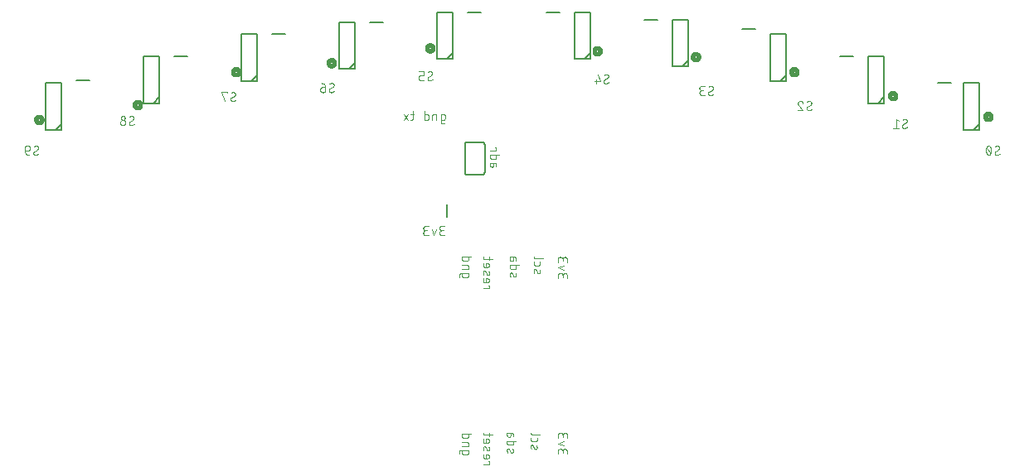
<source format=gbr>
G04 EAGLE Gerber RS-274X export*
G75*
%MOMM*%
%FSLAX34Y34*%
%LPD*%
%INSilkscreen Bottom*%
%IPPOS*%
%AMOC8*
5,1,8,0,0,1.08239X$1,22.5*%
G01*
%ADD10C,0.406400*%
%ADD11C,0.076200*%
%ADD12C,0.127000*%
%ADD13C,0.203200*%
%ADD14C,0.152400*%


D10*
X52192Y384216D02*
X52194Y384326D01*
X52200Y384436D01*
X52210Y384546D01*
X52224Y384655D01*
X52242Y384763D01*
X52263Y384871D01*
X52289Y384978D01*
X52318Y385084D01*
X52352Y385189D01*
X52389Y385293D01*
X52429Y385395D01*
X52474Y385496D01*
X52522Y385595D01*
X52573Y385692D01*
X52628Y385787D01*
X52687Y385881D01*
X52748Y385972D01*
X52814Y386061D01*
X52882Y386147D01*
X52953Y386231D01*
X53027Y386312D01*
X53104Y386391D01*
X53184Y386466D01*
X53267Y386539D01*
X53352Y386609D01*
X53440Y386675D01*
X53530Y386739D01*
X53622Y386799D01*
X53716Y386856D01*
X53812Y386909D01*
X53910Y386959D01*
X54010Y387005D01*
X54112Y387048D01*
X54215Y387086D01*
X54319Y387122D01*
X54425Y387153D01*
X54531Y387180D01*
X54639Y387204D01*
X54747Y387224D01*
X54856Y387240D01*
X54965Y387252D01*
X55075Y387260D01*
X55185Y387264D01*
X55295Y387264D01*
X55405Y387260D01*
X55515Y387252D01*
X55624Y387240D01*
X55733Y387224D01*
X55841Y387204D01*
X55949Y387180D01*
X56055Y387153D01*
X56161Y387122D01*
X56265Y387086D01*
X56368Y387048D01*
X56470Y387005D01*
X56570Y386959D01*
X56668Y386909D01*
X56764Y386856D01*
X56858Y386799D01*
X56950Y386739D01*
X57040Y386675D01*
X57128Y386609D01*
X57213Y386539D01*
X57296Y386466D01*
X57376Y386391D01*
X57453Y386312D01*
X57527Y386231D01*
X57598Y386147D01*
X57666Y386061D01*
X57732Y385972D01*
X57793Y385881D01*
X57852Y385787D01*
X57907Y385692D01*
X57958Y385595D01*
X58006Y385496D01*
X58051Y385395D01*
X58091Y385293D01*
X58128Y385189D01*
X58162Y385084D01*
X58191Y384978D01*
X58217Y384871D01*
X58238Y384763D01*
X58256Y384655D01*
X58270Y384546D01*
X58280Y384436D01*
X58286Y384326D01*
X58288Y384216D01*
X58286Y384106D01*
X58280Y383996D01*
X58270Y383886D01*
X58256Y383777D01*
X58238Y383669D01*
X58217Y383561D01*
X58191Y383454D01*
X58162Y383348D01*
X58128Y383243D01*
X58091Y383139D01*
X58051Y383037D01*
X58006Y382936D01*
X57958Y382837D01*
X57907Y382740D01*
X57852Y382645D01*
X57793Y382551D01*
X57732Y382460D01*
X57666Y382371D01*
X57598Y382285D01*
X57527Y382201D01*
X57453Y382120D01*
X57376Y382041D01*
X57296Y381966D01*
X57213Y381893D01*
X57128Y381823D01*
X57040Y381757D01*
X56950Y381693D01*
X56858Y381633D01*
X56764Y381576D01*
X56668Y381523D01*
X56570Y381473D01*
X56470Y381427D01*
X56368Y381384D01*
X56265Y381346D01*
X56161Y381310D01*
X56055Y381279D01*
X55949Y381252D01*
X55841Y381228D01*
X55733Y381208D01*
X55624Y381192D01*
X55515Y381180D01*
X55405Y381172D01*
X55295Y381168D01*
X55185Y381168D01*
X55075Y381172D01*
X54965Y381180D01*
X54856Y381192D01*
X54747Y381208D01*
X54639Y381228D01*
X54531Y381252D01*
X54425Y381279D01*
X54319Y381310D01*
X54215Y381346D01*
X54112Y381384D01*
X54010Y381427D01*
X53910Y381473D01*
X53812Y381523D01*
X53716Y381576D01*
X53622Y381633D01*
X53530Y381693D01*
X53440Y381757D01*
X53352Y381823D01*
X53267Y381893D01*
X53184Y381966D01*
X53104Y382041D01*
X53027Y382120D01*
X52953Y382201D01*
X52882Y382285D01*
X52814Y382371D01*
X52748Y382460D01*
X52687Y382551D01*
X52628Y382645D01*
X52573Y382740D01*
X52522Y382837D01*
X52474Y382936D01*
X52429Y383037D01*
X52389Y383139D01*
X52352Y383243D01*
X52318Y383348D01*
X52289Y383454D01*
X52263Y383561D01*
X52242Y383669D01*
X52224Y383777D01*
X52210Y383886D01*
X52200Y383996D01*
X52194Y384106D01*
X52192Y384216D01*
X152776Y399456D02*
X152778Y399566D01*
X152784Y399676D01*
X152794Y399786D01*
X152808Y399895D01*
X152826Y400003D01*
X152847Y400111D01*
X152873Y400218D01*
X152902Y400324D01*
X152936Y400429D01*
X152973Y400533D01*
X153013Y400635D01*
X153058Y400736D01*
X153106Y400835D01*
X153157Y400932D01*
X153212Y401027D01*
X153271Y401121D01*
X153332Y401212D01*
X153398Y401301D01*
X153466Y401387D01*
X153537Y401471D01*
X153611Y401552D01*
X153688Y401631D01*
X153768Y401706D01*
X153851Y401779D01*
X153936Y401849D01*
X154024Y401915D01*
X154114Y401979D01*
X154206Y402039D01*
X154300Y402096D01*
X154396Y402149D01*
X154494Y402199D01*
X154594Y402245D01*
X154696Y402288D01*
X154799Y402326D01*
X154903Y402362D01*
X155009Y402393D01*
X155115Y402420D01*
X155223Y402444D01*
X155331Y402464D01*
X155440Y402480D01*
X155549Y402492D01*
X155659Y402500D01*
X155769Y402504D01*
X155879Y402504D01*
X155989Y402500D01*
X156099Y402492D01*
X156208Y402480D01*
X156317Y402464D01*
X156425Y402444D01*
X156533Y402420D01*
X156639Y402393D01*
X156745Y402362D01*
X156849Y402326D01*
X156952Y402288D01*
X157054Y402245D01*
X157154Y402199D01*
X157252Y402149D01*
X157348Y402096D01*
X157442Y402039D01*
X157534Y401979D01*
X157624Y401915D01*
X157712Y401849D01*
X157797Y401779D01*
X157880Y401706D01*
X157960Y401631D01*
X158037Y401552D01*
X158111Y401471D01*
X158182Y401387D01*
X158250Y401301D01*
X158316Y401212D01*
X158377Y401121D01*
X158436Y401027D01*
X158491Y400932D01*
X158542Y400835D01*
X158590Y400736D01*
X158635Y400635D01*
X158675Y400533D01*
X158712Y400429D01*
X158746Y400324D01*
X158775Y400218D01*
X158801Y400111D01*
X158822Y400003D01*
X158840Y399895D01*
X158854Y399786D01*
X158864Y399676D01*
X158870Y399566D01*
X158872Y399456D01*
X158870Y399346D01*
X158864Y399236D01*
X158854Y399126D01*
X158840Y399017D01*
X158822Y398909D01*
X158801Y398801D01*
X158775Y398694D01*
X158746Y398588D01*
X158712Y398483D01*
X158675Y398379D01*
X158635Y398277D01*
X158590Y398176D01*
X158542Y398077D01*
X158491Y397980D01*
X158436Y397885D01*
X158377Y397791D01*
X158316Y397700D01*
X158250Y397611D01*
X158182Y397525D01*
X158111Y397441D01*
X158037Y397360D01*
X157960Y397281D01*
X157880Y397206D01*
X157797Y397133D01*
X157712Y397063D01*
X157624Y396997D01*
X157534Y396933D01*
X157442Y396873D01*
X157348Y396816D01*
X157252Y396763D01*
X157154Y396713D01*
X157054Y396667D01*
X156952Y396624D01*
X156849Y396586D01*
X156745Y396550D01*
X156639Y396519D01*
X156533Y396492D01*
X156425Y396468D01*
X156317Y396448D01*
X156208Y396432D01*
X156099Y396420D01*
X155989Y396412D01*
X155879Y396408D01*
X155769Y396408D01*
X155659Y396412D01*
X155549Y396420D01*
X155440Y396432D01*
X155331Y396448D01*
X155223Y396468D01*
X155115Y396492D01*
X155009Y396519D01*
X154903Y396550D01*
X154799Y396586D01*
X154696Y396624D01*
X154594Y396667D01*
X154494Y396713D01*
X154396Y396763D01*
X154300Y396816D01*
X154206Y396873D01*
X154114Y396933D01*
X154024Y396997D01*
X153936Y397063D01*
X153851Y397133D01*
X153768Y397206D01*
X153688Y397281D01*
X153611Y397360D01*
X153537Y397441D01*
X153466Y397525D01*
X153398Y397611D01*
X153332Y397700D01*
X153271Y397791D01*
X153212Y397885D01*
X153157Y397980D01*
X153106Y398077D01*
X153058Y398176D01*
X153013Y398277D01*
X152973Y398379D01*
X152936Y398483D01*
X152902Y398588D01*
X152873Y398694D01*
X152847Y398801D01*
X152826Y398909D01*
X152808Y399017D01*
X152794Y399126D01*
X152784Y399236D01*
X152778Y399346D01*
X152776Y399456D01*
X253360Y432984D02*
X253362Y433094D01*
X253368Y433204D01*
X253378Y433314D01*
X253392Y433423D01*
X253410Y433531D01*
X253431Y433639D01*
X253457Y433746D01*
X253486Y433852D01*
X253520Y433957D01*
X253557Y434061D01*
X253597Y434163D01*
X253642Y434264D01*
X253690Y434363D01*
X253741Y434460D01*
X253796Y434555D01*
X253855Y434649D01*
X253916Y434740D01*
X253982Y434829D01*
X254050Y434915D01*
X254121Y434999D01*
X254195Y435080D01*
X254272Y435159D01*
X254352Y435234D01*
X254435Y435307D01*
X254520Y435377D01*
X254608Y435443D01*
X254698Y435507D01*
X254790Y435567D01*
X254884Y435624D01*
X254980Y435677D01*
X255078Y435727D01*
X255178Y435773D01*
X255280Y435816D01*
X255383Y435854D01*
X255487Y435890D01*
X255593Y435921D01*
X255699Y435948D01*
X255807Y435972D01*
X255915Y435992D01*
X256024Y436008D01*
X256133Y436020D01*
X256243Y436028D01*
X256353Y436032D01*
X256463Y436032D01*
X256573Y436028D01*
X256683Y436020D01*
X256792Y436008D01*
X256901Y435992D01*
X257009Y435972D01*
X257117Y435948D01*
X257223Y435921D01*
X257329Y435890D01*
X257433Y435854D01*
X257536Y435816D01*
X257638Y435773D01*
X257738Y435727D01*
X257836Y435677D01*
X257932Y435624D01*
X258026Y435567D01*
X258118Y435507D01*
X258208Y435443D01*
X258296Y435377D01*
X258381Y435307D01*
X258464Y435234D01*
X258544Y435159D01*
X258621Y435080D01*
X258695Y434999D01*
X258766Y434915D01*
X258834Y434829D01*
X258900Y434740D01*
X258961Y434649D01*
X259020Y434555D01*
X259075Y434460D01*
X259126Y434363D01*
X259174Y434264D01*
X259219Y434163D01*
X259259Y434061D01*
X259296Y433957D01*
X259330Y433852D01*
X259359Y433746D01*
X259385Y433639D01*
X259406Y433531D01*
X259424Y433423D01*
X259438Y433314D01*
X259448Y433204D01*
X259454Y433094D01*
X259456Y432984D01*
X259454Y432874D01*
X259448Y432764D01*
X259438Y432654D01*
X259424Y432545D01*
X259406Y432437D01*
X259385Y432329D01*
X259359Y432222D01*
X259330Y432116D01*
X259296Y432011D01*
X259259Y431907D01*
X259219Y431805D01*
X259174Y431704D01*
X259126Y431605D01*
X259075Y431508D01*
X259020Y431413D01*
X258961Y431319D01*
X258900Y431228D01*
X258834Y431139D01*
X258766Y431053D01*
X258695Y430969D01*
X258621Y430888D01*
X258544Y430809D01*
X258464Y430734D01*
X258381Y430661D01*
X258296Y430591D01*
X258208Y430525D01*
X258118Y430461D01*
X258026Y430401D01*
X257932Y430344D01*
X257836Y430291D01*
X257738Y430241D01*
X257638Y430195D01*
X257536Y430152D01*
X257433Y430114D01*
X257329Y430078D01*
X257223Y430047D01*
X257117Y430020D01*
X257009Y429996D01*
X256901Y429976D01*
X256792Y429960D01*
X256683Y429948D01*
X256573Y429940D01*
X256463Y429936D01*
X256353Y429936D01*
X256243Y429940D01*
X256133Y429948D01*
X256024Y429960D01*
X255915Y429976D01*
X255807Y429996D01*
X255699Y430020D01*
X255593Y430047D01*
X255487Y430078D01*
X255383Y430114D01*
X255280Y430152D01*
X255178Y430195D01*
X255078Y430241D01*
X254980Y430291D01*
X254884Y430344D01*
X254790Y430401D01*
X254698Y430461D01*
X254608Y430525D01*
X254520Y430591D01*
X254435Y430661D01*
X254352Y430734D01*
X254272Y430809D01*
X254195Y430888D01*
X254121Y430969D01*
X254050Y431053D01*
X253982Y431139D01*
X253916Y431228D01*
X253855Y431319D01*
X253796Y431413D01*
X253741Y431508D01*
X253690Y431605D01*
X253642Y431704D01*
X253597Y431805D01*
X253557Y431907D01*
X253520Y432011D01*
X253486Y432116D01*
X253457Y432222D01*
X253431Y432329D01*
X253410Y432437D01*
X253392Y432545D01*
X253378Y432654D01*
X253368Y432764D01*
X253362Y432874D01*
X253360Y432984D01*
X350896Y442128D02*
X350898Y442238D01*
X350904Y442348D01*
X350914Y442458D01*
X350928Y442567D01*
X350946Y442675D01*
X350967Y442783D01*
X350993Y442890D01*
X351022Y442996D01*
X351056Y443101D01*
X351093Y443205D01*
X351133Y443307D01*
X351178Y443408D01*
X351226Y443507D01*
X351277Y443604D01*
X351332Y443699D01*
X351391Y443793D01*
X351452Y443884D01*
X351518Y443973D01*
X351586Y444059D01*
X351657Y444143D01*
X351731Y444224D01*
X351808Y444303D01*
X351888Y444378D01*
X351971Y444451D01*
X352056Y444521D01*
X352144Y444587D01*
X352234Y444651D01*
X352326Y444711D01*
X352420Y444768D01*
X352516Y444821D01*
X352614Y444871D01*
X352714Y444917D01*
X352816Y444960D01*
X352919Y444998D01*
X353023Y445034D01*
X353129Y445065D01*
X353235Y445092D01*
X353343Y445116D01*
X353451Y445136D01*
X353560Y445152D01*
X353669Y445164D01*
X353779Y445172D01*
X353889Y445176D01*
X353999Y445176D01*
X354109Y445172D01*
X354219Y445164D01*
X354328Y445152D01*
X354437Y445136D01*
X354545Y445116D01*
X354653Y445092D01*
X354759Y445065D01*
X354865Y445034D01*
X354969Y444998D01*
X355072Y444960D01*
X355174Y444917D01*
X355274Y444871D01*
X355372Y444821D01*
X355468Y444768D01*
X355562Y444711D01*
X355654Y444651D01*
X355744Y444587D01*
X355832Y444521D01*
X355917Y444451D01*
X356000Y444378D01*
X356080Y444303D01*
X356157Y444224D01*
X356231Y444143D01*
X356302Y444059D01*
X356370Y443973D01*
X356436Y443884D01*
X356497Y443793D01*
X356556Y443699D01*
X356611Y443604D01*
X356662Y443507D01*
X356710Y443408D01*
X356755Y443307D01*
X356795Y443205D01*
X356832Y443101D01*
X356866Y442996D01*
X356895Y442890D01*
X356921Y442783D01*
X356942Y442675D01*
X356960Y442567D01*
X356974Y442458D01*
X356984Y442348D01*
X356990Y442238D01*
X356992Y442128D01*
X356990Y442018D01*
X356984Y441908D01*
X356974Y441798D01*
X356960Y441689D01*
X356942Y441581D01*
X356921Y441473D01*
X356895Y441366D01*
X356866Y441260D01*
X356832Y441155D01*
X356795Y441051D01*
X356755Y440949D01*
X356710Y440848D01*
X356662Y440749D01*
X356611Y440652D01*
X356556Y440557D01*
X356497Y440463D01*
X356436Y440372D01*
X356370Y440283D01*
X356302Y440197D01*
X356231Y440113D01*
X356157Y440032D01*
X356080Y439953D01*
X356000Y439878D01*
X355917Y439805D01*
X355832Y439735D01*
X355744Y439669D01*
X355654Y439605D01*
X355562Y439545D01*
X355468Y439488D01*
X355372Y439435D01*
X355274Y439385D01*
X355174Y439339D01*
X355072Y439296D01*
X354969Y439258D01*
X354865Y439222D01*
X354759Y439191D01*
X354653Y439164D01*
X354545Y439140D01*
X354437Y439120D01*
X354328Y439104D01*
X354219Y439092D01*
X354109Y439084D01*
X353999Y439080D01*
X353889Y439080D01*
X353779Y439084D01*
X353669Y439092D01*
X353560Y439104D01*
X353451Y439120D01*
X353343Y439140D01*
X353235Y439164D01*
X353129Y439191D01*
X353023Y439222D01*
X352919Y439258D01*
X352816Y439296D01*
X352714Y439339D01*
X352614Y439385D01*
X352516Y439435D01*
X352420Y439488D01*
X352326Y439545D01*
X352234Y439605D01*
X352144Y439669D01*
X352056Y439735D01*
X351971Y439805D01*
X351888Y439878D01*
X351808Y439953D01*
X351731Y440032D01*
X351657Y440113D01*
X351586Y440197D01*
X351518Y440283D01*
X351452Y440372D01*
X351391Y440463D01*
X351332Y440557D01*
X351277Y440652D01*
X351226Y440749D01*
X351178Y440848D01*
X351133Y440949D01*
X351093Y441051D01*
X351056Y441155D01*
X351022Y441260D01*
X350993Y441366D01*
X350967Y441473D01*
X350946Y441581D01*
X350928Y441689D01*
X350914Y441798D01*
X350904Y441908D01*
X350898Y442018D01*
X350896Y442128D01*
X451480Y457368D02*
X451482Y457478D01*
X451488Y457588D01*
X451498Y457698D01*
X451512Y457807D01*
X451530Y457915D01*
X451551Y458023D01*
X451577Y458130D01*
X451606Y458236D01*
X451640Y458341D01*
X451677Y458445D01*
X451717Y458547D01*
X451762Y458648D01*
X451810Y458747D01*
X451861Y458844D01*
X451916Y458939D01*
X451975Y459033D01*
X452036Y459124D01*
X452102Y459213D01*
X452170Y459299D01*
X452241Y459383D01*
X452315Y459464D01*
X452392Y459543D01*
X452472Y459618D01*
X452555Y459691D01*
X452640Y459761D01*
X452728Y459827D01*
X452818Y459891D01*
X452910Y459951D01*
X453004Y460008D01*
X453100Y460061D01*
X453198Y460111D01*
X453298Y460157D01*
X453400Y460200D01*
X453503Y460238D01*
X453607Y460274D01*
X453713Y460305D01*
X453819Y460332D01*
X453927Y460356D01*
X454035Y460376D01*
X454144Y460392D01*
X454253Y460404D01*
X454363Y460412D01*
X454473Y460416D01*
X454583Y460416D01*
X454693Y460412D01*
X454803Y460404D01*
X454912Y460392D01*
X455021Y460376D01*
X455129Y460356D01*
X455237Y460332D01*
X455343Y460305D01*
X455449Y460274D01*
X455553Y460238D01*
X455656Y460200D01*
X455758Y460157D01*
X455858Y460111D01*
X455956Y460061D01*
X456052Y460008D01*
X456146Y459951D01*
X456238Y459891D01*
X456328Y459827D01*
X456416Y459761D01*
X456501Y459691D01*
X456584Y459618D01*
X456664Y459543D01*
X456741Y459464D01*
X456815Y459383D01*
X456886Y459299D01*
X456954Y459213D01*
X457020Y459124D01*
X457081Y459033D01*
X457140Y458939D01*
X457195Y458844D01*
X457246Y458747D01*
X457294Y458648D01*
X457339Y458547D01*
X457379Y458445D01*
X457416Y458341D01*
X457450Y458236D01*
X457479Y458130D01*
X457505Y458023D01*
X457526Y457915D01*
X457544Y457807D01*
X457558Y457698D01*
X457568Y457588D01*
X457574Y457478D01*
X457576Y457368D01*
X457574Y457258D01*
X457568Y457148D01*
X457558Y457038D01*
X457544Y456929D01*
X457526Y456821D01*
X457505Y456713D01*
X457479Y456606D01*
X457450Y456500D01*
X457416Y456395D01*
X457379Y456291D01*
X457339Y456189D01*
X457294Y456088D01*
X457246Y455989D01*
X457195Y455892D01*
X457140Y455797D01*
X457081Y455703D01*
X457020Y455612D01*
X456954Y455523D01*
X456886Y455437D01*
X456815Y455353D01*
X456741Y455272D01*
X456664Y455193D01*
X456584Y455118D01*
X456501Y455045D01*
X456416Y454975D01*
X456328Y454909D01*
X456238Y454845D01*
X456146Y454785D01*
X456052Y454728D01*
X455956Y454675D01*
X455858Y454625D01*
X455758Y454579D01*
X455656Y454536D01*
X455553Y454498D01*
X455449Y454462D01*
X455343Y454431D01*
X455237Y454404D01*
X455129Y454380D01*
X455021Y454360D01*
X454912Y454344D01*
X454803Y454332D01*
X454693Y454324D01*
X454583Y454320D01*
X454473Y454320D01*
X454363Y454324D01*
X454253Y454332D01*
X454144Y454344D01*
X454035Y454360D01*
X453927Y454380D01*
X453819Y454404D01*
X453713Y454431D01*
X453607Y454462D01*
X453503Y454498D01*
X453400Y454536D01*
X453298Y454579D01*
X453198Y454625D01*
X453100Y454675D01*
X453004Y454728D01*
X452910Y454785D01*
X452818Y454845D01*
X452728Y454909D01*
X452640Y454975D01*
X452555Y455045D01*
X452472Y455118D01*
X452392Y455193D01*
X452315Y455272D01*
X452241Y455353D01*
X452170Y455437D01*
X452102Y455523D01*
X452036Y455612D01*
X451975Y455703D01*
X451916Y455797D01*
X451861Y455892D01*
X451810Y455989D01*
X451762Y456088D01*
X451717Y456189D01*
X451677Y456291D01*
X451640Y456395D01*
X451606Y456500D01*
X451577Y456606D01*
X451551Y456713D01*
X451530Y456821D01*
X451512Y456929D01*
X451498Y457038D01*
X451488Y457148D01*
X451482Y457258D01*
X451480Y457368D01*
X622168Y454320D02*
X622170Y454430D01*
X622176Y454540D01*
X622186Y454650D01*
X622200Y454759D01*
X622218Y454867D01*
X622239Y454975D01*
X622265Y455082D01*
X622294Y455188D01*
X622328Y455293D01*
X622365Y455397D01*
X622405Y455499D01*
X622450Y455600D01*
X622498Y455699D01*
X622549Y455796D01*
X622604Y455891D01*
X622663Y455985D01*
X622724Y456076D01*
X622790Y456165D01*
X622858Y456251D01*
X622929Y456335D01*
X623003Y456416D01*
X623080Y456495D01*
X623160Y456570D01*
X623243Y456643D01*
X623328Y456713D01*
X623416Y456779D01*
X623506Y456843D01*
X623598Y456903D01*
X623692Y456960D01*
X623788Y457013D01*
X623886Y457063D01*
X623986Y457109D01*
X624088Y457152D01*
X624191Y457190D01*
X624295Y457226D01*
X624401Y457257D01*
X624507Y457284D01*
X624615Y457308D01*
X624723Y457328D01*
X624832Y457344D01*
X624941Y457356D01*
X625051Y457364D01*
X625161Y457368D01*
X625271Y457368D01*
X625381Y457364D01*
X625491Y457356D01*
X625600Y457344D01*
X625709Y457328D01*
X625817Y457308D01*
X625925Y457284D01*
X626031Y457257D01*
X626137Y457226D01*
X626241Y457190D01*
X626344Y457152D01*
X626446Y457109D01*
X626546Y457063D01*
X626644Y457013D01*
X626740Y456960D01*
X626834Y456903D01*
X626926Y456843D01*
X627016Y456779D01*
X627104Y456713D01*
X627189Y456643D01*
X627272Y456570D01*
X627352Y456495D01*
X627429Y456416D01*
X627503Y456335D01*
X627574Y456251D01*
X627642Y456165D01*
X627708Y456076D01*
X627769Y455985D01*
X627828Y455891D01*
X627883Y455796D01*
X627934Y455699D01*
X627982Y455600D01*
X628027Y455499D01*
X628067Y455397D01*
X628104Y455293D01*
X628138Y455188D01*
X628167Y455082D01*
X628193Y454975D01*
X628214Y454867D01*
X628232Y454759D01*
X628246Y454650D01*
X628256Y454540D01*
X628262Y454430D01*
X628264Y454320D01*
X628262Y454210D01*
X628256Y454100D01*
X628246Y453990D01*
X628232Y453881D01*
X628214Y453773D01*
X628193Y453665D01*
X628167Y453558D01*
X628138Y453452D01*
X628104Y453347D01*
X628067Y453243D01*
X628027Y453141D01*
X627982Y453040D01*
X627934Y452941D01*
X627883Y452844D01*
X627828Y452749D01*
X627769Y452655D01*
X627708Y452564D01*
X627642Y452475D01*
X627574Y452389D01*
X627503Y452305D01*
X627429Y452224D01*
X627352Y452145D01*
X627272Y452070D01*
X627189Y451997D01*
X627104Y451927D01*
X627016Y451861D01*
X626926Y451797D01*
X626834Y451737D01*
X626740Y451680D01*
X626644Y451627D01*
X626546Y451577D01*
X626446Y451531D01*
X626344Y451488D01*
X626241Y451450D01*
X626137Y451414D01*
X626031Y451383D01*
X625925Y451356D01*
X625817Y451332D01*
X625709Y451312D01*
X625600Y451296D01*
X625491Y451284D01*
X625381Y451276D01*
X625271Y451272D01*
X625161Y451272D01*
X625051Y451276D01*
X624941Y451284D01*
X624832Y451296D01*
X624723Y451312D01*
X624615Y451332D01*
X624507Y451356D01*
X624401Y451383D01*
X624295Y451414D01*
X624191Y451450D01*
X624088Y451488D01*
X623986Y451531D01*
X623886Y451577D01*
X623788Y451627D01*
X623692Y451680D01*
X623598Y451737D01*
X623506Y451797D01*
X623416Y451861D01*
X623328Y451927D01*
X623243Y451997D01*
X623160Y452070D01*
X623080Y452145D01*
X623003Y452224D01*
X622929Y452305D01*
X622858Y452389D01*
X622790Y452475D01*
X622724Y452564D01*
X622663Y452655D01*
X622604Y452749D01*
X622549Y452844D01*
X622498Y452941D01*
X622450Y453040D01*
X622405Y453141D01*
X622365Y453243D01*
X622328Y453347D01*
X622294Y453452D01*
X622265Y453558D01*
X622239Y453665D01*
X622218Y453773D01*
X622200Y453881D01*
X622186Y453990D01*
X622176Y454100D01*
X622170Y454210D01*
X622168Y454320D01*
X722752Y448224D02*
X722754Y448334D01*
X722760Y448444D01*
X722770Y448554D01*
X722784Y448663D01*
X722802Y448771D01*
X722823Y448879D01*
X722849Y448986D01*
X722878Y449092D01*
X722912Y449197D01*
X722949Y449301D01*
X722989Y449403D01*
X723034Y449504D01*
X723082Y449603D01*
X723133Y449700D01*
X723188Y449795D01*
X723247Y449889D01*
X723308Y449980D01*
X723374Y450069D01*
X723442Y450155D01*
X723513Y450239D01*
X723587Y450320D01*
X723664Y450399D01*
X723744Y450474D01*
X723827Y450547D01*
X723912Y450617D01*
X724000Y450683D01*
X724090Y450747D01*
X724182Y450807D01*
X724276Y450864D01*
X724372Y450917D01*
X724470Y450967D01*
X724570Y451013D01*
X724672Y451056D01*
X724775Y451094D01*
X724879Y451130D01*
X724985Y451161D01*
X725091Y451188D01*
X725199Y451212D01*
X725307Y451232D01*
X725416Y451248D01*
X725525Y451260D01*
X725635Y451268D01*
X725745Y451272D01*
X725855Y451272D01*
X725965Y451268D01*
X726075Y451260D01*
X726184Y451248D01*
X726293Y451232D01*
X726401Y451212D01*
X726509Y451188D01*
X726615Y451161D01*
X726721Y451130D01*
X726825Y451094D01*
X726928Y451056D01*
X727030Y451013D01*
X727130Y450967D01*
X727228Y450917D01*
X727324Y450864D01*
X727418Y450807D01*
X727510Y450747D01*
X727600Y450683D01*
X727688Y450617D01*
X727773Y450547D01*
X727856Y450474D01*
X727936Y450399D01*
X728013Y450320D01*
X728087Y450239D01*
X728158Y450155D01*
X728226Y450069D01*
X728292Y449980D01*
X728353Y449889D01*
X728412Y449795D01*
X728467Y449700D01*
X728518Y449603D01*
X728566Y449504D01*
X728611Y449403D01*
X728651Y449301D01*
X728688Y449197D01*
X728722Y449092D01*
X728751Y448986D01*
X728777Y448879D01*
X728798Y448771D01*
X728816Y448663D01*
X728830Y448554D01*
X728840Y448444D01*
X728846Y448334D01*
X728848Y448224D01*
X728846Y448114D01*
X728840Y448004D01*
X728830Y447894D01*
X728816Y447785D01*
X728798Y447677D01*
X728777Y447569D01*
X728751Y447462D01*
X728722Y447356D01*
X728688Y447251D01*
X728651Y447147D01*
X728611Y447045D01*
X728566Y446944D01*
X728518Y446845D01*
X728467Y446748D01*
X728412Y446653D01*
X728353Y446559D01*
X728292Y446468D01*
X728226Y446379D01*
X728158Y446293D01*
X728087Y446209D01*
X728013Y446128D01*
X727936Y446049D01*
X727856Y445974D01*
X727773Y445901D01*
X727688Y445831D01*
X727600Y445765D01*
X727510Y445701D01*
X727418Y445641D01*
X727324Y445584D01*
X727228Y445531D01*
X727130Y445481D01*
X727030Y445435D01*
X726928Y445392D01*
X726825Y445354D01*
X726721Y445318D01*
X726615Y445287D01*
X726509Y445260D01*
X726401Y445236D01*
X726293Y445216D01*
X726184Y445200D01*
X726075Y445188D01*
X725965Y445180D01*
X725855Y445176D01*
X725745Y445176D01*
X725635Y445180D01*
X725525Y445188D01*
X725416Y445200D01*
X725307Y445216D01*
X725199Y445236D01*
X725091Y445260D01*
X724985Y445287D01*
X724879Y445318D01*
X724775Y445354D01*
X724672Y445392D01*
X724570Y445435D01*
X724470Y445481D01*
X724372Y445531D01*
X724276Y445584D01*
X724182Y445641D01*
X724090Y445701D01*
X724000Y445765D01*
X723912Y445831D01*
X723827Y445901D01*
X723744Y445974D01*
X723664Y446049D01*
X723587Y446128D01*
X723513Y446209D01*
X723442Y446293D01*
X723374Y446379D01*
X723308Y446468D01*
X723247Y446559D01*
X723188Y446653D01*
X723133Y446748D01*
X723082Y446845D01*
X723034Y446944D01*
X722989Y447045D01*
X722949Y447147D01*
X722912Y447251D01*
X722878Y447356D01*
X722849Y447462D01*
X722823Y447569D01*
X722802Y447677D01*
X722784Y447785D01*
X722770Y447894D01*
X722760Y448004D01*
X722754Y448114D01*
X722752Y448224D01*
X823336Y432984D02*
X823338Y433094D01*
X823344Y433204D01*
X823354Y433314D01*
X823368Y433423D01*
X823386Y433531D01*
X823407Y433639D01*
X823433Y433746D01*
X823462Y433852D01*
X823496Y433957D01*
X823533Y434061D01*
X823573Y434163D01*
X823618Y434264D01*
X823666Y434363D01*
X823717Y434460D01*
X823772Y434555D01*
X823831Y434649D01*
X823892Y434740D01*
X823958Y434829D01*
X824026Y434915D01*
X824097Y434999D01*
X824171Y435080D01*
X824248Y435159D01*
X824328Y435234D01*
X824411Y435307D01*
X824496Y435377D01*
X824584Y435443D01*
X824674Y435507D01*
X824766Y435567D01*
X824860Y435624D01*
X824956Y435677D01*
X825054Y435727D01*
X825154Y435773D01*
X825256Y435816D01*
X825359Y435854D01*
X825463Y435890D01*
X825569Y435921D01*
X825675Y435948D01*
X825783Y435972D01*
X825891Y435992D01*
X826000Y436008D01*
X826109Y436020D01*
X826219Y436028D01*
X826329Y436032D01*
X826439Y436032D01*
X826549Y436028D01*
X826659Y436020D01*
X826768Y436008D01*
X826877Y435992D01*
X826985Y435972D01*
X827093Y435948D01*
X827199Y435921D01*
X827305Y435890D01*
X827409Y435854D01*
X827512Y435816D01*
X827614Y435773D01*
X827714Y435727D01*
X827812Y435677D01*
X827908Y435624D01*
X828002Y435567D01*
X828094Y435507D01*
X828184Y435443D01*
X828272Y435377D01*
X828357Y435307D01*
X828440Y435234D01*
X828520Y435159D01*
X828597Y435080D01*
X828671Y434999D01*
X828742Y434915D01*
X828810Y434829D01*
X828876Y434740D01*
X828937Y434649D01*
X828996Y434555D01*
X829051Y434460D01*
X829102Y434363D01*
X829150Y434264D01*
X829195Y434163D01*
X829235Y434061D01*
X829272Y433957D01*
X829306Y433852D01*
X829335Y433746D01*
X829361Y433639D01*
X829382Y433531D01*
X829400Y433423D01*
X829414Y433314D01*
X829424Y433204D01*
X829430Y433094D01*
X829432Y432984D01*
X829430Y432874D01*
X829424Y432764D01*
X829414Y432654D01*
X829400Y432545D01*
X829382Y432437D01*
X829361Y432329D01*
X829335Y432222D01*
X829306Y432116D01*
X829272Y432011D01*
X829235Y431907D01*
X829195Y431805D01*
X829150Y431704D01*
X829102Y431605D01*
X829051Y431508D01*
X828996Y431413D01*
X828937Y431319D01*
X828876Y431228D01*
X828810Y431139D01*
X828742Y431053D01*
X828671Y430969D01*
X828597Y430888D01*
X828520Y430809D01*
X828440Y430734D01*
X828357Y430661D01*
X828272Y430591D01*
X828184Y430525D01*
X828094Y430461D01*
X828002Y430401D01*
X827908Y430344D01*
X827812Y430291D01*
X827714Y430241D01*
X827614Y430195D01*
X827512Y430152D01*
X827409Y430114D01*
X827305Y430078D01*
X827199Y430047D01*
X827093Y430020D01*
X826985Y429996D01*
X826877Y429976D01*
X826768Y429960D01*
X826659Y429948D01*
X826549Y429940D01*
X826439Y429936D01*
X826329Y429936D01*
X826219Y429940D01*
X826109Y429948D01*
X826000Y429960D01*
X825891Y429976D01*
X825783Y429996D01*
X825675Y430020D01*
X825569Y430047D01*
X825463Y430078D01*
X825359Y430114D01*
X825256Y430152D01*
X825154Y430195D01*
X825054Y430241D01*
X824956Y430291D01*
X824860Y430344D01*
X824766Y430401D01*
X824674Y430461D01*
X824584Y430525D01*
X824496Y430591D01*
X824411Y430661D01*
X824328Y430734D01*
X824248Y430809D01*
X824171Y430888D01*
X824097Y430969D01*
X824026Y431053D01*
X823958Y431139D01*
X823892Y431228D01*
X823831Y431319D01*
X823772Y431413D01*
X823717Y431508D01*
X823666Y431605D01*
X823618Y431704D01*
X823573Y431805D01*
X823533Y431907D01*
X823496Y432011D01*
X823462Y432116D01*
X823433Y432222D01*
X823407Y432329D01*
X823386Y432437D01*
X823368Y432545D01*
X823354Y432654D01*
X823344Y432764D01*
X823338Y432874D01*
X823336Y432984D01*
X923920Y408600D02*
X923922Y408710D01*
X923928Y408820D01*
X923938Y408930D01*
X923952Y409039D01*
X923970Y409147D01*
X923991Y409255D01*
X924017Y409362D01*
X924046Y409468D01*
X924080Y409573D01*
X924117Y409677D01*
X924157Y409779D01*
X924202Y409880D01*
X924250Y409979D01*
X924301Y410076D01*
X924356Y410171D01*
X924415Y410265D01*
X924476Y410356D01*
X924542Y410445D01*
X924610Y410531D01*
X924681Y410615D01*
X924755Y410696D01*
X924832Y410775D01*
X924912Y410850D01*
X924995Y410923D01*
X925080Y410993D01*
X925168Y411059D01*
X925258Y411123D01*
X925350Y411183D01*
X925444Y411240D01*
X925540Y411293D01*
X925638Y411343D01*
X925738Y411389D01*
X925840Y411432D01*
X925943Y411470D01*
X926047Y411506D01*
X926153Y411537D01*
X926259Y411564D01*
X926367Y411588D01*
X926475Y411608D01*
X926584Y411624D01*
X926693Y411636D01*
X926803Y411644D01*
X926913Y411648D01*
X927023Y411648D01*
X927133Y411644D01*
X927243Y411636D01*
X927352Y411624D01*
X927461Y411608D01*
X927569Y411588D01*
X927677Y411564D01*
X927783Y411537D01*
X927889Y411506D01*
X927993Y411470D01*
X928096Y411432D01*
X928198Y411389D01*
X928298Y411343D01*
X928396Y411293D01*
X928492Y411240D01*
X928586Y411183D01*
X928678Y411123D01*
X928768Y411059D01*
X928856Y410993D01*
X928941Y410923D01*
X929024Y410850D01*
X929104Y410775D01*
X929181Y410696D01*
X929255Y410615D01*
X929326Y410531D01*
X929394Y410445D01*
X929460Y410356D01*
X929521Y410265D01*
X929580Y410171D01*
X929635Y410076D01*
X929686Y409979D01*
X929734Y409880D01*
X929779Y409779D01*
X929819Y409677D01*
X929856Y409573D01*
X929890Y409468D01*
X929919Y409362D01*
X929945Y409255D01*
X929966Y409147D01*
X929984Y409039D01*
X929998Y408930D01*
X930008Y408820D01*
X930014Y408710D01*
X930016Y408600D01*
X930014Y408490D01*
X930008Y408380D01*
X929998Y408270D01*
X929984Y408161D01*
X929966Y408053D01*
X929945Y407945D01*
X929919Y407838D01*
X929890Y407732D01*
X929856Y407627D01*
X929819Y407523D01*
X929779Y407421D01*
X929734Y407320D01*
X929686Y407221D01*
X929635Y407124D01*
X929580Y407029D01*
X929521Y406935D01*
X929460Y406844D01*
X929394Y406755D01*
X929326Y406669D01*
X929255Y406585D01*
X929181Y406504D01*
X929104Y406425D01*
X929024Y406350D01*
X928941Y406277D01*
X928856Y406207D01*
X928768Y406141D01*
X928678Y406077D01*
X928586Y406017D01*
X928492Y405960D01*
X928396Y405907D01*
X928298Y405857D01*
X928198Y405811D01*
X928096Y405768D01*
X927993Y405730D01*
X927889Y405694D01*
X927783Y405663D01*
X927677Y405636D01*
X927569Y405612D01*
X927461Y405592D01*
X927352Y405576D01*
X927243Y405564D01*
X927133Y405556D01*
X927023Y405552D01*
X926913Y405552D01*
X926803Y405556D01*
X926693Y405564D01*
X926584Y405576D01*
X926475Y405592D01*
X926367Y405612D01*
X926259Y405636D01*
X926153Y405663D01*
X926047Y405694D01*
X925943Y405730D01*
X925840Y405768D01*
X925738Y405811D01*
X925638Y405857D01*
X925540Y405907D01*
X925444Y405960D01*
X925350Y406017D01*
X925258Y406077D01*
X925168Y406141D01*
X925080Y406207D01*
X924995Y406277D01*
X924912Y406350D01*
X924832Y406425D01*
X924755Y406504D01*
X924681Y406585D01*
X924610Y406669D01*
X924542Y406755D01*
X924476Y406844D01*
X924415Y406935D01*
X924356Y407029D01*
X924301Y407124D01*
X924250Y407221D01*
X924202Y407320D01*
X924157Y407421D01*
X924117Y407523D01*
X924080Y407627D01*
X924046Y407732D01*
X924017Y407838D01*
X923991Y407945D01*
X923970Y408053D01*
X923952Y408161D01*
X923938Y408270D01*
X923928Y408380D01*
X923922Y408490D01*
X923920Y408600D01*
X1021456Y387264D02*
X1021458Y387374D01*
X1021464Y387484D01*
X1021474Y387594D01*
X1021488Y387703D01*
X1021506Y387811D01*
X1021527Y387919D01*
X1021553Y388026D01*
X1021582Y388132D01*
X1021616Y388237D01*
X1021653Y388341D01*
X1021693Y388443D01*
X1021738Y388544D01*
X1021786Y388643D01*
X1021837Y388740D01*
X1021892Y388835D01*
X1021951Y388929D01*
X1022012Y389020D01*
X1022078Y389109D01*
X1022146Y389195D01*
X1022217Y389279D01*
X1022291Y389360D01*
X1022368Y389439D01*
X1022448Y389514D01*
X1022531Y389587D01*
X1022616Y389657D01*
X1022704Y389723D01*
X1022794Y389787D01*
X1022886Y389847D01*
X1022980Y389904D01*
X1023076Y389957D01*
X1023174Y390007D01*
X1023274Y390053D01*
X1023376Y390096D01*
X1023479Y390134D01*
X1023583Y390170D01*
X1023689Y390201D01*
X1023795Y390228D01*
X1023903Y390252D01*
X1024011Y390272D01*
X1024120Y390288D01*
X1024229Y390300D01*
X1024339Y390308D01*
X1024449Y390312D01*
X1024559Y390312D01*
X1024669Y390308D01*
X1024779Y390300D01*
X1024888Y390288D01*
X1024997Y390272D01*
X1025105Y390252D01*
X1025213Y390228D01*
X1025319Y390201D01*
X1025425Y390170D01*
X1025529Y390134D01*
X1025632Y390096D01*
X1025734Y390053D01*
X1025834Y390007D01*
X1025932Y389957D01*
X1026028Y389904D01*
X1026122Y389847D01*
X1026214Y389787D01*
X1026304Y389723D01*
X1026392Y389657D01*
X1026477Y389587D01*
X1026560Y389514D01*
X1026640Y389439D01*
X1026717Y389360D01*
X1026791Y389279D01*
X1026862Y389195D01*
X1026930Y389109D01*
X1026996Y389020D01*
X1027057Y388929D01*
X1027116Y388835D01*
X1027171Y388740D01*
X1027222Y388643D01*
X1027270Y388544D01*
X1027315Y388443D01*
X1027355Y388341D01*
X1027392Y388237D01*
X1027426Y388132D01*
X1027455Y388026D01*
X1027481Y387919D01*
X1027502Y387811D01*
X1027520Y387703D01*
X1027534Y387594D01*
X1027544Y387484D01*
X1027550Y387374D01*
X1027552Y387264D01*
X1027550Y387154D01*
X1027544Y387044D01*
X1027534Y386934D01*
X1027520Y386825D01*
X1027502Y386717D01*
X1027481Y386609D01*
X1027455Y386502D01*
X1027426Y386396D01*
X1027392Y386291D01*
X1027355Y386187D01*
X1027315Y386085D01*
X1027270Y385984D01*
X1027222Y385885D01*
X1027171Y385788D01*
X1027116Y385693D01*
X1027057Y385599D01*
X1026996Y385508D01*
X1026930Y385419D01*
X1026862Y385333D01*
X1026791Y385249D01*
X1026717Y385168D01*
X1026640Y385089D01*
X1026560Y385014D01*
X1026477Y384941D01*
X1026392Y384871D01*
X1026304Y384805D01*
X1026214Y384741D01*
X1026122Y384681D01*
X1026028Y384624D01*
X1025932Y384571D01*
X1025834Y384521D01*
X1025734Y384475D01*
X1025632Y384432D01*
X1025529Y384394D01*
X1025425Y384358D01*
X1025319Y384327D01*
X1025213Y384300D01*
X1025105Y384276D01*
X1024997Y384256D01*
X1024888Y384240D01*
X1024779Y384228D01*
X1024669Y384220D01*
X1024559Y384216D01*
X1024449Y384216D01*
X1024339Y384220D01*
X1024229Y384228D01*
X1024120Y384240D01*
X1024011Y384256D01*
X1023903Y384276D01*
X1023795Y384300D01*
X1023689Y384327D01*
X1023583Y384358D01*
X1023479Y384394D01*
X1023376Y384432D01*
X1023274Y384475D01*
X1023174Y384521D01*
X1023076Y384571D01*
X1022980Y384624D01*
X1022886Y384681D01*
X1022794Y384741D01*
X1022704Y384805D01*
X1022616Y384871D01*
X1022531Y384941D01*
X1022448Y385014D01*
X1022368Y385089D01*
X1022291Y385168D01*
X1022217Y385249D01*
X1022146Y385333D01*
X1022078Y385419D01*
X1022012Y385508D01*
X1021951Y385599D01*
X1021892Y385693D01*
X1021837Y385788D01*
X1021786Y385885D01*
X1021738Y385984D01*
X1021693Y386085D01*
X1021653Y386187D01*
X1021616Y386291D01*
X1021582Y386396D01*
X1021553Y386502D01*
X1021527Y386609D01*
X1021506Y386717D01*
X1021488Y386825D01*
X1021474Y386934D01*
X1021464Y387044D01*
X1021458Y387154D01*
X1021456Y387264D01*
D11*
X487421Y226863D02*
X487421Y224253D01*
X487423Y224176D01*
X487429Y224100D01*
X487438Y224023D01*
X487451Y223947D01*
X487468Y223872D01*
X487488Y223798D01*
X487513Y223725D01*
X487540Y223654D01*
X487571Y223583D01*
X487606Y223515D01*
X487644Y223448D01*
X487685Y223383D01*
X487729Y223320D01*
X487776Y223260D01*
X487827Y223201D01*
X487880Y223146D01*
X487935Y223093D01*
X487994Y223042D01*
X488054Y222995D01*
X488117Y222951D01*
X488182Y222910D01*
X488249Y222872D01*
X488317Y222837D01*
X488388Y222806D01*
X488459Y222779D01*
X488532Y222754D01*
X488606Y222734D01*
X488681Y222717D01*
X488757Y222704D01*
X488834Y222695D01*
X488910Y222689D01*
X488987Y222687D01*
X488987Y222686D02*
X492120Y222686D01*
X492120Y222687D02*
X492197Y222689D01*
X492273Y222695D01*
X492350Y222704D01*
X492426Y222717D01*
X492501Y222734D01*
X492575Y222754D01*
X492648Y222779D01*
X492719Y222806D01*
X492790Y222837D01*
X492858Y222872D01*
X492925Y222910D01*
X492990Y222951D01*
X493053Y222995D01*
X493113Y223042D01*
X493172Y223093D01*
X493227Y223146D01*
X493280Y223201D01*
X493331Y223260D01*
X493378Y223320D01*
X493422Y223383D01*
X493463Y223448D01*
X493501Y223515D01*
X493536Y223583D01*
X493567Y223654D01*
X493594Y223725D01*
X493619Y223798D01*
X493639Y223872D01*
X493656Y223947D01*
X493669Y224023D01*
X493678Y224100D01*
X493684Y224176D01*
X493686Y224253D01*
X493686Y226863D01*
X485855Y226863D01*
X485778Y226861D01*
X485702Y226855D01*
X485625Y226846D01*
X485549Y226833D01*
X485474Y226816D01*
X485400Y226796D01*
X485327Y226771D01*
X485256Y226744D01*
X485185Y226713D01*
X485117Y226678D01*
X485050Y226640D01*
X484985Y226599D01*
X484922Y226555D01*
X484862Y226508D01*
X484803Y226457D01*
X484748Y226404D01*
X484695Y226349D01*
X484644Y226290D01*
X484597Y226230D01*
X484553Y226167D01*
X484512Y226102D01*
X484474Y226035D01*
X484439Y225967D01*
X484408Y225896D01*
X484381Y225825D01*
X484356Y225752D01*
X484336Y225678D01*
X484319Y225603D01*
X484306Y225527D01*
X484297Y225451D01*
X484291Y225374D01*
X484289Y225297D01*
X484288Y225297D02*
X484288Y223208D01*
X487421Y231266D02*
X493686Y231266D01*
X493686Y233877D01*
X493684Y233954D01*
X493678Y234030D01*
X493669Y234107D01*
X493656Y234183D01*
X493639Y234258D01*
X493619Y234332D01*
X493594Y234405D01*
X493567Y234476D01*
X493536Y234547D01*
X493501Y234615D01*
X493463Y234682D01*
X493422Y234747D01*
X493378Y234810D01*
X493331Y234870D01*
X493280Y234929D01*
X493227Y234984D01*
X493172Y235037D01*
X493113Y235088D01*
X493053Y235135D01*
X492990Y235179D01*
X492925Y235220D01*
X492858Y235258D01*
X492790Y235293D01*
X492719Y235324D01*
X492648Y235351D01*
X492575Y235376D01*
X492501Y235396D01*
X492426Y235413D01*
X492350Y235426D01*
X492273Y235435D01*
X492197Y235441D01*
X492120Y235443D01*
X487421Y235443D01*
X487421Y243627D02*
X496819Y243627D01*
X487421Y243627D02*
X487421Y241016D01*
X487423Y240939D01*
X487429Y240863D01*
X487438Y240786D01*
X487451Y240710D01*
X487468Y240635D01*
X487488Y240561D01*
X487513Y240488D01*
X487540Y240417D01*
X487571Y240346D01*
X487606Y240278D01*
X487644Y240211D01*
X487685Y240146D01*
X487729Y240083D01*
X487776Y240023D01*
X487827Y239964D01*
X487880Y239909D01*
X487935Y239856D01*
X487994Y239805D01*
X488054Y239758D01*
X488117Y239714D01*
X488182Y239673D01*
X488249Y239635D01*
X488317Y239600D01*
X488388Y239569D01*
X488459Y239542D01*
X488532Y239517D01*
X488606Y239497D01*
X488681Y239480D01*
X488757Y239467D01*
X488834Y239458D01*
X488910Y239452D01*
X488987Y239450D01*
X492120Y239450D01*
X492197Y239452D01*
X492273Y239458D01*
X492350Y239467D01*
X492426Y239480D01*
X492501Y239497D01*
X492575Y239517D01*
X492648Y239542D01*
X492719Y239569D01*
X492790Y239600D01*
X492858Y239635D01*
X492925Y239673D01*
X492990Y239714D01*
X493053Y239758D01*
X493113Y239805D01*
X493172Y239856D01*
X493227Y239909D01*
X493280Y239964D01*
X493331Y240023D01*
X493378Y240083D01*
X493422Y240146D01*
X493463Y240211D01*
X493501Y240278D01*
X493536Y240346D01*
X493567Y240417D01*
X493594Y240488D01*
X493619Y240561D01*
X493639Y240635D01*
X493656Y240710D01*
X493669Y240786D01*
X493678Y240863D01*
X493684Y240939D01*
X493686Y241016D01*
X493686Y243627D01*
X584957Y224557D02*
X584957Y221947D01*
X584957Y224557D02*
X584959Y224658D01*
X584965Y224759D01*
X584975Y224860D01*
X584988Y224960D01*
X585006Y225060D01*
X585027Y225159D01*
X585053Y225257D01*
X585082Y225354D01*
X585114Y225450D01*
X585151Y225544D01*
X585191Y225637D01*
X585235Y225729D01*
X585282Y225818D01*
X585333Y225906D01*
X585387Y225992D01*
X585444Y226075D01*
X585504Y226157D01*
X585568Y226235D01*
X585634Y226312D01*
X585704Y226385D01*
X585776Y226456D01*
X585851Y226524D01*
X585929Y226589D01*
X586009Y226651D01*
X586091Y226710D01*
X586176Y226766D01*
X586263Y226818D01*
X586351Y226867D01*
X586442Y226913D01*
X586534Y226954D01*
X586628Y226993D01*
X586723Y227027D01*
X586819Y227058D01*
X586917Y227085D01*
X587015Y227109D01*
X587115Y227128D01*
X587215Y227144D01*
X587315Y227156D01*
X587416Y227164D01*
X587517Y227168D01*
X587619Y227168D01*
X587720Y227164D01*
X587821Y227156D01*
X587921Y227144D01*
X588021Y227128D01*
X588121Y227109D01*
X588219Y227085D01*
X588317Y227058D01*
X588413Y227027D01*
X588508Y226993D01*
X588602Y226954D01*
X588694Y226913D01*
X588785Y226867D01*
X588874Y226818D01*
X588960Y226766D01*
X589045Y226710D01*
X589127Y226651D01*
X589207Y226589D01*
X589285Y226524D01*
X589360Y226456D01*
X589432Y226385D01*
X589502Y226312D01*
X589568Y226235D01*
X589632Y226157D01*
X589692Y226075D01*
X589749Y225992D01*
X589803Y225906D01*
X589854Y225818D01*
X589901Y225729D01*
X589945Y225637D01*
X589985Y225544D01*
X590022Y225450D01*
X590054Y225354D01*
X590083Y225257D01*
X590109Y225159D01*
X590130Y225060D01*
X590148Y224960D01*
X590161Y224860D01*
X590171Y224759D01*
X590177Y224658D01*
X590179Y224557D01*
X594355Y225079D02*
X594355Y221947D01*
X594355Y225079D02*
X594353Y225169D01*
X594347Y225258D01*
X594338Y225348D01*
X594324Y225437D01*
X594307Y225525D01*
X594286Y225612D01*
X594261Y225699D01*
X594232Y225784D01*
X594200Y225868D01*
X594165Y225950D01*
X594125Y226031D01*
X594083Y226110D01*
X594037Y226187D01*
X593987Y226262D01*
X593935Y226335D01*
X593879Y226406D01*
X593821Y226474D01*
X593759Y226539D01*
X593695Y226602D01*
X593628Y226662D01*
X593559Y226719D01*
X593487Y226773D01*
X593413Y226824D01*
X593337Y226872D01*
X593259Y226916D01*
X593179Y226957D01*
X593097Y226995D01*
X593014Y227029D01*
X592929Y227059D01*
X592843Y227086D01*
X592757Y227109D01*
X592669Y227128D01*
X592580Y227143D01*
X592491Y227155D01*
X592402Y227163D01*
X592312Y227167D01*
X592222Y227167D01*
X592132Y227163D01*
X592043Y227155D01*
X591954Y227143D01*
X591865Y227128D01*
X591777Y227109D01*
X591691Y227086D01*
X591605Y227059D01*
X591520Y227029D01*
X591437Y226995D01*
X591355Y226957D01*
X591275Y226916D01*
X591197Y226872D01*
X591121Y226824D01*
X591047Y226773D01*
X590975Y226719D01*
X590906Y226662D01*
X590839Y226602D01*
X590775Y226539D01*
X590713Y226474D01*
X590655Y226406D01*
X590599Y226335D01*
X590547Y226262D01*
X590497Y226187D01*
X590451Y226110D01*
X590409Y226031D01*
X590369Y225950D01*
X590334Y225868D01*
X590302Y225784D01*
X590273Y225699D01*
X590248Y225612D01*
X590227Y225525D01*
X590210Y225437D01*
X590196Y225348D01*
X590187Y225258D01*
X590181Y225169D01*
X590179Y225079D01*
X590178Y225079D02*
X590178Y222991D01*
X591222Y230698D02*
X584957Y232787D01*
X591222Y234875D01*
X584957Y238406D02*
X584957Y241016D01*
X584959Y241117D01*
X584965Y241218D01*
X584975Y241319D01*
X584988Y241419D01*
X585006Y241519D01*
X585027Y241618D01*
X585053Y241716D01*
X585082Y241813D01*
X585114Y241909D01*
X585151Y242003D01*
X585191Y242096D01*
X585235Y242188D01*
X585282Y242277D01*
X585333Y242365D01*
X585387Y242451D01*
X585444Y242534D01*
X585504Y242616D01*
X585568Y242694D01*
X585634Y242771D01*
X585704Y242844D01*
X585776Y242915D01*
X585851Y242983D01*
X585929Y243048D01*
X586009Y243110D01*
X586091Y243169D01*
X586176Y243225D01*
X586263Y243277D01*
X586351Y243326D01*
X586442Y243372D01*
X586534Y243413D01*
X586628Y243452D01*
X586723Y243486D01*
X586819Y243517D01*
X586917Y243544D01*
X587015Y243568D01*
X587115Y243587D01*
X587215Y243603D01*
X587315Y243615D01*
X587416Y243623D01*
X587517Y243627D01*
X587619Y243627D01*
X587720Y243623D01*
X587821Y243615D01*
X587921Y243603D01*
X588021Y243587D01*
X588121Y243568D01*
X588219Y243544D01*
X588317Y243517D01*
X588413Y243486D01*
X588508Y243452D01*
X588602Y243413D01*
X588694Y243372D01*
X588785Y243326D01*
X588874Y243277D01*
X588960Y243225D01*
X589045Y243169D01*
X589127Y243110D01*
X589207Y243048D01*
X589285Y242983D01*
X589360Y242915D01*
X589432Y242844D01*
X589502Y242771D01*
X589568Y242694D01*
X589632Y242616D01*
X589692Y242534D01*
X589749Y242451D01*
X589803Y242365D01*
X589854Y242277D01*
X589901Y242188D01*
X589945Y242096D01*
X589985Y242003D01*
X590022Y241909D01*
X590054Y241813D01*
X590083Y241716D01*
X590109Y241618D01*
X590130Y241519D01*
X590148Y241419D01*
X590161Y241319D01*
X590171Y241218D01*
X590177Y241117D01*
X590179Y241016D01*
X594355Y241539D02*
X594355Y238406D01*
X594355Y241539D02*
X594353Y241629D01*
X594347Y241718D01*
X594338Y241808D01*
X594324Y241897D01*
X594307Y241985D01*
X594286Y242072D01*
X594261Y242159D01*
X594232Y242244D01*
X594200Y242328D01*
X594165Y242410D01*
X594125Y242491D01*
X594083Y242570D01*
X594037Y242647D01*
X593987Y242722D01*
X593935Y242795D01*
X593879Y242866D01*
X593821Y242934D01*
X593759Y242999D01*
X593695Y243062D01*
X593628Y243122D01*
X593559Y243179D01*
X593487Y243233D01*
X593413Y243284D01*
X593337Y243332D01*
X593259Y243376D01*
X593179Y243417D01*
X593097Y243455D01*
X593014Y243489D01*
X592929Y243519D01*
X592843Y243546D01*
X592757Y243569D01*
X592669Y243588D01*
X592580Y243603D01*
X592491Y243615D01*
X592402Y243623D01*
X592312Y243627D01*
X592222Y243627D01*
X592132Y243623D01*
X592043Y243615D01*
X591954Y243603D01*
X591865Y243588D01*
X591777Y243569D01*
X591691Y243546D01*
X591605Y243519D01*
X591520Y243489D01*
X591437Y243455D01*
X591355Y243417D01*
X591275Y243376D01*
X591197Y243332D01*
X591121Y243284D01*
X591047Y243233D01*
X590975Y243179D01*
X590906Y243122D01*
X590839Y243062D01*
X590775Y242999D01*
X590713Y242934D01*
X590655Y242866D01*
X590599Y242795D01*
X590547Y242722D01*
X590497Y242647D01*
X590451Y242570D01*
X590409Y242491D01*
X590369Y242410D01*
X590334Y242328D01*
X590302Y242244D01*
X590273Y242159D01*
X590248Y242072D01*
X590227Y241985D01*
X590210Y241897D01*
X590196Y241808D01*
X590187Y241718D01*
X590181Y241629D01*
X590179Y241539D01*
X590178Y241539D02*
X590178Y239450D01*
X564228Y227783D02*
X563184Y230394D01*
X564228Y227783D02*
X564256Y227717D01*
X564289Y227652D01*
X564324Y227589D01*
X564363Y227528D01*
X564405Y227469D01*
X564450Y227413D01*
X564498Y227359D01*
X564549Y227308D01*
X564602Y227259D01*
X564659Y227214D01*
X564717Y227171D01*
X564777Y227132D01*
X564840Y227095D01*
X564905Y227063D01*
X564971Y227034D01*
X565038Y227008D01*
X565107Y226986D01*
X565177Y226968D01*
X565248Y226953D01*
X565319Y226942D01*
X565391Y226935D01*
X565463Y226932D01*
X565535Y226933D01*
X565608Y226938D01*
X565679Y226946D01*
X565751Y226958D01*
X565821Y226974D01*
X565890Y226994D01*
X565959Y227018D01*
X566026Y227045D01*
X566091Y227075D01*
X566155Y227109D01*
X566217Y227147D01*
X566277Y227187D01*
X566334Y227231D01*
X566389Y227278D01*
X566442Y227328D01*
X566491Y227380D01*
X566538Y227435D01*
X566582Y227492D01*
X566623Y227552D01*
X566660Y227614D01*
X566695Y227678D01*
X566725Y227743D01*
X566753Y227810D01*
X566776Y227878D01*
X566796Y227948D01*
X566812Y228018D01*
X566825Y228089D01*
X566833Y228161D01*
X566838Y228233D01*
X566839Y228305D01*
X566838Y228306D02*
X566834Y228457D01*
X566826Y228608D01*
X566815Y228759D01*
X566799Y228910D01*
X566779Y229060D01*
X566756Y229210D01*
X566729Y229359D01*
X566698Y229507D01*
X566663Y229655D01*
X566625Y229801D01*
X566582Y229947D01*
X566536Y230091D01*
X566487Y230234D01*
X566434Y230376D01*
X566377Y230516D01*
X566316Y230655D01*
X563184Y230394D02*
X563156Y230460D01*
X563123Y230525D01*
X563088Y230588D01*
X563049Y230649D01*
X563007Y230708D01*
X562962Y230764D01*
X562914Y230818D01*
X562863Y230869D01*
X562810Y230918D01*
X562753Y230963D01*
X562695Y231006D01*
X562635Y231045D01*
X562572Y231082D01*
X562507Y231114D01*
X562441Y231143D01*
X562374Y231169D01*
X562305Y231191D01*
X562235Y231209D01*
X562164Y231224D01*
X562093Y231235D01*
X562021Y231242D01*
X561949Y231245D01*
X561877Y231244D01*
X561804Y231239D01*
X561733Y231231D01*
X561661Y231219D01*
X561591Y231203D01*
X561522Y231183D01*
X561453Y231159D01*
X561386Y231132D01*
X561321Y231102D01*
X561257Y231068D01*
X561195Y231030D01*
X561135Y230990D01*
X561078Y230946D01*
X561023Y230899D01*
X560970Y230849D01*
X560921Y230797D01*
X560874Y230742D01*
X560830Y230685D01*
X560789Y230625D01*
X560752Y230563D01*
X560717Y230499D01*
X560687Y230434D01*
X560659Y230367D01*
X560636Y230299D01*
X560616Y230229D01*
X560600Y230159D01*
X560587Y230088D01*
X560579Y230016D01*
X560574Y229944D01*
X560573Y229872D01*
X560578Y229662D01*
X560589Y229453D01*
X560604Y229244D01*
X560624Y229036D01*
X560650Y228828D01*
X560680Y228621D01*
X560715Y228414D01*
X560755Y228209D01*
X560799Y228004D01*
X560849Y227801D01*
X560903Y227598D01*
X560963Y227397D01*
X561026Y227198D01*
X561095Y227000D01*
X560573Y236502D02*
X560573Y238590D01*
X560573Y236502D02*
X560575Y236425D01*
X560581Y236349D01*
X560590Y236272D01*
X560603Y236196D01*
X560620Y236121D01*
X560640Y236047D01*
X560665Y235974D01*
X560692Y235903D01*
X560723Y235832D01*
X560758Y235764D01*
X560796Y235697D01*
X560837Y235632D01*
X560881Y235569D01*
X560928Y235509D01*
X560979Y235450D01*
X561032Y235395D01*
X561087Y235342D01*
X561146Y235291D01*
X561206Y235244D01*
X561269Y235200D01*
X561334Y235159D01*
X561401Y235121D01*
X561469Y235086D01*
X561540Y235055D01*
X561611Y235028D01*
X561684Y235003D01*
X561758Y234983D01*
X561833Y234966D01*
X561909Y234953D01*
X561986Y234944D01*
X562062Y234938D01*
X562139Y234936D01*
X562139Y234935D02*
X565272Y234935D01*
X565272Y234936D02*
X565349Y234938D01*
X565425Y234944D01*
X565502Y234953D01*
X565578Y234966D01*
X565653Y234983D01*
X565727Y235003D01*
X565800Y235028D01*
X565871Y235055D01*
X565942Y235086D01*
X566010Y235121D01*
X566077Y235159D01*
X566142Y235200D01*
X566205Y235244D01*
X566265Y235291D01*
X566324Y235342D01*
X566379Y235395D01*
X566432Y235450D01*
X566483Y235509D01*
X566530Y235569D01*
X566574Y235632D01*
X566615Y235697D01*
X566653Y235764D01*
X566688Y235832D01*
X566719Y235903D01*
X566746Y235974D01*
X566771Y236047D01*
X566791Y236121D01*
X566808Y236196D01*
X566821Y236272D01*
X566830Y236349D01*
X566836Y236425D01*
X566838Y236502D01*
X566838Y238590D01*
X569971Y242061D02*
X562139Y242061D01*
X562062Y242063D01*
X561986Y242069D01*
X561909Y242078D01*
X561833Y242091D01*
X561758Y242108D01*
X561684Y242128D01*
X561611Y242153D01*
X561540Y242180D01*
X561469Y242211D01*
X561401Y242246D01*
X561334Y242284D01*
X561269Y242325D01*
X561206Y242369D01*
X561146Y242416D01*
X561087Y242467D01*
X561032Y242520D01*
X560979Y242575D01*
X560928Y242634D01*
X560881Y242694D01*
X560837Y242757D01*
X560796Y242822D01*
X560758Y242889D01*
X560723Y242957D01*
X560692Y243028D01*
X560665Y243099D01*
X560640Y243172D01*
X560620Y243246D01*
X560603Y243321D01*
X560590Y243397D01*
X560581Y243474D01*
X560575Y243550D01*
X560573Y243627D01*
X538800Y226735D02*
X539844Y224125D01*
X539844Y224124D02*
X539872Y224058D01*
X539905Y223993D01*
X539940Y223930D01*
X539979Y223869D01*
X540021Y223810D01*
X540066Y223754D01*
X540114Y223700D01*
X540165Y223649D01*
X540218Y223600D01*
X540275Y223555D01*
X540333Y223512D01*
X540393Y223473D01*
X540456Y223436D01*
X540521Y223404D01*
X540587Y223375D01*
X540654Y223349D01*
X540723Y223327D01*
X540793Y223309D01*
X540864Y223294D01*
X540935Y223283D01*
X541007Y223276D01*
X541079Y223273D01*
X541151Y223274D01*
X541224Y223279D01*
X541295Y223287D01*
X541367Y223299D01*
X541437Y223315D01*
X541506Y223335D01*
X541575Y223359D01*
X541642Y223386D01*
X541707Y223416D01*
X541771Y223450D01*
X541833Y223488D01*
X541893Y223528D01*
X541950Y223572D01*
X542005Y223619D01*
X542058Y223669D01*
X542107Y223721D01*
X542154Y223776D01*
X542198Y223833D01*
X542239Y223893D01*
X542276Y223955D01*
X542311Y224019D01*
X542341Y224084D01*
X542369Y224151D01*
X542392Y224219D01*
X542412Y224289D01*
X542428Y224359D01*
X542441Y224430D01*
X542449Y224502D01*
X542454Y224574D01*
X542455Y224646D01*
X542454Y224647D02*
X542450Y224798D01*
X542442Y224949D01*
X542431Y225100D01*
X542415Y225251D01*
X542395Y225401D01*
X542372Y225551D01*
X542345Y225700D01*
X542314Y225848D01*
X542279Y225996D01*
X542241Y226142D01*
X542198Y226288D01*
X542152Y226432D01*
X542103Y226575D01*
X542050Y226717D01*
X541993Y226857D01*
X541932Y226996D01*
X538800Y226735D02*
X538772Y226801D01*
X538739Y226866D01*
X538704Y226929D01*
X538665Y226990D01*
X538623Y227049D01*
X538578Y227105D01*
X538530Y227159D01*
X538479Y227210D01*
X538426Y227259D01*
X538369Y227304D01*
X538311Y227347D01*
X538251Y227386D01*
X538188Y227423D01*
X538123Y227455D01*
X538057Y227484D01*
X537990Y227510D01*
X537921Y227532D01*
X537851Y227550D01*
X537780Y227565D01*
X537709Y227576D01*
X537637Y227583D01*
X537565Y227586D01*
X537493Y227585D01*
X537420Y227580D01*
X537349Y227572D01*
X537277Y227560D01*
X537207Y227544D01*
X537138Y227524D01*
X537069Y227500D01*
X537002Y227473D01*
X536937Y227443D01*
X536873Y227409D01*
X536811Y227371D01*
X536751Y227331D01*
X536694Y227287D01*
X536639Y227240D01*
X536586Y227190D01*
X536537Y227138D01*
X536490Y227083D01*
X536446Y227026D01*
X536405Y226966D01*
X536368Y226904D01*
X536333Y226840D01*
X536303Y226775D01*
X536275Y226708D01*
X536252Y226640D01*
X536232Y226570D01*
X536216Y226500D01*
X536203Y226429D01*
X536195Y226357D01*
X536190Y226285D01*
X536189Y226213D01*
X536194Y226003D01*
X536205Y225794D01*
X536220Y225585D01*
X536240Y225377D01*
X536266Y225169D01*
X536296Y224962D01*
X536331Y224755D01*
X536371Y224550D01*
X536415Y224345D01*
X536465Y224142D01*
X536519Y223939D01*
X536579Y223738D01*
X536642Y223539D01*
X536711Y223341D01*
X536189Y235397D02*
X545587Y235397D01*
X536189Y235397D02*
X536189Y232787D01*
X536191Y232710D01*
X536197Y232634D01*
X536206Y232557D01*
X536219Y232481D01*
X536236Y232406D01*
X536256Y232332D01*
X536281Y232259D01*
X536308Y232188D01*
X536339Y232117D01*
X536374Y232049D01*
X536412Y231982D01*
X536453Y231917D01*
X536497Y231854D01*
X536544Y231794D01*
X536595Y231735D01*
X536648Y231680D01*
X536703Y231627D01*
X536762Y231576D01*
X536822Y231529D01*
X536885Y231485D01*
X536950Y231444D01*
X537017Y231406D01*
X537085Y231371D01*
X537156Y231340D01*
X537227Y231313D01*
X537300Y231288D01*
X537374Y231268D01*
X537449Y231251D01*
X537525Y231238D01*
X537602Y231229D01*
X537678Y231223D01*
X537755Y231221D01*
X540888Y231221D01*
X540965Y231223D01*
X541041Y231229D01*
X541118Y231238D01*
X541194Y231251D01*
X541269Y231268D01*
X541343Y231288D01*
X541416Y231313D01*
X541487Y231340D01*
X541558Y231371D01*
X541626Y231406D01*
X541693Y231444D01*
X541758Y231485D01*
X541821Y231529D01*
X541881Y231576D01*
X541940Y231627D01*
X541995Y231680D01*
X542048Y231735D01*
X542099Y231794D01*
X542146Y231854D01*
X542190Y231917D01*
X542231Y231982D01*
X542269Y232049D01*
X542304Y232117D01*
X542335Y232188D01*
X542362Y232259D01*
X542387Y232332D01*
X542407Y232406D01*
X542424Y232481D01*
X542437Y232557D01*
X542446Y232634D01*
X542452Y232710D01*
X542454Y232787D01*
X542454Y235397D01*
X539844Y241278D02*
X539844Y243627D01*
X539843Y241278D02*
X539841Y241194D01*
X539835Y241109D01*
X539825Y241026D01*
X539812Y240942D01*
X539794Y240860D01*
X539773Y240778D01*
X539748Y240697D01*
X539720Y240618D01*
X539687Y240540D01*
X539651Y240464D01*
X539612Y240389D01*
X539569Y240316D01*
X539523Y240245D01*
X539474Y240177D01*
X539422Y240111D01*
X539366Y240047D01*
X539308Y239986D01*
X539247Y239928D01*
X539183Y239872D01*
X539117Y239820D01*
X539049Y239771D01*
X538978Y239725D01*
X538905Y239682D01*
X538830Y239643D01*
X538754Y239607D01*
X538676Y239574D01*
X538597Y239546D01*
X538516Y239521D01*
X538434Y239500D01*
X538352Y239482D01*
X538268Y239469D01*
X538185Y239459D01*
X538100Y239453D01*
X538016Y239451D01*
X537932Y239453D01*
X537847Y239459D01*
X537764Y239469D01*
X537680Y239482D01*
X537598Y239500D01*
X537516Y239521D01*
X537435Y239546D01*
X537356Y239574D01*
X537278Y239607D01*
X537202Y239643D01*
X537127Y239682D01*
X537054Y239725D01*
X536983Y239771D01*
X536915Y239820D01*
X536849Y239872D01*
X536785Y239928D01*
X536724Y239986D01*
X536666Y240047D01*
X536610Y240111D01*
X536558Y240177D01*
X536509Y240245D01*
X536463Y240316D01*
X536420Y240389D01*
X536381Y240464D01*
X536345Y240540D01*
X536312Y240618D01*
X536284Y240697D01*
X536259Y240778D01*
X536238Y240860D01*
X536220Y240942D01*
X536207Y241026D01*
X536197Y241109D01*
X536191Y241194D01*
X536189Y241278D01*
X536189Y243627D01*
X540888Y243627D01*
X540965Y243625D01*
X541041Y243619D01*
X541118Y243610D01*
X541194Y243597D01*
X541269Y243580D01*
X541343Y243560D01*
X541416Y243535D01*
X541487Y243508D01*
X541558Y243477D01*
X541626Y243442D01*
X541693Y243404D01*
X541758Y243363D01*
X541821Y243319D01*
X541881Y243272D01*
X541940Y243221D01*
X541995Y243168D01*
X542048Y243113D01*
X542099Y243054D01*
X542146Y242994D01*
X542190Y242931D01*
X542231Y242866D01*
X542269Y242799D01*
X542304Y242731D01*
X542335Y242660D01*
X542362Y242589D01*
X542387Y242516D01*
X542407Y242442D01*
X542424Y242367D01*
X542437Y242291D01*
X542446Y242214D01*
X542452Y242138D01*
X542454Y242061D01*
X542454Y239972D01*
X515022Y211444D02*
X508757Y211444D01*
X515022Y211444D02*
X515022Y214577D01*
X513978Y214577D01*
X508757Y219055D02*
X508757Y221666D01*
X508757Y219055D02*
X508759Y218978D01*
X508765Y218902D01*
X508774Y218825D01*
X508787Y218749D01*
X508804Y218674D01*
X508824Y218600D01*
X508849Y218527D01*
X508876Y218456D01*
X508907Y218385D01*
X508942Y218317D01*
X508980Y218250D01*
X509021Y218185D01*
X509065Y218122D01*
X509112Y218062D01*
X509163Y218003D01*
X509216Y217948D01*
X509271Y217895D01*
X509330Y217844D01*
X509390Y217797D01*
X509453Y217753D01*
X509518Y217712D01*
X509585Y217674D01*
X509653Y217639D01*
X509724Y217608D01*
X509795Y217581D01*
X509868Y217556D01*
X509942Y217536D01*
X510017Y217519D01*
X510093Y217506D01*
X510170Y217497D01*
X510246Y217491D01*
X510323Y217489D01*
X512934Y217489D01*
X513024Y217491D01*
X513113Y217497D01*
X513203Y217506D01*
X513292Y217520D01*
X513380Y217537D01*
X513467Y217558D01*
X513554Y217583D01*
X513639Y217612D01*
X513723Y217644D01*
X513805Y217679D01*
X513886Y217719D01*
X513965Y217761D01*
X514042Y217807D01*
X514117Y217857D01*
X514190Y217909D01*
X514261Y217965D01*
X514329Y218023D01*
X514394Y218085D01*
X514457Y218149D01*
X514517Y218216D01*
X514574Y218285D01*
X514628Y218357D01*
X514679Y218431D01*
X514727Y218507D01*
X514771Y218585D01*
X514812Y218665D01*
X514850Y218747D01*
X514884Y218830D01*
X514914Y218915D01*
X514941Y219001D01*
X514964Y219087D01*
X514983Y219175D01*
X514998Y219264D01*
X515010Y219353D01*
X515018Y219442D01*
X515022Y219532D01*
X515022Y219622D01*
X515018Y219712D01*
X515010Y219801D01*
X514998Y219890D01*
X514983Y219979D01*
X514964Y220067D01*
X514941Y220153D01*
X514914Y220239D01*
X514884Y220324D01*
X514850Y220407D01*
X514812Y220489D01*
X514771Y220569D01*
X514727Y220647D01*
X514679Y220723D01*
X514628Y220797D01*
X514574Y220869D01*
X514517Y220938D01*
X514457Y221005D01*
X514394Y221069D01*
X514329Y221131D01*
X514261Y221189D01*
X514190Y221245D01*
X514117Y221297D01*
X514042Y221347D01*
X513965Y221393D01*
X513886Y221435D01*
X513805Y221475D01*
X513723Y221510D01*
X513639Y221542D01*
X513554Y221571D01*
X513467Y221596D01*
X513380Y221617D01*
X513292Y221634D01*
X513203Y221648D01*
X513113Y221657D01*
X513024Y221663D01*
X512934Y221665D01*
X512934Y221666D02*
X511890Y221666D01*
X511890Y217489D01*
X512412Y226197D02*
X511368Y228807D01*
X512412Y226196D02*
X512440Y226130D01*
X512473Y226065D01*
X512508Y226002D01*
X512547Y225941D01*
X512589Y225882D01*
X512634Y225826D01*
X512682Y225772D01*
X512733Y225721D01*
X512786Y225672D01*
X512843Y225627D01*
X512901Y225584D01*
X512961Y225545D01*
X513024Y225508D01*
X513089Y225476D01*
X513155Y225447D01*
X513222Y225421D01*
X513291Y225399D01*
X513361Y225381D01*
X513432Y225366D01*
X513503Y225355D01*
X513575Y225348D01*
X513647Y225345D01*
X513719Y225346D01*
X513792Y225351D01*
X513863Y225359D01*
X513935Y225371D01*
X514005Y225387D01*
X514074Y225407D01*
X514143Y225431D01*
X514210Y225458D01*
X514275Y225488D01*
X514339Y225522D01*
X514401Y225560D01*
X514461Y225600D01*
X514518Y225644D01*
X514573Y225691D01*
X514626Y225741D01*
X514675Y225793D01*
X514722Y225848D01*
X514766Y225905D01*
X514807Y225965D01*
X514844Y226027D01*
X514879Y226091D01*
X514909Y226156D01*
X514937Y226223D01*
X514960Y226291D01*
X514980Y226361D01*
X514996Y226431D01*
X515009Y226502D01*
X515017Y226574D01*
X515022Y226646D01*
X515023Y226718D01*
X515022Y226719D02*
X515018Y226870D01*
X515010Y227021D01*
X514999Y227172D01*
X514983Y227323D01*
X514963Y227473D01*
X514940Y227623D01*
X514913Y227772D01*
X514882Y227920D01*
X514847Y228068D01*
X514809Y228214D01*
X514766Y228360D01*
X514720Y228504D01*
X514671Y228647D01*
X514618Y228789D01*
X514561Y228929D01*
X514500Y229068D01*
X511368Y228807D02*
X511340Y228873D01*
X511307Y228938D01*
X511272Y229001D01*
X511233Y229062D01*
X511191Y229121D01*
X511146Y229177D01*
X511098Y229231D01*
X511047Y229282D01*
X510994Y229331D01*
X510937Y229376D01*
X510879Y229419D01*
X510819Y229458D01*
X510756Y229495D01*
X510691Y229527D01*
X510625Y229556D01*
X510558Y229582D01*
X510489Y229604D01*
X510419Y229622D01*
X510348Y229637D01*
X510277Y229648D01*
X510205Y229655D01*
X510133Y229658D01*
X510061Y229657D01*
X509988Y229652D01*
X509917Y229644D01*
X509845Y229632D01*
X509775Y229616D01*
X509706Y229596D01*
X509637Y229572D01*
X509570Y229545D01*
X509505Y229515D01*
X509441Y229481D01*
X509379Y229443D01*
X509319Y229403D01*
X509262Y229359D01*
X509207Y229312D01*
X509154Y229262D01*
X509105Y229210D01*
X509058Y229155D01*
X509014Y229098D01*
X508973Y229038D01*
X508936Y228976D01*
X508901Y228912D01*
X508871Y228847D01*
X508843Y228780D01*
X508820Y228712D01*
X508800Y228642D01*
X508784Y228572D01*
X508771Y228501D01*
X508763Y228429D01*
X508758Y228357D01*
X508757Y228285D01*
X508762Y228075D01*
X508773Y227866D01*
X508788Y227657D01*
X508808Y227449D01*
X508834Y227241D01*
X508864Y227034D01*
X508899Y226827D01*
X508939Y226622D01*
X508983Y226417D01*
X509033Y226214D01*
X509087Y226011D01*
X509147Y225810D01*
X509210Y225611D01*
X509279Y225413D01*
X508757Y234905D02*
X508757Y237515D01*
X508757Y234905D02*
X508759Y234828D01*
X508765Y234752D01*
X508774Y234675D01*
X508787Y234599D01*
X508804Y234524D01*
X508824Y234450D01*
X508849Y234377D01*
X508876Y234306D01*
X508907Y234235D01*
X508942Y234167D01*
X508980Y234100D01*
X509021Y234035D01*
X509065Y233972D01*
X509112Y233912D01*
X509163Y233853D01*
X509216Y233798D01*
X509271Y233745D01*
X509330Y233694D01*
X509390Y233647D01*
X509453Y233603D01*
X509518Y233562D01*
X509585Y233524D01*
X509653Y233489D01*
X509724Y233458D01*
X509795Y233431D01*
X509868Y233406D01*
X509942Y233386D01*
X510017Y233369D01*
X510093Y233356D01*
X510170Y233347D01*
X510246Y233341D01*
X510323Y233339D01*
X510323Y233338D02*
X512934Y233338D01*
X512934Y233339D02*
X513024Y233341D01*
X513113Y233347D01*
X513203Y233356D01*
X513292Y233370D01*
X513380Y233387D01*
X513467Y233408D01*
X513554Y233433D01*
X513639Y233462D01*
X513723Y233494D01*
X513805Y233529D01*
X513886Y233569D01*
X513965Y233611D01*
X514042Y233657D01*
X514117Y233707D01*
X514190Y233759D01*
X514261Y233815D01*
X514329Y233873D01*
X514394Y233935D01*
X514457Y233999D01*
X514517Y234066D01*
X514574Y234135D01*
X514628Y234207D01*
X514679Y234281D01*
X514727Y234357D01*
X514771Y234435D01*
X514812Y234515D01*
X514850Y234597D01*
X514884Y234680D01*
X514914Y234765D01*
X514941Y234851D01*
X514964Y234937D01*
X514983Y235025D01*
X514998Y235114D01*
X515010Y235203D01*
X515018Y235292D01*
X515022Y235382D01*
X515022Y235472D01*
X515018Y235562D01*
X515010Y235651D01*
X514998Y235740D01*
X514983Y235829D01*
X514964Y235917D01*
X514941Y236003D01*
X514914Y236089D01*
X514884Y236174D01*
X514850Y236257D01*
X514812Y236339D01*
X514771Y236419D01*
X514727Y236497D01*
X514679Y236573D01*
X514628Y236647D01*
X514574Y236719D01*
X514517Y236788D01*
X514457Y236855D01*
X514394Y236919D01*
X514329Y236981D01*
X514261Y237039D01*
X514190Y237095D01*
X514117Y237147D01*
X514042Y237197D01*
X513965Y237243D01*
X513886Y237285D01*
X513805Y237325D01*
X513723Y237360D01*
X513639Y237392D01*
X513554Y237421D01*
X513467Y237446D01*
X513380Y237467D01*
X513292Y237484D01*
X513203Y237498D01*
X513113Y237507D01*
X513024Y237513D01*
X512934Y237515D01*
X511890Y237515D01*
X511890Y233338D01*
X515022Y240494D02*
X515022Y243627D01*
X518155Y241539D02*
X510323Y241539D01*
X510246Y241541D01*
X510170Y241547D01*
X510093Y241556D01*
X510017Y241569D01*
X509942Y241586D01*
X509868Y241606D01*
X509795Y241631D01*
X509724Y241658D01*
X509653Y241689D01*
X509585Y241724D01*
X509518Y241762D01*
X509453Y241803D01*
X509390Y241847D01*
X509330Y241894D01*
X509271Y241945D01*
X509216Y241998D01*
X509163Y242053D01*
X509112Y242112D01*
X509065Y242172D01*
X509021Y242235D01*
X508980Y242300D01*
X508942Y242367D01*
X508907Y242435D01*
X508876Y242506D01*
X508849Y242577D01*
X508824Y242650D01*
X508804Y242724D01*
X508787Y242799D01*
X508774Y242875D01*
X508765Y242952D01*
X508759Y243028D01*
X508757Y243105D01*
X508757Y243627D01*
X469387Y265725D02*
X466776Y265725D01*
X466675Y265727D01*
X466574Y265733D01*
X466473Y265743D01*
X466373Y265756D01*
X466273Y265774D01*
X466174Y265795D01*
X466076Y265821D01*
X465979Y265850D01*
X465883Y265882D01*
X465789Y265919D01*
X465696Y265959D01*
X465604Y266003D01*
X465515Y266050D01*
X465427Y266101D01*
X465341Y266155D01*
X465258Y266212D01*
X465176Y266272D01*
X465098Y266336D01*
X465021Y266402D01*
X464948Y266472D01*
X464877Y266544D01*
X464809Y266619D01*
X464744Y266697D01*
X464682Y266777D01*
X464623Y266859D01*
X464567Y266944D01*
X464515Y267031D01*
X464466Y267119D01*
X464420Y267210D01*
X464379Y267302D01*
X464340Y267396D01*
X464306Y267491D01*
X464275Y267587D01*
X464248Y267685D01*
X464224Y267783D01*
X464205Y267883D01*
X464189Y267983D01*
X464177Y268083D01*
X464169Y268184D01*
X464165Y268285D01*
X464165Y268387D01*
X464169Y268488D01*
X464177Y268589D01*
X464189Y268689D01*
X464205Y268789D01*
X464224Y268889D01*
X464248Y268987D01*
X464275Y269085D01*
X464306Y269181D01*
X464340Y269276D01*
X464379Y269370D01*
X464420Y269462D01*
X464466Y269553D01*
X464515Y269642D01*
X464567Y269728D01*
X464623Y269813D01*
X464682Y269895D01*
X464744Y269975D01*
X464809Y270053D01*
X464877Y270128D01*
X464948Y270200D01*
X465021Y270270D01*
X465098Y270336D01*
X465176Y270400D01*
X465258Y270460D01*
X465341Y270517D01*
X465427Y270571D01*
X465515Y270622D01*
X465604Y270669D01*
X465696Y270713D01*
X465789Y270753D01*
X465883Y270790D01*
X465979Y270822D01*
X466076Y270851D01*
X466174Y270877D01*
X466273Y270898D01*
X466373Y270916D01*
X466473Y270929D01*
X466574Y270939D01*
X466675Y270945D01*
X466776Y270947D01*
X466254Y275123D02*
X469387Y275123D01*
X466254Y275123D02*
X466164Y275121D01*
X466075Y275115D01*
X465985Y275106D01*
X465896Y275092D01*
X465808Y275075D01*
X465721Y275054D01*
X465634Y275029D01*
X465549Y275000D01*
X465465Y274968D01*
X465383Y274933D01*
X465302Y274893D01*
X465223Y274851D01*
X465146Y274805D01*
X465071Y274755D01*
X464998Y274703D01*
X464927Y274647D01*
X464859Y274589D01*
X464794Y274527D01*
X464731Y274463D01*
X464671Y274396D01*
X464614Y274327D01*
X464560Y274255D01*
X464509Y274181D01*
X464461Y274105D01*
X464417Y274027D01*
X464376Y273947D01*
X464338Y273865D01*
X464304Y273782D01*
X464274Y273697D01*
X464247Y273611D01*
X464224Y273525D01*
X464205Y273437D01*
X464190Y273348D01*
X464178Y273259D01*
X464170Y273170D01*
X464166Y273080D01*
X464166Y272990D01*
X464170Y272900D01*
X464178Y272811D01*
X464190Y272722D01*
X464205Y272633D01*
X464224Y272545D01*
X464247Y272459D01*
X464274Y272373D01*
X464304Y272288D01*
X464338Y272205D01*
X464376Y272123D01*
X464417Y272043D01*
X464461Y271965D01*
X464509Y271889D01*
X464560Y271815D01*
X464614Y271743D01*
X464671Y271674D01*
X464731Y271607D01*
X464794Y271543D01*
X464859Y271481D01*
X464927Y271423D01*
X464998Y271367D01*
X465071Y271315D01*
X465146Y271265D01*
X465223Y271219D01*
X465302Y271177D01*
X465383Y271137D01*
X465465Y271102D01*
X465549Y271070D01*
X465634Y271041D01*
X465721Y271016D01*
X465808Y270995D01*
X465896Y270978D01*
X465985Y270964D01*
X466075Y270955D01*
X466164Y270949D01*
X466254Y270947D01*
X466254Y270946D02*
X468343Y270946D01*
X460635Y271990D02*
X458547Y265725D01*
X456458Y271990D01*
X452928Y265725D02*
X450317Y265725D01*
X450216Y265727D01*
X450115Y265733D01*
X450014Y265743D01*
X449914Y265756D01*
X449814Y265774D01*
X449715Y265795D01*
X449617Y265821D01*
X449520Y265850D01*
X449424Y265882D01*
X449330Y265919D01*
X449237Y265959D01*
X449145Y266003D01*
X449056Y266050D01*
X448968Y266101D01*
X448882Y266155D01*
X448799Y266212D01*
X448717Y266272D01*
X448639Y266336D01*
X448562Y266402D01*
X448489Y266472D01*
X448418Y266544D01*
X448350Y266619D01*
X448285Y266697D01*
X448223Y266777D01*
X448164Y266859D01*
X448108Y266944D01*
X448056Y267031D01*
X448007Y267119D01*
X447961Y267210D01*
X447920Y267302D01*
X447881Y267396D01*
X447847Y267491D01*
X447816Y267587D01*
X447789Y267685D01*
X447765Y267783D01*
X447746Y267883D01*
X447730Y267983D01*
X447718Y268083D01*
X447710Y268184D01*
X447706Y268285D01*
X447706Y268387D01*
X447710Y268488D01*
X447718Y268589D01*
X447730Y268689D01*
X447746Y268789D01*
X447765Y268889D01*
X447789Y268987D01*
X447816Y269085D01*
X447847Y269181D01*
X447881Y269276D01*
X447920Y269370D01*
X447961Y269462D01*
X448007Y269553D01*
X448056Y269642D01*
X448108Y269728D01*
X448164Y269813D01*
X448223Y269895D01*
X448285Y269975D01*
X448350Y270053D01*
X448418Y270128D01*
X448489Y270200D01*
X448562Y270270D01*
X448639Y270336D01*
X448717Y270400D01*
X448799Y270460D01*
X448882Y270517D01*
X448968Y270571D01*
X449056Y270622D01*
X449145Y270669D01*
X449237Y270713D01*
X449330Y270753D01*
X449424Y270790D01*
X449520Y270822D01*
X449617Y270851D01*
X449715Y270877D01*
X449814Y270898D01*
X449914Y270916D01*
X450014Y270929D01*
X450115Y270939D01*
X450216Y270945D01*
X450317Y270947D01*
X449795Y275123D02*
X452928Y275123D01*
X449795Y275123D02*
X449705Y275121D01*
X449616Y275115D01*
X449526Y275106D01*
X449437Y275092D01*
X449349Y275075D01*
X449262Y275054D01*
X449175Y275029D01*
X449090Y275000D01*
X449006Y274968D01*
X448924Y274933D01*
X448843Y274893D01*
X448764Y274851D01*
X448687Y274805D01*
X448612Y274755D01*
X448539Y274703D01*
X448468Y274647D01*
X448400Y274589D01*
X448335Y274527D01*
X448272Y274463D01*
X448212Y274396D01*
X448155Y274327D01*
X448101Y274255D01*
X448050Y274181D01*
X448002Y274105D01*
X447958Y274027D01*
X447917Y273947D01*
X447879Y273865D01*
X447845Y273782D01*
X447815Y273697D01*
X447788Y273611D01*
X447765Y273525D01*
X447746Y273437D01*
X447731Y273348D01*
X447719Y273259D01*
X447711Y273170D01*
X447707Y273080D01*
X447707Y272990D01*
X447711Y272900D01*
X447719Y272811D01*
X447731Y272722D01*
X447746Y272633D01*
X447765Y272545D01*
X447788Y272459D01*
X447815Y272373D01*
X447845Y272288D01*
X447879Y272205D01*
X447917Y272123D01*
X447958Y272043D01*
X448002Y271965D01*
X448050Y271889D01*
X448101Y271815D01*
X448155Y271743D01*
X448212Y271674D01*
X448272Y271607D01*
X448335Y271543D01*
X448400Y271481D01*
X448468Y271423D01*
X448539Y271367D01*
X448612Y271315D01*
X448687Y271265D01*
X448764Y271219D01*
X448843Y271177D01*
X448924Y271137D01*
X449006Y271102D01*
X449090Y271070D01*
X449175Y271041D01*
X449262Y271016D01*
X449349Y270995D01*
X449437Y270978D01*
X449526Y270964D01*
X449616Y270955D01*
X449705Y270949D01*
X449795Y270947D01*
X449795Y270946D02*
X451884Y270946D01*
X465577Y383581D02*
X468187Y383581D01*
X468264Y383583D01*
X468340Y383589D01*
X468417Y383598D01*
X468493Y383611D01*
X468568Y383628D01*
X468642Y383648D01*
X468715Y383673D01*
X468786Y383700D01*
X468857Y383731D01*
X468925Y383766D01*
X468992Y383804D01*
X469057Y383845D01*
X469120Y383889D01*
X469180Y383936D01*
X469239Y383987D01*
X469294Y384040D01*
X469347Y384095D01*
X469398Y384154D01*
X469445Y384214D01*
X469489Y384277D01*
X469530Y384342D01*
X469568Y384409D01*
X469603Y384477D01*
X469634Y384548D01*
X469661Y384619D01*
X469686Y384692D01*
X469706Y384766D01*
X469723Y384841D01*
X469736Y384917D01*
X469745Y384994D01*
X469751Y385070D01*
X469753Y385147D01*
X469754Y385147D02*
X469754Y388280D01*
X469753Y388280D02*
X469751Y388357D01*
X469745Y388433D01*
X469736Y388510D01*
X469723Y388586D01*
X469706Y388661D01*
X469686Y388735D01*
X469661Y388808D01*
X469634Y388879D01*
X469603Y388950D01*
X469568Y389018D01*
X469530Y389085D01*
X469489Y389150D01*
X469445Y389213D01*
X469398Y389273D01*
X469347Y389332D01*
X469294Y389387D01*
X469239Y389440D01*
X469180Y389491D01*
X469120Y389538D01*
X469057Y389582D01*
X468992Y389623D01*
X468925Y389661D01*
X468857Y389696D01*
X468786Y389727D01*
X468715Y389754D01*
X468642Y389779D01*
X468568Y389799D01*
X468493Y389816D01*
X468417Y389829D01*
X468340Y389838D01*
X468264Y389844D01*
X468187Y389846D01*
X465577Y389846D01*
X465577Y382015D01*
X465579Y381938D01*
X465585Y381862D01*
X465594Y381785D01*
X465607Y381709D01*
X465624Y381634D01*
X465644Y381560D01*
X465669Y381487D01*
X465696Y381416D01*
X465727Y381345D01*
X465762Y381277D01*
X465800Y381210D01*
X465841Y381145D01*
X465885Y381082D01*
X465932Y381022D01*
X465983Y380963D01*
X466036Y380908D01*
X466091Y380855D01*
X466150Y380804D01*
X466210Y380757D01*
X466273Y380713D01*
X466338Y380672D01*
X466405Y380634D01*
X466473Y380599D01*
X466544Y380568D01*
X466615Y380541D01*
X466688Y380516D01*
X466762Y380496D01*
X466837Y380479D01*
X466913Y380466D01*
X466990Y380457D01*
X467066Y380451D01*
X467143Y380449D01*
X467143Y380448D02*
X469232Y380448D01*
X461174Y383581D02*
X461174Y389846D01*
X458563Y389846D01*
X458486Y389844D01*
X458410Y389838D01*
X458333Y389829D01*
X458257Y389816D01*
X458183Y389799D01*
X458108Y389779D01*
X458035Y389754D01*
X457964Y389727D01*
X457893Y389696D01*
X457825Y389661D01*
X457758Y389623D01*
X457693Y389582D01*
X457630Y389538D01*
X457570Y389491D01*
X457511Y389440D01*
X457456Y389387D01*
X457403Y389332D01*
X457352Y389273D01*
X457305Y389213D01*
X457261Y389150D01*
X457220Y389085D01*
X457182Y389018D01*
X457147Y388950D01*
X457116Y388879D01*
X457089Y388808D01*
X457064Y388735D01*
X457044Y388661D01*
X457027Y388586D01*
X457014Y388510D01*
X457005Y388434D01*
X456999Y388357D01*
X456997Y388280D01*
X456997Y383581D01*
X448813Y383581D02*
X448813Y392979D01*
X448813Y383581D02*
X451424Y383581D01*
X451501Y383583D01*
X451577Y383589D01*
X451654Y383598D01*
X451730Y383611D01*
X451805Y383628D01*
X451879Y383648D01*
X451952Y383673D01*
X452023Y383700D01*
X452094Y383731D01*
X452162Y383766D01*
X452229Y383804D01*
X452294Y383845D01*
X452357Y383889D01*
X452417Y383936D01*
X452476Y383987D01*
X452531Y384040D01*
X452584Y384095D01*
X452635Y384154D01*
X452682Y384214D01*
X452726Y384277D01*
X452767Y384342D01*
X452805Y384409D01*
X452840Y384477D01*
X452871Y384548D01*
X452898Y384619D01*
X452923Y384692D01*
X452943Y384766D01*
X452960Y384841D01*
X452973Y384917D01*
X452982Y384994D01*
X452988Y385070D01*
X452990Y385147D01*
X452990Y388280D01*
X452988Y388357D01*
X452982Y388433D01*
X452973Y388510D01*
X452960Y388586D01*
X452943Y388661D01*
X452923Y388735D01*
X452898Y388808D01*
X452871Y388879D01*
X452840Y388950D01*
X452805Y389018D01*
X452767Y389085D01*
X452726Y389150D01*
X452682Y389213D01*
X452635Y389273D01*
X452584Y389332D01*
X452531Y389387D01*
X452476Y389440D01*
X452417Y389491D01*
X452357Y389538D01*
X452294Y389582D01*
X452229Y389623D01*
X452162Y389661D01*
X452094Y389696D01*
X452023Y389727D01*
X451952Y389754D01*
X451879Y389779D01*
X451805Y389799D01*
X451730Y389816D01*
X451654Y389829D01*
X451577Y389838D01*
X451501Y389844D01*
X451424Y389846D01*
X448813Y389846D01*
X519524Y340006D02*
X519524Y337656D01*
X519523Y337656D02*
X519521Y337572D01*
X519515Y337487D01*
X519505Y337404D01*
X519492Y337320D01*
X519474Y337238D01*
X519453Y337156D01*
X519428Y337075D01*
X519400Y336996D01*
X519367Y336918D01*
X519331Y336842D01*
X519292Y336767D01*
X519249Y336694D01*
X519203Y336623D01*
X519154Y336555D01*
X519102Y336489D01*
X519046Y336425D01*
X518988Y336364D01*
X518927Y336306D01*
X518863Y336250D01*
X518797Y336198D01*
X518729Y336149D01*
X518658Y336103D01*
X518585Y336060D01*
X518510Y336021D01*
X518434Y335985D01*
X518356Y335952D01*
X518277Y335924D01*
X518196Y335899D01*
X518114Y335878D01*
X518032Y335860D01*
X517948Y335847D01*
X517865Y335837D01*
X517780Y335831D01*
X517696Y335829D01*
X517612Y335831D01*
X517527Y335837D01*
X517444Y335847D01*
X517360Y335860D01*
X517278Y335878D01*
X517196Y335899D01*
X517115Y335924D01*
X517036Y335952D01*
X516958Y335985D01*
X516882Y336021D01*
X516807Y336060D01*
X516734Y336103D01*
X516663Y336149D01*
X516595Y336198D01*
X516529Y336250D01*
X516465Y336306D01*
X516404Y336364D01*
X516346Y336425D01*
X516290Y336489D01*
X516238Y336555D01*
X516189Y336623D01*
X516143Y336694D01*
X516100Y336767D01*
X516061Y336842D01*
X516025Y336918D01*
X515992Y336996D01*
X515964Y337075D01*
X515939Y337156D01*
X515918Y337238D01*
X515900Y337320D01*
X515887Y337404D01*
X515877Y337487D01*
X515871Y337572D01*
X515869Y337656D01*
X515869Y340006D01*
X520568Y340006D01*
X520645Y340004D01*
X520721Y339998D01*
X520798Y339989D01*
X520874Y339976D01*
X520949Y339959D01*
X521023Y339939D01*
X521096Y339914D01*
X521167Y339887D01*
X521238Y339856D01*
X521306Y339821D01*
X521373Y339783D01*
X521438Y339742D01*
X521501Y339698D01*
X521561Y339651D01*
X521620Y339600D01*
X521675Y339547D01*
X521728Y339492D01*
X521779Y339433D01*
X521826Y339373D01*
X521870Y339310D01*
X521911Y339245D01*
X521949Y339178D01*
X521984Y339110D01*
X522015Y339039D01*
X522042Y338968D01*
X522067Y338895D01*
X522087Y338821D01*
X522104Y338746D01*
X522117Y338670D01*
X522126Y338593D01*
X522132Y338517D01*
X522134Y338440D01*
X522134Y336351D01*
X525267Y348235D02*
X515869Y348235D01*
X515869Y345625D01*
X515871Y345548D01*
X515877Y345472D01*
X515886Y345395D01*
X515899Y345319D01*
X515916Y345244D01*
X515936Y345170D01*
X515961Y345097D01*
X515988Y345026D01*
X516019Y344955D01*
X516054Y344887D01*
X516092Y344820D01*
X516133Y344755D01*
X516177Y344692D01*
X516224Y344632D01*
X516275Y344573D01*
X516328Y344518D01*
X516383Y344465D01*
X516442Y344414D01*
X516502Y344367D01*
X516565Y344323D01*
X516630Y344282D01*
X516697Y344244D01*
X516765Y344209D01*
X516836Y344178D01*
X516907Y344151D01*
X516980Y344126D01*
X517054Y344106D01*
X517129Y344089D01*
X517205Y344076D01*
X517282Y344067D01*
X517358Y344061D01*
X517435Y344059D01*
X520568Y344059D01*
X520645Y344061D01*
X520721Y344067D01*
X520798Y344076D01*
X520874Y344089D01*
X520949Y344106D01*
X521023Y344126D01*
X521096Y344151D01*
X521167Y344178D01*
X521238Y344209D01*
X521306Y344244D01*
X521373Y344282D01*
X521438Y344323D01*
X521501Y344367D01*
X521561Y344414D01*
X521620Y344465D01*
X521675Y344518D01*
X521728Y344573D01*
X521779Y344632D01*
X521826Y344692D01*
X521870Y344755D01*
X521911Y344820D01*
X521949Y344887D01*
X521984Y344955D01*
X522015Y345026D01*
X522042Y345097D01*
X522067Y345170D01*
X522087Y345244D01*
X522104Y345319D01*
X522117Y345395D01*
X522126Y345472D01*
X522132Y345548D01*
X522134Y345625D01*
X522134Y348235D01*
X522134Y352690D02*
X515869Y352690D01*
X522134Y352690D02*
X522134Y355823D01*
X521090Y355823D01*
X437909Y389846D02*
X434776Y389846D01*
X436865Y392979D02*
X436865Y385147D01*
X436864Y385147D02*
X436862Y385070D01*
X436856Y384994D01*
X436847Y384917D01*
X436834Y384841D01*
X436817Y384766D01*
X436797Y384692D01*
X436772Y384619D01*
X436745Y384548D01*
X436714Y384477D01*
X436679Y384409D01*
X436641Y384342D01*
X436600Y384277D01*
X436556Y384214D01*
X436509Y384154D01*
X436458Y384095D01*
X436405Y384040D01*
X436350Y383987D01*
X436291Y383936D01*
X436231Y383889D01*
X436168Y383845D01*
X436103Y383804D01*
X436036Y383766D01*
X435968Y383731D01*
X435897Y383700D01*
X435826Y383673D01*
X435753Y383648D01*
X435679Y383628D01*
X435604Y383611D01*
X435528Y383598D01*
X435451Y383589D01*
X435375Y383583D01*
X435298Y383581D01*
X434776Y383581D01*
X431654Y383581D02*
X427477Y389846D01*
X431654Y389846D02*
X427477Y383581D01*
X1031094Y350109D02*
X1031096Y350020D01*
X1031102Y349932D01*
X1031111Y349844D01*
X1031124Y349756D01*
X1031141Y349669D01*
X1031161Y349583D01*
X1031186Y349498D01*
X1031213Y349413D01*
X1031245Y349330D01*
X1031279Y349249D01*
X1031318Y349169D01*
X1031359Y349091D01*
X1031404Y349014D01*
X1031452Y348940D01*
X1031503Y348867D01*
X1031557Y348797D01*
X1031615Y348730D01*
X1031675Y348664D01*
X1031737Y348602D01*
X1031803Y348542D01*
X1031870Y348484D01*
X1031940Y348430D01*
X1032013Y348379D01*
X1032087Y348331D01*
X1032164Y348286D01*
X1032242Y348245D01*
X1032322Y348206D01*
X1032403Y348172D01*
X1032486Y348140D01*
X1032571Y348113D01*
X1032656Y348088D01*
X1032742Y348068D01*
X1032829Y348051D01*
X1032917Y348038D01*
X1033005Y348029D01*
X1033093Y348023D01*
X1033182Y348021D01*
X1033311Y348023D01*
X1033440Y348029D01*
X1033569Y348038D01*
X1033697Y348051D01*
X1033825Y348068D01*
X1033952Y348089D01*
X1034079Y348113D01*
X1034205Y348141D01*
X1034330Y348173D01*
X1034454Y348208D01*
X1034577Y348247D01*
X1034699Y348290D01*
X1034819Y348336D01*
X1034938Y348386D01*
X1035056Y348439D01*
X1035172Y348495D01*
X1035286Y348555D01*
X1035399Y348618D01*
X1035509Y348685D01*
X1035618Y348754D01*
X1035724Y348827D01*
X1035829Y348903D01*
X1035931Y348982D01*
X1036031Y349064D01*
X1036128Y349148D01*
X1036223Y349236D01*
X1036315Y349326D01*
X1036054Y355331D02*
X1036052Y355420D01*
X1036046Y355508D01*
X1036037Y355596D01*
X1036024Y355684D01*
X1036007Y355771D01*
X1035987Y355857D01*
X1035962Y355942D01*
X1035935Y356027D01*
X1035903Y356110D01*
X1035869Y356191D01*
X1035830Y356271D01*
X1035789Y356349D01*
X1035744Y356426D01*
X1035696Y356500D01*
X1035645Y356573D01*
X1035591Y356643D01*
X1035533Y356710D01*
X1035473Y356776D01*
X1035411Y356838D01*
X1035345Y356898D01*
X1035278Y356956D01*
X1035208Y357010D01*
X1035135Y357061D01*
X1035061Y357109D01*
X1034984Y357154D01*
X1034906Y357195D01*
X1034826Y357234D01*
X1034745Y357268D01*
X1034662Y357300D01*
X1034577Y357327D01*
X1034492Y357352D01*
X1034406Y357372D01*
X1034319Y357389D01*
X1034231Y357402D01*
X1034143Y357411D01*
X1034055Y357417D01*
X1033966Y357419D01*
X1033846Y357417D01*
X1033726Y357412D01*
X1033607Y357402D01*
X1033487Y357390D01*
X1033368Y357373D01*
X1033250Y357353D01*
X1033132Y357329D01*
X1033016Y357302D01*
X1032900Y357271D01*
X1032785Y357237D01*
X1032671Y357199D01*
X1032558Y357157D01*
X1032447Y357112D01*
X1032337Y357064D01*
X1032229Y357013D01*
X1032122Y356958D01*
X1032017Y356900D01*
X1031914Y356838D01*
X1031813Y356774D01*
X1031713Y356706D01*
X1031616Y356636D01*
X1035010Y353504D02*
X1035088Y353552D01*
X1035164Y353604D01*
X1035237Y353658D01*
X1035308Y353716D01*
X1035377Y353777D01*
X1035443Y353841D01*
X1035506Y353908D01*
X1035566Y353977D01*
X1035623Y354049D01*
X1035677Y354123D01*
X1035727Y354200D01*
X1035775Y354279D01*
X1035818Y354359D01*
X1035859Y354442D01*
X1035895Y354526D01*
X1035928Y354611D01*
X1035957Y354698D01*
X1035983Y354787D01*
X1036005Y354876D01*
X1036022Y354966D01*
X1036036Y355056D01*
X1036046Y355148D01*
X1036052Y355239D01*
X1036054Y355331D01*
X1032138Y351936D02*
X1032060Y351888D01*
X1031984Y351836D01*
X1031911Y351782D01*
X1031840Y351724D01*
X1031771Y351663D01*
X1031705Y351599D01*
X1031642Y351532D01*
X1031582Y351463D01*
X1031525Y351391D01*
X1031471Y351317D01*
X1031421Y351240D01*
X1031373Y351161D01*
X1031330Y351081D01*
X1031289Y350998D01*
X1031253Y350914D01*
X1031220Y350829D01*
X1031191Y350742D01*
X1031165Y350653D01*
X1031143Y350564D01*
X1031126Y350474D01*
X1031112Y350384D01*
X1031102Y350292D01*
X1031096Y350201D01*
X1031094Y350109D01*
X1032138Y351937D02*
X1035010Y353503D01*
X1027476Y352720D02*
X1027474Y352905D01*
X1027467Y353090D01*
X1027456Y353274D01*
X1027441Y353458D01*
X1027421Y353642D01*
X1027397Y353826D01*
X1027368Y354008D01*
X1027335Y354190D01*
X1027298Y354371D01*
X1027256Y354551D01*
X1027210Y354731D01*
X1027160Y354909D01*
X1027106Y355085D01*
X1027047Y355261D01*
X1026985Y355435D01*
X1026918Y355607D01*
X1026847Y355778D01*
X1026772Y355947D01*
X1026693Y356114D01*
X1026663Y356194D01*
X1026630Y356273D01*
X1026593Y356350D01*
X1026553Y356426D01*
X1026510Y356500D01*
X1026464Y356572D01*
X1026414Y356641D01*
X1026362Y356709D01*
X1026306Y356774D01*
X1026248Y356837D01*
X1026186Y356896D01*
X1026123Y356954D01*
X1026056Y357008D01*
X1025988Y357059D01*
X1025917Y357107D01*
X1025844Y357152D01*
X1025770Y357194D01*
X1025693Y357232D01*
X1025615Y357267D01*
X1025536Y357299D01*
X1025455Y357327D01*
X1025373Y357351D01*
X1025289Y357372D01*
X1025206Y357389D01*
X1025121Y357402D01*
X1025036Y357411D01*
X1024951Y357417D01*
X1024865Y357419D01*
X1024779Y357417D01*
X1024694Y357411D01*
X1024609Y357402D01*
X1024524Y357389D01*
X1024441Y357372D01*
X1024357Y357351D01*
X1024275Y357327D01*
X1024195Y357299D01*
X1024115Y357267D01*
X1024037Y357232D01*
X1023960Y357194D01*
X1023886Y357152D01*
X1023813Y357107D01*
X1023742Y357059D01*
X1023674Y357008D01*
X1023607Y356954D01*
X1023544Y356896D01*
X1023483Y356837D01*
X1023424Y356774D01*
X1023369Y356709D01*
X1023316Y356641D01*
X1023266Y356572D01*
X1023220Y356500D01*
X1023177Y356426D01*
X1023137Y356350D01*
X1023100Y356273D01*
X1023067Y356194D01*
X1023037Y356114D01*
X1022958Y355947D01*
X1022883Y355778D01*
X1022812Y355607D01*
X1022745Y355435D01*
X1022683Y355261D01*
X1022624Y355085D01*
X1022570Y354909D01*
X1022520Y354731D01*
X1022474Y354551D01*
X1022432Y354371D01*
X1022395Y354190D01*
X1022362Y354008D01*
X1022333Y353826D01*
X1022309Y353642D01*
X1022289Y353458D01*
X1022274Y353274D01*
X1022263Y353090D01*
X1022256Y352905D01*
X1022254Y352720D01*
X1027476Y352720D02*
X1027474Y352535D01*
X1027467Y352350D01*
X1027456Y352166D01*
X1027441Y351982D01*
X1027421Y351798D01*
X1027397Y351614D01*
X1027368Y351432D01*
X1027335Y351250D01*
X1027298Y351069D01*
X1027256Y350889D01*
X1027210Y350709D01*
X1027160Y350531D01*
X1027106Y350355D01*
X1027047Y350179D01*
X1026985Y350005D01*
X1026918Y349833D01*
X1026847Y349662D01*
X1026772Y349493D01*
X1026693Y349326D01*
X1026663Y349246D01*
X1026630Y349167D01*
X1026593Y349090D01*
X1026553Y349014D01*
X1026510Y348940D01*
X1026464Y348868D01*
X1026414Y348799D01*
X1026361Y348731D01*
X1026306Y348666D01*
X1026247Y348603D01*
X1026186Y348544D01*
X1026123Y348486D01*
X1026056Y348432D01*
X1025988Y348381D01*
X1025917Y348333D01*
X1025844Y348288D01*
X1025770Y348246D01*
X1025693Y348208D01*
X1025615Y348173D01*
X1025536Y348141D01*
X1025455Y348113D01*
X1025373Y348089D01*
X1025289Y348068D01*
X1025206Y348051D01*
X1025121Y348038D01*
X1025036Y348029D01*
X1024951Y348023D01*
X1024865Y348021D01*
X1023038Y349326D02*
X1022959Y349493D01*
X1022884Y349662D01*
X1022813Y349833D01*
X1022746Y350005D01*
X1022684Y350179D01*
X1022625Y350355D01*
X1022571Y350531D01*
X1022521Y350709D01*
X1022475Y350889D01*
X1022433Y351069D01*
X1022396Y351250D01*
X1022363Y351432D01*
X1022334Y351614D01*
X1022310Y351798D01*
X1022290Y351982D01*
X1022275Y352166D01*
X1022264Y352350D01*
X1022257Y352535D01*
X1022255Y352720D01*
X1023037Y349326D02*
X1023067Y349246D01*
X1023100Y349167D01*
X1023137Y349090D01*
X1023177Y349014D01*
X1023220Y348940D01*
X1023266Y348868D01*
X1023316Y348799D01*
X1023369Y348731D01*
X1023424Y348666D01*
X1023483Y348603D01*
X1023544Y348544D01*
X1023607Y348486D01*
X1023674Y348432D01*
X1023742Y348381D01*
X1023813Y348333D01*
X1023886Y348288D01*
X1023960Y348246D01*
X1024037Y348208D01*
X1024115Y348173D01*
X1024195Y348141D01*
X1024275Y348113D01*
X1024357Y348089D01*
X1024441Y348068D01*
X1024524Y348051D01*
X1024609Y348038D01*
X1024694Y348029D01*
X1024779Y348023D01*
X1024865Y348021D01*
X1026954Y350109D02*
X1022777Y355331D01*
X51726Y348021D02*
X51637Y348023D01*
X51549Y348029D01*
X51461Y348038D01*
X51373Y348051D01*
X51286Y348068D01*
X51200Y348088D01*
X51115Y348113D01*
X51030Y348140D01*
X50947Y348172D01*
X50866Y348206D01*
X50786Y348245D01*
X50708Y348286D01*
X50631Y348331D01*
X50557Y348379D01*
X50484Y348430D01*
X50414Y348484D01*
X50347Y348542D01*
X50281Y348602D01*
X50219Y348664D01*
X50159Y348730D01*
X50101Y348797D01*
X50047Y348867D01*
X49996Y348940D01*
X49948Y349014D01*
X49903Y349091D01*
X49862Y349169D01*
X49823Y349249D01*
X49789Y349330D01*
X49757Y349413D01*
X49730Y349498D01*
X49705Y349583D01*
X49685Y349669D01*
X49668Y349756D01*
X49655Y349844D01*
X49646Y349932D01*
X49640Y350020D01*
X49638Y350109D01*
X51726Y348021D02*
X51855Y348023D01*
X51984Y348029D01*
X52113Y348038D01*
X52241Y348051D01*
X52369Y348068D01*
X52496Y348089D01*
X52623Y348113D01*
X52749Y348141D01*
X52874Y348173D01*
X52998Y348208D01*
X53121Y348247D01*
X53243Y348290D01*
X53363Y348336D01*
X53482Y348386D01*
X53600Y348439D01*
X53716Y348495D01*
X53830Y348555D01*
X53943Y348618D01*
X54053Y348685D01*
X54162Y348754D01*
X54268Y348827D01*
X54373Y348903D01*
X54475Y348982D01*
X54575Y349064D01*
X54672Y349148D01*
X54767Y349236D01*
X54859Y349326D01*
X54598Y355331D02*
X54596Y355420D01*
X54590Y355508D01*
X54581Y355596D01*
X54568Y355684D01*
X54551Y355771D01*
X54531Y355857D01*
X54506Y355942D01*
X54479Y356027D01*
X54447Y356110D01*
X54413Y356191D01*
X54374Y356271D01*
X54333Y356349D01*
X54288Y356426D01*
X54240Y356500D01*
X54189Y356573D01*
X54135Y356643D01*
X54077Y356710D01*
X54017Y356776D01*
X53955Y356838D01*
X53889Y356898D01*
X53822Y356956D01*
X53752Y357010D01*
X53679Y357061D01*
X53605Y357109D01*
X53528Y357154D01*
X53450Y357195D01*
X53370Y357234D01*
X53289Y357268D01*
X53206Y357300D01*
X53121Y357327D01*
X53036Y357352D01*
X52950Y357372D01*
X52863Y357389D01*
X52775Y357402D01*
X52687Y357411D01*
X52599Y357417D01*
X52510Y357419D01*
X52390Y357417D01*
X52270Y357412D01*
X52151Y357402D01*
X52031Y357390D01*
X51912Y357373D01*
X51794Y357353D01*
X51676Y357329D01*
X51560Y357302D01*
X51444Y357271D01*
X51329Y357237D01*
X51215Y357199D01*
X51102Y357157D01*
X50991Y357112D01*
X50881Y357064D01*
X50773Y357013D01*
X50666Y356958D01*
X50561Y356900D01*
X50458Y356838D01*
X50357Y356774D01*
X50257Y356706D01*
X50160Y356636D01*
X53554Y353504D02*
X53632Y353552D01*
X53708Y353604D01*
X53781Y353658D01*
X53852Y353716D01*
X53921Y353777D01*
X53987Y353841D01*
X54050Y353908D01*
X54110Y353977D01*
X54167Y354049D01*
X54221Y354123D01*
X54271Y354200D01*
X54319Y354279D01*
X54362Y354359D01*
X54403Y354442D01*
X54439Y354526D01*
X54472Y354611D01*
X54501Y354698D01*
X54527Y354787D01*
X54549Y354876D01*
X54566Y354966D01*
X54580Y355056D01*
X54590Y355148D01*
X54596Y355239D01*
X54598Y355331D01*
X50682Y351936D02*
X50604Y351888D01*
X50528Y351836D01*
X50455Y351782D01*
X50384Y351724D01*
X50315Y351663D01*
X50249Y351599D01*
X50186Y351532D01*
X50126Y351463D01*
X50069Y351391D01*
X50015Y351317D01*
X49965Y351240D01*
X49917Y351161D01*
X49874Y351081D01*
X49833Y350998D01*
X49797Y350914D01*
X49764Y350829D01*
X49735Y350742D01*
X49709Y350653D01*
X49687Y350564D01*
X49670Y350474D01*
X49656Y350384D01*
X49646Y350292D01*
X49640Y350201D01*
X49638Y350109D01*
X50682Y351937D02*
X53554Y353503D01*
X43931Y352198D02*
X40799Y352198D01*
X43931Y352198D02*
X44020Y352200D01*
X44108Y352206D01*
X44196Y352215D01*
X44284Y352228D01*
X44371Y352245D01*
X44457Y352265D01*
X44542Y352290D01*
X44627Y352317D01*
X44710Y352349D01*
X44791Y352383D01*
X44871Y352422D01*
X44949Y352463D01*
X45026Y352508D01*
X45100Y352556D01*
X45173Y352607D01*
X45243Y352661D01*
X45310Y352719D01*
X45376Y352779D01*
X45438Y352841D01*
X45498Y352907D01*
X45556Y352974D01*
X45610Y353044D01*
X45661Y353117D01*
X45709Y353191D01*
X45754Y353268D01*
X45795Y353346D01*
X45834Y353426D01*
X45868Y353507D01*
X45900Y353590D01*
X45927Y353675D01*
X45952Y353760D01*
X45972Y353846D01*
X45989Y353933D01*
X46002Y354021D01*
X46011Y354109D01*
X46017Y354197D01*
X46019Y354286D01*
X46020Y354286D02*
X46020Y354808D01*
X46018Y354909D01*
X46012Y355010D01*
X46002Y355111D01*
X45989Y355211D01*
X45971Y355311D01*
X45950Y355410D01*
X45924Y355508D01*
X45895Y355605D01*
X45863Y355701D01*
X45826Y355795D01*
X45786Y355888D01*
X45742Y355980D01*
X45695Y356069D01*
X45644Y356157D01*
X45590Y356243D01*
X45533Y356326D01*
X45473Y356408D01*
X45409Y356486D01*
X45343Y356563D01*
X45273Y356636D01*
X45201Y356707D01*
X45126Y356775D01*
X45048Y356840D01*
X44968Y356902D01*
X44886Y356961D01*
X44801Y357017D01*
X44715Y357069D01*
X44626Y357118D01*
X44535Y357164D01*
X44443Y357205D01*
X44349Y357244D01*
X44254Y357278D01*
X44158Y357309D01*
X44060Y357336D01*
X43962Y357360D01*
X43862Y357379D01*
X43762Y357395D01*
X43662Y357407D01*
X43561Y357415D01*
X43460Y357419D01*
X43358Y357419D01*
X43257Y357415D01*
X43156Y357407D01*
X43056Y357395D01*
X42956Y357379D01*
X42856Y357360D01*
X42758Y357336D01*
X42660Y357309D01*
X42564Y357278D01*
X42469Y357244D01*
X42375Y357205D01*
X42283Y357164D01*
X42192Y357118D01*
X42104Y357069D01*
X42017Y357017D01*
X41932Y356961D01*
X41850Y356902D01*
X41770Y356840D01*
X41692Y356775D01*
X41617Y356707D01*
X41545Y356636D01*
X41475Y356563D01*
X41409Y356486D01*
X41345Y356408D01*
X41285Y356326D01*
X41228Y356243D01*
X41174Y356157D01*
X41123Y356069D01*
X41076Y355980D01*
X41032Y355888D01*
X40992Y355795D01*
X40955Y355701D01*
X40923Y355605D01*
X40894Y355508D01*
X40868Y355410D01*
X40847Y355311D01*
X40829Y355211D01*
X40816Y355111D01*
X40806Y355010D01*
X40800Y354909D01*
X40798Y354808D01*
X40799Y354808D02*
X40799Y352198D01*
X40801Y352072D01*
X40807Y351946D01*
X40816Y351820D01*
X40829Y351695D01*
X40847Y351570D01*
X40867Y351445D01*
X40892Y351321D01*
X40920Y351198D01*
X40952Y351076D01*
X40988Y350955D01*
X41027Y350835D01*
X41070Y350717D01*
X41117Y350600D01*
X41167Y350484D01*
X41221Y350369D01*
X41277Y350257D01*
X41338Y350146D01*
X41401Y350037D01*
X41468Y349930D01*
X41538Y349825D01*
X41612Y349722D01*
X41688Y349622D01*
X41767Y349524D01*
X41849Y349428D01*
X41935Y349335D01*
X42022Y349244D01*
X42113Y349157D01*
X42206Y349071D01*
X42302Y348989D01*
X42400Y348910D01*
X42500Y348834D01*
X42603Y348760D01*
X42708Y348690D01*
X42815Y348623D01*
X42924Y348560D01*
X43035Y348499D01*
X43147Y348443D01*
X43262Y348389D01*
X43378Y348339D01*
X43495Y348292D01*
X43613Y348249D01*
X43733Y348210D01*
X43854Y348174D01*
X43976Y348142D01*
X44099Y348114D01*
X44223Y348089D01*
X44348Y348069D01*
X44473Y348051D01*
X44598Y348038D01*
X44724Y348029D01*
X44850Y348023D01*
X44976Y348021D01*
X147174Y380589D02*
X147176Y380500D01*
X147182Y380412D01*
X147191Y380324D01*
X147204Y380236D01*
X147221Y380149D01*
X147241Y380063D01*
X147266Y379978D01*
X147293Y379893D01*
X147325Y379810D01*
X147359Y379729D01*
X147398Y379649D01*
X147439Y379571D01*
X147484Y379494D01*
X147532Y379420D01*
X147583Y379347D01*
X147637Y379277D01*
X147695Y379210D01*
X147755Y379144D01*
X147817Y379082D01*
X147883Y379022D01*
X147950Y378964D01*
X148020Y378910D01*
X148093Y378859D01*
X148167Y378811D01*
X148244Y378766D01*
X148322Y378725D01*
X148402Y378686D01*
X148483Y378652D01*
X148566Y378620D01*
X148651Y378593D01*
X148736Y378568D01*
X148822Y378548D01*
X148909Y378531D01*
X148997Y378518D01*
X149085Y378509D01*
X149173Y378503D01*
X149262Y378501D01*
X149391Y378503D01*
X149520Y378509D01*
X149649Y378518D01*
X149777Y378531D01*
X149905Y378548D01*
X150032Y378569D01*
X150159Y378593D01*
X150285Y378621D01*
X150410Y378653D01*
X150534Y378688D01*
X150657Y378727D01*
X150779Y378770D01*
X150899Y378816D01*
X151018Y378866D01*
X151136Y378919D01*
X151252Y378975D01*
X151366Y379035D01*
X151479Y379098D01*
X151589Y379165D01*
X151698Y379234D01*
X151804Y379307D01*
X151909Y379383D01*
X152011Y379462D01*
X152111Y379544D01*
X152208Y379628D01*
X152303Y379716D01*
X152395Y379806D01*
X152134Y385811D02*
X152132Y385900D01*
X152126Y385988D01*
X152117Y386076D01*
X152104Y386164D01*
X152087Y386251D01*
X152067Y386337D01*
X152042Y386422D01*
X152015Y386507D01*
X151983Y386590D01*
X151949Y386671D01*
X151910Y386751D01*
X151869Y386829D01*
X151824Y386906D01*
X151776Y386980D01*
X151725Y387053D01*
X151671Y387123D01*
X151613Y387190D01*
X151553Y387256D01*
X151491Y387318D01*
X151425Y387378D01*
X151358Y387436D01*
X151288Y387490D01*
X151215Y387541D01*
X151141Y387589D01*
X151064Y387634D01*
X150986Y387675D01*
X150906Y387714D01*
X150825Y387748D01*
X150742Y387780D01*
X150657Y387807D01*
X150572Y387832D01*
X150486Y387852D01*
X150399Y387869D01*
X150311Y387882D01*
X150223Y387891D01*
X150135Y387897D01*
X150046Y387899D01*
X149926Y387897D01*
X149806Y387892D01*
X149687Y387882D01*
X149567Y387870D01*
X149448Y387853D01*
X149330Y387833D01*
X149212Y387809D01*
X149096Y387782D01*
X148980Y387751D01*
X148865Y387717D01*
X148751Y387679D01*
X148638Y387637D01*
X148527Y387592D01*
X148417Y387544D01*
X148309Y387493D01*
X148202Y387438D01*
X148097Y387380D01*
X147994Y387318D01*
X147893Y387254D01*
X147793Y387186D01*
X147696Y387116D01*
X151090Y383984D02*
X151168Y384032D01*
X151244Y384084D01*
X151317Y384138D01*
X151388Y384196D01*
X151457Y384257D01*
X151523Y384321D01*
X151586Y384388D01*
X151646Y384457D01*
X151703Y384529D01*
X151757Y384603D01*
X151807Y384680D01*
X151855Y384759D01*
X151898Y384839D01*
X151939Y384922D01*
X151975Y385006D01*
X152008Y385091D01*
X152037Y385178D01*
X152063Y385267D01*
X152085Y385356D01*
X152102Y385446D01*
X152116Y385536D01*
X152126Y385628D01*
X152132Y385719D01*
X152134Y385811D01*
X148218Y382416D02*
X148140Y382368D01*
X148064Y382316D01*
X147991Y382262D01*
X147920Y382204D01*
X147851Y382143D01*
X147785Y382079D01*
X147722Y382012D01*
X147662Y381943D01*
X147605Y381871D01*
X147551Y381797D01*
X147501Y381720D01*
X147453Y381641D01*
X147410Y381561D01*
X147369Y381478D01*
X147333Y381394D01*
X147300Y381309D01*
X147271Y381222D01*
X147245Y381133D01*
X147223Y381044D01*
X147206Y380954D01*
X147192Y380864D01*
X147182Y380772D01*
X147176Y380681D01*
X147174Y380589D01*
X148218Y382417D02*
X151090Y383983D01*
X143556Y381112D02*
X143554Y381213D01*
X143548Y381314D01*
X143538Y381415D01*
X143525Y381515D01*
X143507Y381615D01*
X143486Y381714D01*
X143460Y381812D01*
X143431Y381909D01*
X143399Y382005D01*
X143362Y382099D01*
X143322Y382192D01*
X143278Y382284D01*
X143231Y382373D01*
X143180Y382461D01*
X143126Y382547D01*
X143069Y382630D01*
X143009Y382712D01*
X142945Y382790D01*
X142879Y382867D01*
X142809Y382940D01*
X142737Y383011D01*
X142662Y383079D01*
X142584Y383144D01*
X142504Y383206D01*
X142422Y383265D01*
X142337Y383321D01*
X142251Y383373D01*
X142162Y383422D01*
X142071Y383468D01*
X141979Y383509D01*
X141885Y383548D01*
X141790Y383582D01*
X141694Y383613D01*
X141596Y383640D01*
X141498Y383664D01*
X141398Y383683D01*
X141298Y383699D01*
X141198Y383711D01*
X141097Y383719D01*
X140996Y383723D01*
X140894Y383723D01*
X140793Y383719D01*
X140692Y383711D01*
X140592Y383699D01*
X140492Y383683D01*
X140392Y383664D01*
X140294Y383640D01*
X140196Y383613D01*
X140100Y383582D01*
X140005Y383548D01*
X139911Y383509D01*
X139819Y383468D01*
X139728Y383422D01*
X139640Y383373D01*
X139553Y383321D01*
X139468Y383265D01*
X139386Y383206D01*
X139306Y383144D01*
X139228Y383079D01*
X139153Y383011D01*
X139081Y382940D01*
X139011Y382867D01*
X138945Y382790D01*
X138881Y382712D01*
X138821Y382630D01*
X138764Y382547D01*
X138710Y382461D01*
X138659Y382373D01*
X138612Y382284D01*
X138568Y382192D01*
X138528Y382099D01*
X138491Y382005D01*
X138459Y381909D01*
X138430Y381812D01*
X138404Y381714D01*
X138383Y381615D01*
X138365Y381515D01*
X138352Y381415D01*
X138342Y381314D01*
X138336Y381213D01*
X138334Y381112D01*
X138336Y381011D01*
X138342Y380910D01*
X138352Y380809D01*
X138365Y380709D01*
X138383Y380609D01*
X138404Y380510D01*
X138430Y380412D01*
X138459Y380315D01*
X138491Y380219D01*
X138528Y380125D01*
X138568Y380032D01*
X138612Y379940D01*
X138659Y379851D01*
X138710Y379763D01*
X138764Y379677D01*
X138821Y379594D01*
X138881Y379512D01*
X138945Y379434D01*
X139011Y379357D01*
X139081Y379284D01*
X139153Y379213D01*
X139228Y379145D01*
X139306Y379080D01*
X139386Y379018D01*
X139468Y378959D01*
X139553Y378903D01*
X139640Y378851D01*
X139728Y378802D01*
X139819Y378756D01*
X139911Y378715D01*
X140005Y378676D01*
X140100Y378642D01*
X140196Y378611D01*
X140294Y378584D01*
X140392Y378560D01*
X140492Y378541D01*
X140592Y378525D01*
X140692Y378513D01*
X140793Y378505D01*
X140894Y378501D01*
X140996Y378501D01*
X141097Y378505D01*
X141198Y378513D01*
X141298Y378525D01*
X141398Y378541D01*
X141498Y378560D01*
X141596Y378584D01*
X141694Y378611D01*
X141790Y378642D01*
X141885Y378676D01*
X141979Y378715D01*
X142071Y378756D01*
X142162Y378802D01*
X142250Y378851D01*
X142337Y378903D01*
X142422Y378959D01*
X142504Y379018D01*
X142584Y379080D01*
X142662Y379145D01*
X142737Y379213D01*
X142809Y379284D01*
X142879Y379357D01*
X142945Y379434D01*
X143009Y379512D01*
X143069Y379594D01*
X143126Y379677D01*
X143180Y379763D01*
X143231Y379851D01*
X143278Y379940D01*
X143322Y380032D01*
X143362Y380125D01*
X143399Y380219D01*
X143431Y380315D01*
X143460Y380412D01*
X143486Y380510D01*
X143507Y380609D01*
X143525Y380709D01*
X143538Y380809D01*
X143548Y380910D01*
X143554Y381011D01*
X143556Y381112D01*
X143033Y385811D02*
X143031Y385901D01*
X143025Y385990D01*
X143016Y386080D01*
X143002Y386169D01*
X142985Y386257D01*
X142964Y386344D01*
X142939Y386431D01*
X142910Y386516D01*
X142878Y386600D01*
X142843Y386682D01*
X142803Y386763D01*
X142761Y386842D01*
X142715Y386919D01*
X142665Y386994D01*
X142613Y387067D01*
X142557Y387138D01*
X142499Y387206D01*
X142437Y387271D01*
X142373Y387334D01*
X142306Y387394D01*
X142237Y387451D01*
X142165Y387505D01*
X142091Y387556D01*
X142015Y387604D01*
X141937Y387648D01*
X141857Y387689D01*
X141775Y387727D01*
X141692Y387761D01*
X141607Y387791D01*
X141521Y387818D01*
X141435Y387841D01*
X141347Y387860D01*
X141258Y387875D01*
X141169Y387887D01*
X141080Y387895D01*
X140990Y387899D01*
X140900Y387899D01*
X140810Y387895D01*
X140721Y387887D01*
X140632Y387875D01*
X140543Y387860D01*
X140455Y387841D01*
X140369Y387818D01*
X140283Y387791D01*
X140198Y387761D01*
X140115Y387727D01*
X140033Y387689D01*
X139953Y387648D01*
X139875Y387604D01*
X139799Y387556D01*
X139725Y387505D01*
X139653Y387451D01*
X139584Y387394D01*
X139517Y387334D01*
X139453Y387271D01*
X139391Y387206D01*
X139333Y387138D01*
X139277Y387067D01*
X139225Y386994D01*
X139175Y386919D01*
X139129Y386842D01*
X139087Y386763D01*
X139047Y386682D01*
X139012Y386600D01*
X138980Y386516D01*
X138951Y386431D01*
X138926Y386344D01*
X138905Y386257D01*
X138888Y386169D01*
X138874Y386080D01*
X138865Y385990D01*
X138859Y385901D01*
X138857Y385811D01*
X138859Y385721D01*
X138865Y385632D01*
X138874Y385542D01*
X138888Y385453D01*
X138905Y385365D01*
X138926Y385278D01*
X138951Y385191D01*
X138980Y385106D01*
X139012Y385022D01*
X139047Y384940D01*
X139087Y384859D01*
X139129Y384780D01*
X139175Y384703D01*
X139225Y384628D01*
X139277Y384555D01*
X139333Y384484D01*
X139391Y384416D01*
X139453Y384351D01*
X139517Y384288D01*
X139584Y384228D01*
X139653Y384171D01*
X139725Y384117D01*
X139799Y384066D01*
X139875Y384018D01*
X139953Y383974D01*
X140033Y383933D01*
X140115Y383895D01*
X140198Y383861D01*
X140283Y383831D01*
X140369Y383804D01*
X140455Y383781D01*
X140543Y383762D01*
X140632Y383747D01*
X140721Y383735D01*
X140810Y383727D01*
X140900Y383723D01*
X140990Y383723D01*
X141080Y383727D01*
X141169Y383735D01*
X141258Y383747D01*
X141347Y383762D01*
X141435Y383781D01*
X141521Y383804D01*
X141607Y383831D01*
X141692Y383861D01*
X141775Y383895D01*
X141857Y383933D01*
X141937Y383974D01*
X142015Y384018D01*
X142091Y384066D01*
X142165Y384117D01*
X142237Y384171D01*
X142306Y384228D01*
X142373Y384288D01*
X142437Y384351D01*
X142499Y384416D01*
X142557Y384484D01*
X142613Y384555D01*
X142665Y384628D01*
X142715Y384703D01*
X142761Y384780D01*
X142803Y384859D01*
X142843Y384940D01*
X142878Y385022D01*
X142910Y385106D01*
X142939Y385191D01*
X142964Y385278D01*
X142985Y385365D01*
X143002Y385453D01*
X143016Y385542D01*
X143025Y385632D01*
X143031Y385721D01*
X143033Y385811D01*
X250806Y404973D02*
X250808Y404884D01*
X250814Y404796D01*
X250823Y404708D01*
X250836Y404620D01*
X250853Y404533D01*
X250873Y404447D01*
X250898Y404362D01*
X250925Y404277D01*
X250957Y404194D01*
X250991Y404113D01*
X251030Y404033D01*
X251071Y403955D01*
X251116Y403878D01*
X251164Y403804D01*
X251215Y403731D01*
X251269Y403661D01*
X251327Y403594D01*
X251387Y403528D01*
X251449Y403466D01*
X251515Y403406D01*
X251582Y403348D01*
X251652Y403294D01*
X251725Y403243D01*
X251799Y403195D01*
X251876Y403150D01*
X251954Y403109D01*
X252034Y403070D01*
X252115Y403036D01*
X252198Y403004D01*
X252283Y402977D01*
X252368Y402952D01*
X252454Y402932D01*
X252541Y402915D01*
X252629Y402902D01*
X252717Y402893D01*
X252805Y402887D01*
X252894Y402885D01*
X253023Y402887D01*
X253152Y402893D01*
X253281Y402902D01*
X253409Y402915D01*
X253537Y402932D01*
X253664Y402953D01*
X253791Y402977D01*
X253917Y403005D01*
X254042Y403037D01*
X254166Y403072D01*
X254289Y403111D01*
X254411Y403154D01*
X254531Y403200D01*
X254650Y403250D01*
X254768Y403303D01*
X254884Y403359D01*
X254998Y403419D01*
X255111Y403482D01*
X255221Y403549D01*
X255330Y403618D01*
X255436Y403691D01*
X255541Y403767D01*
X255643Y403846D01*
X255743Y403928D01*
X255840Y404012D01*
X255935Y404100D01*
X256027Y404190D01*
X255766Y410195D02*
X255764Y410284D01*
X255758Y410372D01*
X255749Y410460D01*
X255736Y410548D01*
X255719Y410635D01*
X255699Y410721D01*
X255674Y410806D01*
X255647Y410891D01*
X255615Y410974D01*
X255581Y411055D01*
X255542Y411135D01*
X255501Y411213D01*
X255456Y411290D01*
X255408Y411364D01*
X255357Y411437D01*
X255303Y411507D01*
X255245Y411574D01*
X255185Y411640D01*
X255123Y411702D01*
X255057Y411762D01*
X254990Y411820D01*
X254920Y411874D01*
X254847Y411925D01*
X254773Y411973D01*
X254696Y412018D01*
X254618Y412059D01*
X254538Y412098D01*
X254457Y412132D01*
X254374Y412164D01*
X254289Y412191D01*
X254204Y412216D01*
X254118Y412236D01*
X254031Y412253D01*
X253943Y412266D01*
X253855Y412275D01*
X253767Y412281D01*
X253678Y412283D01*
X253558Y412281D01*
X253438Y412276D01*
X253319Y412266D01*
X253199Y412254D01*
X253080Y412237D01*
X252962Y412217D01*
X252844Y412193D01*
X252728Y412166D01*
X252612Y412135D01*
X252497Y412101D01*
X252383Y412063D01*
X252270Y412021D01*
X252159Y411976D01*
X252049Y411928D01*
X251941Y411877D01*
X251834Y411822D01*
X251729Y411764D01*
X251626Y411702D01*
X251525Y411638D01*
X251425Y411570D01*
X251328Y411500D01*
X254722Y408368D02*
X254800Y408416D01*
X254876Y408468D01*
X254949Y408522D01*
X255020Y408580D01*
X255089Y408641D01*
X255155Y408705D01*
X255218Y408772D01*
X255278Y408841D01*
X255335Y408913D01*
X255389Y408987D01*
X255439Y409064D01*
X255487Y409143D01*
X255530Y409223D01*
X255571Y409306D01*
X255607Y409390D01*
X255640Y409475D01*
X255669Y409562D01*
X255695Y409651D01*
X255717Y409740D01*
X255734Y409830D01*
X255748Y409920D01*
X255758Y410012D01*
X255764Y410103D01*
X255766Y410195D01*
X251850Y406800D02*
X251772Y406752D01*
X251696Y406700D01*
X251623Y406646D01*
X251552Y406588D01*
X251483Y406527D01*
X251417Y406463D01*
X251354Y406396D01*
X251294Y406327D01*
X251237Y406255D01*
X251183Y406181D01*
X251133Y406104D01*
X251085Y406025D01*
X251042Y405945D01*
X251001Y405862D01*
X250965Y405778D01*
X250932Y405693D01*
X250903Y405606D01*
X250877Y405517D01*
X250855Y405428D01*
X250838Y405338D01*
X250824Y405248D01*
X250814Y405156D01*
X250808Y405065D01*
X250806Y404973D01*
X251850Y406801D02*
X254722Y408367D01*
X247188Y411239D02*
X247188Y412283D01*
X241967Y412283D01*
X244577Y402885D01*
X351390Y414117D02*
X351392Y414028D01*
X351398Y413940D01*
X351407Y413852D01*
X351420Y413764D01*
X351437Y413677D01*
X351457Y413591D01*
X351482Y413506D01*
X351509Y413421D01*
X351541Y413338D01*
X351575Y413257D01*
X351614Y413177D01*
X351655Y413099D01*
X351700Y413022D01*
X351748Y412948D01*
X351799Y412875D01*
X351853Y412805D01*
X351911Y412738D01*
X351971Y412672D01*
X352033Y412610D01*
X352099Y412550D01*
X352166Y412492D01*
X352236Y412438D01*
X352309Y412387D01*
X352383Y412339D01*
X352460Y412294D01*
X352538Y412253D01*
X352618Y412214D01*
X352699Y412180D01*
X352782Y412148D01*
X352867Y412121D01*
X352952Y412096D01*
X353038Y412076D01*
X353125Y412059D01*
X353213Y412046D01*
X353301Y412037D01*
X353389Y412031D01*
X353478Y412029D01*
X353607Y412031D01*
X353736Y412037D01*
X353865Y412046D01*
X353993Y412059D01*
X354121Y412076D01*
X354248Y412097D01*
X354375Y412121D01*
X354501Y412149D01*
X354626Y412181D01*
X354750Y412216D01*
X354873Y412255D01*
X354995Y412298D01*
X355115Y412344D01*
X355234Y412394D01*
X355352Y412447D01*
X355468Y412503D01*
X355582Y412563D01*
X355695Y412626D01*
X355805Y412693D01*
X355914Y412762D01*
X356020Y412835D01*
X356125Y412911D01*
X356227Y412990D01*
X356327Y413072D01*
X356424Y413156D01*
X356519Y413244D01*
X356611Y413334D01*
X356350Y419339D02*
X356348Y419428D01*
X356342Y419516D01*
X356333Y419604D01*
X356320Y419692D01*
X356303Y419779D01*
X356283Y419865D01*
X356258Y419950D01*
X356231Y420035D01*
X356199Y420118D01*
X356165Y420199D01*
X356126Y420279D01*
X356085Y420357D01*
X356040Y420434D01*
X355992Y420508D01*
X355941Y420581D01*
X355887Y420651D01*
X355829Y420718D01*
X355769Y420784D01*
X355707Y420846D01*
X355641Y420906D01*
X355574Y420964D01*
X355504Y421018D01*
X355431Y421069D01*
X355357Y421117D01*
X355280Y421162D01*
X355202Y421203D01*
X355122Y421242D01*
X355041Y421276D01*
X354958Y421308D01*
X354873Y421335D01*
X354788Y421360D01*
X354702Y421380D01*
X354615Y421397D01*
X354527Y421410D01*
X354439Y421419D01*
X354351Y421425D01*
X354262Y421427D01*
X354142Y421425D01*
X354022Y421420D01*
X353903Y421410D01*
X353783Y421398D01*
X353664Y421381D01*
X353546Y421361D01*
X353428Y421337D01*
X353312Y421310D01*
X353196Y421279D01*
X353081Y421245D01*
X352967Y421207D01*
X352854Y421165D01*
X352743Y421120D01*
X352633Y421072D01*
X352525Y421021D01*
X352418Y420966D01*
X352313Y420908D01*
X352210Y420846D01*
X352109Y420782D01*
X352009Y420714D01*
X351912Y420644D01*
X355306Y417512D02*
X355384Y417560D01*
X355460Y417612D01*
X355533Y417666D01*
X355604Y417724D01*
X355673Y417785D01*
X355739Y417849D01*
X355802Y417916D01*
X355862Y417985D01*
X355919Y418057D01*
X355973Y418131D01*
X356023Y418208D01*
X356071Y418287D01*
X356114Y418367D01*
X356155Y418450D01*
X356191Y418534D01*
X356224Y418619D01*
X356253Y418706D01*
X356279Y418795D01*
X356301Y418884D01*
X356318Y418974D01*
X356332Y419064D01*
X356342Y419156D01*
X356348Y419247D01*
X356350Y419339D01*
X352434Y415944D02*
X352356Y415896D01*
X352280Y415844D01*
X352207Y415790D01*
X352136Y415732D01*
X352067Y415671D01*
X352001Y415607D01*
X351938Y415540D01*
X351878Y415471D01*
X351821Y415399D01*
X351767Y415325D01*
X351717Y415248D01*
X351669Y415169D01*
X351626Y415089D01*
X351585Y415006D01*
X351549Y414922D01*
X351516Y414837D01*
X351487Y414750D01*
X351461Y414661D01*
X351439Y414572D01*
X351422Y414482D01*
X351408Y414392D01*
X351398Y414300D01*
X351392Y414209D01*
X351390Y414117D01*
X352434Y415945D02*
X355306Y417511D01*
X347772Y417250D02*
X344639Y417250D01*
X344550Y417248D01*
X344462Y417242D01*
X344374Y417233D01*
X344286Y417220D01*
X344199Y417203D01*
X344113Y417183D01*
X344028Y417158D01*
X343943Y417131D01*
X343860Y417099D01*
X343779Y417065D01*
X343699Y417026D01*
X343621Y416985D01*
X343544Y416940D01*
X343470Y416892D01*
X343397Y416841D01*
X343327Y416787D01*
X343260Y416729D01*
X343194Y416669D01*
X343132Y416607D01*
X343072Y416541D01*
X343014Y416474D01*
X342960Y416404D01*
X342909Y416331D01*
X342861Y416257D01*
X342816Y416180D01*
X342775Y416102D01*
X342736Y416022D01*
X342702Y415941D01*
X342670Y415858D01*
X342643Y415773D01*
X342618Y415688D01*
X342598Y415602D01*
X342581Y415515D01*
X342568Y415427D01*
X342559Y415339D01*
X342553Y415251D01*
X342551Y415162D01*
X342551Y414640D01*
X342550Y414640D02*
X342552Y414539D01*
X342558Y414438D01*
X342568Y414337D01*
X342581Y414237D01*
X342599Y414137D01*
X342620Y414038D01*
X342646Y413940D01*
X342675Y413843D01*
X342707Y413747D01*
X342744Y413653D01*
X342784Y413560D01*
X342828Y413468D01*
X342875Y413379D01*
X342926Y413291D01*
X342980Y413205D01*
X343037Y413122D01*
X343097Y413040D01*
X343161Y412962D01*
X343227Y412885D01*
X343297Y412812D01*
X343369Y412741D01*
X343444Y412673D01*
X343522Y412608D01*
X343602Y412546D01*
X343684Y412487D01*
X343769Y412431D01*
X343856Y412379D01*
X343944Y412330D01*
X344035Y412284D01*
X344127Y412243D01*
X344221Y412204D01*
X344316Y412170D01*
X344412Y412139D01*
X344510Y412112D01*
X344608Y412088D01*
X344708Y412069D01*
X344808Y412053D01*
X344908Y412041D01*
X345009Y412033D01*
X345110Y412029D01*
X345212Y412029D01*
X345313Y412033D01*
X345414Y412041D01*
X345514Y412053D01*
X345614Y412069D01*
X345714Y412088D01*
X345812Y412112D01*
X345910Y412139D01*
X346006Y412170D01*
X346101Y412204D01*
X346195Y412243D01*
X346287Y412284D01*
X346378Y412330D01*
X346466Y412379D01*
X346553Y412431D01*
X346638Y412487D01*
X346720Y412546D01*
X346800Y412608D01*
X346878Y412673D01*
X346953Y412741D01*
X347025Y412812D01*
X347095Y412885D01*
X347161Y412962D01*
X347225Y413040D01*
X347285Y413122D01*
X347342Y413205D01*
X347396Y413291D01*
X347447Y413379D01*
X347494Y413468D01*
X347538Y413560D01*
X347578Y413653D01*
X347615Y413747D01*
X347647Y413843D01*
X347676Y413940D01*
X347702Y414038D01*
X347723Y414137D01*
X347741Y414237D01*
X347754Y414337D01*
X347764Y414438D01*
X347770Y414539D01*
X347772Y414640D01*
X347772Y417250D01*
X347770Y417376D01*
X347764Y417502D01*
X347755Y417628D01*
X347742Y417753D01*
X347724Y417878D01*
X347704Y418003D01*
X347679Y418127D01*
X347651Y418250D01*
X347619Y418372D01*
X347583Y418493D01*
X347544Y418613D01*
X347501Y418731D01*
X347454Y418848D01*
X347404Y418964D01*
X347350Y419079D01*
X347294Y419191D01*
X347233Y419302D01*
X347170Y419411D01*
X347103Y419518D01*
X347033Y419623D01*
X346959Y419726D01*
X346883Y419826D01*
X346804Y419924D01*
X346722Y420020D01*
X346636Y420113D01*
X346549Y420204D01*
X346458Y420291D01*
X346365Y420377D01*
X346269Y420459D01*
X346171Y420538D01*
X346071Y420614D01*
X345968Y420688D01*
X345863Y420758D01*
X345756Y420825D01*
X345647Y420888D01*
X345536Y420949D01*
X345424Y421005D01*
X345309Y421059D01*
X345193Y421109D01*
X345076Y421156D01*
X344958Y421199D01*
X344838Y421238D01*
X344717Y421274D01*
X344595Y421306D01*
X344472Y421334D01*
X344348Y421359D01*
X344223Y421379D01*
X344098Y421397D01*
X343973Y421410D01*
X343847Y421419D01*
X343721Y421425D01*
X343595Y421427D01*
X451974Y426309D02*
X451976Y426220D01*
X451982Y426132D01*
X451991Y426044D01*
X452004Y425956D01*
X452021Y425869D01*
X452041Y425783D01*
X452066Y425698D01*
X452093Y425613D01*
X452125Y425530D01*
X452159Y425449D01*
X452198Y425369D01*
X452239Y425291D01*
X452284Y425214D01*
X452332Y425140D01*
X452383Y425067D01*
X452437Y424997D01*
X452495Y424930D01*
X452555Y424864D01*
X452617Y424802D01*
X452683Y424742D01*
X452750Y424684D01*
X452820Y424630D01*
X452893Y424579D01*
X452967Y424531D01*
X453044Y424486D01*
X453122Y424445D01*
X453202Y424406D01*
X453283Y424372D01*
X453366Y424340D01*
X453451Y424313D01*
X453536Y424288D01*
X453622Y424268D01*
X453709Y424251D01*
X453797Y424238D01*
X453885Y424229D01*
X453973Y424223D01*
X454062Y424221D01*
X454191Y424223D01*
X454320Y424229D01*
X454449Y424238D01*
X454577Y424251D01*
X454705Y424268D01*
X454832Y424289D01*
X454959Y424313D01*
X455085Y424341D01*
X455210Y424373D01*
X455334Y424408D01*
X455457Y424447D01*
X455579Y424490D01*
X455699Y424536D01*
X455818Y424586D01*
X455936Y424639D01*
X456052Y424695D01*
X456166Y424755D01*
X456279Y424818D01*
X456389Y424885D01*
X456498Y424954D01*
X456604Y425027D01*
X456709Y425103D01*
X456811Y425182D01*
X456911Y425264D01*
X457008Y425348D01*
X457103Y425436D01*
X457195Y425526D01*
X456934Y431531D02*
X456932Y431620D01*
X456926Y431708D01*
X456917Y431796D01*
X456904Y431884D01*
X456887Y431971D01*
X456867Y432057D01*
X456842Y432142D01*
X456815Y432227D01*
X456783Y432310D01*
X456749Y432391D01*
X456710Y432471D01*
X456669Y432549D01*
X456624Y432626D01*
X456576Y432700D01*
X456525Y432773D01*
X456471Y432843D01*
X456413Y432910D01*
X456353Y432976D01*
X456291Y433038D01*
X456225Y433098D01*
X456158Y433156D01*
X456088Y433210D01*
X456015Y433261D01*
X455941Y433309D01*
X455864Y433354D01*
X455786Y433395D01*
X455706Y433434D01*
X455625Y433468D01*
X455542Y433500D01*
X455457Y433527D01*
X455372Y433552D01*
X455286Y433572D01*
X455199Y433589D01*
X455111Y433602D01*
X455023Y433611D01*
X454935Y433617D01*
X454846Y433619D01*
X454726Y433617D01*
X454606Y433612D01*
X454487Y433602D01*
X454367Y433590D01*
X454248Y433573D01*
X454130Y433553D01*
X454012Y433529D01*
X453896Y433502D01*
X453780Y433471D01*
X453665Y433437D01*
X453551Y433399D01*
X453438Y433357D01*
X453327Y433312D01*
X453217Y433264D01*
X453109Y433213D01*
X453002Y433158D01*
X452897Y433100D01*
X452794Y433038D01*
X452693Y432974D01*
X452593Y432906D01*
X452496Y432836D01*
X455890Y429704D02*
X455968Y429752D01*
X456044Y429804D01*
X456117Y429858D01*
X456188Y429916D01*
X456257Y429977D01*
X456323Y430041D01*
X456386Y430108D01*
X456446Y430177D01*
X456503Y430249D01*
X456557Y430323D01*
X456607Y430400D01*
X456655Y430479D01*
X456698Y430559D01*
X456739Y430642D01*
X456775Y430726D01*
X456808Y430811D01*
X456837Y430898D01*
X456863Y430987D01*
X456885Y431076D01*
X456902Y431166D01*
X456916Y431256D01*
X456926Y431348D01*
X456932Y431439D01*
X456934Y431531D01*
X453018Y428136D02*
X452940Y428088D01*
X452864Y428036D01*
X452791Y427982D01*
X452720Y427924D01*
X452651Y427863D01*
X452585Y427799D01*
X452522Y427732D01*
X452462Y427663D01*
X452405Y427591D01*
X452351Y427517D01*
X452301Y427440D01*
X452253Y427361D01*
X452210Y427281D01*
X452169Y427198D01*
X452133Y427114D01*
X452100Y427029D01*
X452071Y426942D01*
X452045Y426853D01*
X452023Y426764D01*
X452006Y426674D01*
X451992Y426584D01*
X451982Y426492D01*
X451976Y426401D01*
X451974Y426309D01*
X453018Y428137D02*
X455890Y429703D01*
X448356Y424221D02*
X445223Y424221D01*
X445134Y424223D01*
X445046Y424229D01*
X444958Y424238D01*
X444870Y424251D01*
X444783Y424268D01*
X444697Y424288D01*
X444612Y424313D01*
X444527Y424340D01*
X444444Y424372D01*
X444363Y424406D01*
X444283Y424445D01*
X444205Y424486D01*
X444128Y424531D01*
X444054Y424579D01*
X443981Y424630D01*
X443911Y424684D01*
X443844Y424742D01*
X443778Y424802D01*
X443716Y424864D01*
X443656Y424930D01*
X443598Y424997D01*
X443544Y425067D01*
X443493Y425140D01*
X443445Y425214D01*
X443400Y425291D01*
X443359Y425369D01*
X443320Y425449D01*
X443286Y425530D01*
X443254Y425613D01*
X443227Y425698D01*
X443202Y425783D01*
X443182Y425869D01*
X443165Y425956D01*
X443152Y426044D01*
X443143Y426132D01*
X443137Y426220D01*
X443135Y426309D01*
X443135Y427354D01*
X443137Y427443D01*
X443143Y427531D01*
X443152Y427619D01*
X443165Y427707D01*
X443182Y427794D01*
X443202Y427880D01*
X443227Y427965D01*
X443254Y428050D01*
X443286Y428133D01*
X443320Y428214D01*
X443359Y428294D01*
X443400Y428372D01*
X443445Y428449D01*
X443493Y428523D01*
X443544Y428596D01*
X443598Y428666D01*
X443656Y428733D01*
X443716Y428799D01*
X443778Y428861D01*
X443844Y428921D01*
X443911Y428979D01*
X443981Y429033D01*
X444054Y429084D01*
X444128Y429132D01*
X444205Y429177D01*
X444283Y429218D01*
X444363Y429257D01*
X444444Y429291D01*
X444527Y429323D01*
X444612Y429350D01*
X444697Y429375D01*
X444783Y429395D01*
X444870Y429412D01*
X444958Y429425D01*
X445046Y429434D01*
X445134Y429440D01*
X445223Y429442D01*
X448356Y429442D01*
X448356Y433619D01*
X443135Y433619D01*
X631806Y423261D02*
X631808Y423172D01*
X631814Y423084D01*
X631823Y422996D01*
X631836Y422908D01*
X631853Y422821D01*
X631873Y422735D01*
X631898Y422650D01*
X631925Y422565D01*
X631957Y422482D01*
X631991Y422401D01*
X632030Y422321D01*
X632071Y422243D01*
X632116Y422166D01*
X632164Y422092D01*
X632215Y422019D01*
X632269Y421949D01*
X632327Y421882D01*
X632387Y421816D01*
X632449Y421754D01*
X632515Y421694D01*
X632582Y421636D01*
X632652Y421582D01*
X632725Y421531D01*
X632799Y421483D01*
X632876Y421438D01*
X632954Y421397D01*
X633034Y421358D01*
X633115Y421324D01*
X633198Y421292D01*
X633283Y421265D01*
X633368Y421240D01*
X633454Y421220D01*
X633541Y421203D01*
X633629Y421190D01*
X633717Y421181D01*
X633805Y421175D01*
X633894Y421173D01*
X634023Y421175D01*
X634152Y421181D01*
X634281Y421190D01*
X634409Y421203D01*
X634537Y421220D01*
X634664Y421241D01*
X634791Y421265D01*
X634917Y421293D01*
X635042Y421325D01*
X635166Y421360D01*
X635289Y421399D01*
X635411Y421442D01*
X635531Y421488D01*
X635650Y421538D01*
X635768Y421591D01*
X635884Y421647D01*
X635998Y421707D01*
X636111Y421770D01*
X636221Y421837D01*
X636330Y421906D01*
X636436Y421979D01*
X636541Y422055D01*
X636643Y422134D01*
X636743Y422216D01*
X636840Y422300D01*
X636935Y422388D01*
X637027Y422478D01*
X636766Y428483D02*
X636764Y428572D01*
X636758Y428660D01*
X636749Y428748D01*
X636736Y428836D01*
X636719Y428923D01*
X636699Y429009D01*
X636674Y429094D01*
X636647Y429179D01*
X636615Y429262D01*
X636581Y429343D01*
X636542Y429423D01*
X636501Y429501D01*
X636456Y429578D01*
X636408Y429652D01*
X636357Y429725D01*
X636303Y429795D01*
X636245Y429862D01*
X636185Y429928D01*
X636123Y429990D01*
X636057Y430050D01*
X635990Y430108D01*
X635920Y430162D01*
X635847Y430213D01*
X635773Y430261D01*
X635696Y430306D01*
X635618Y430347D01*
X635538Y430386D01*
X635457Y430420D01*
X635374Y430452D01*
X635289Y430479D01*
X635204Y430504D01*
X635118Y430524D01*
X635031Y430541D01*
X634943Y430554D01*
X634855Y430563D01*
X634767Y430569D01*
X634678Y430571D01*
X634558Y430569D01*
X634438Y430564D01*
X634319Y430554D01*
X634199Y430542D01*
X634080Y430525D01*
X633962Y430505D01*
X633844Y430481D01*
X633728Y430454D01*
X633612Y430423D01*
X633497Y430389D01*
X633383Y430351D01*
X633270Y430309D01*
X633159Y430264D01*
X633049Y430216D01*
X632941Y430165D01*
X632834Y430110D01*
X632729Y430052D01*
X632626Y429990D01*
X632525Y429926D01*
X632425Y429858D01*
X632328Y429788D01*
X635722Y426656D02*
X635800Y426704D01*
X635876Y426756D01*
X635949Y426810D01*
X636020Y426868D01*
X636089Y426929D01*
X636155Y426993D01*
X636218Y427060D01*
X636278Y427129D01*
X636335Y427201D01*
X636389Y427275D01*
X636439Y427352D01*
X636487Y427431D01*
X636530Y427511D01*
X636571Y427594D01*
X636607Y427678D01*
X636640Y427763D01*
X636669Y427850D01*
X636695Y427939D01*
X636717Y428028D01*
X636734Y428118D01*
X636748Y428208D01*
X636758Y428300D01*
X636764Y428391D01*
X636766Y428483D01*
X632850Y425088D02*
X632772Y425040D01*
X632696Y424988D01*
X632623Y424934D01*
X632552Y424876D01*
X632483Y424815D01*
X632417Y424751D01*
X632354Y424684D01*
X632294Y424615D01*
X632237Y424543D01*
X632183Y424469D01*
X632133Y424392D01*
X632085Y424313D01*
X632042Y424233D01*
X632001Y424150D01*
X631965Y424066D01*
X631932Y423981D01*
X631903Y423894D01*
X631877Y423805D01*
X631855Y423716D01*
X631838Y423626D01*
X631824Y423536D01*
X631814Y423444D01*
X631808Y423353D01*
X631806Y423261D01*
X632850Y425089D02*
X635722Y426655D01*
X628188Y423261D02*
X626099Y430571D01*
X628188Y423261D02*
X622967Y423261D01*
X624533Y425350D02*
X624533Y421173D01*
X738486Y411069D02*
X738488Y410980D01*
X738494Y410892D01*
X738503Y410804D01*
X738516Y410716D01*
X738533Y410629D01*
X738553Y410543D01*
X738578Y410458D01*
X738605Y410373D01*
X738637Y410290D01*
X738671Y410209D01*
X738710Y410129D01*
X738751Y410051D01*
X738796Y409974D01*
X738844Y409900D01*
X738895Y409827D01*
X738949Y409757D01*
X739007Y409690D01*
X739067Y409624D01*
X739129Y409562D01*
X739195Y409502D01*
X739262Y409444D01*
X739332Y409390D01*
X739405Y409339D01*
X739479Y409291D01*
X739556Y409246D01*
X739634Y409205D01*
X739714Y409166D01*
X739795Y409132D01*
X739878Y409100D01*
X739963Y409073D01*
X740048Y409048D01*
X740134Y409028D01*
X740221Y409011D01*
X740309Y408998D01*
X740397Y408989D01*
X740485Y408983D01*
X740574Y408981D01*
X740703Y408983D01*
X740832Y408989D01*
X740961Y408998D01*
X741089Y409011D01*
X741217Y409028D01*
X741344Y409049D01*
X741471Y409073D01*
X741597Y409101D01*
X741722Y409133D01*
X741846Y409168D01*
X741969Y409207D01*
X742091Y409250D01*
X742211Y409296D01*
X742330Y409346D01*
X742448Y409399D01*
X742564Y409455D01*
X742678Y409515D01*
X742791Y409578D01*
X742901Y409645D01*
X743010Y409714D01*
X743116Y409787D01*
X743221Y409863D01*
X743323Y409942D01*
X743423Y410024D01*
X743520Y410108D01*
X743615Y410196D01*
X743707Y410286D01*
X743446Y416291D02*
X743444Y416380D01*
X743438Y416468D01*
X743429Y416556D01*
X743416Y416644D01*
X743399Y416731D01*
X743379Y416817D01*
X743354Y416902D01*
X743327Y416987D01*
X743295Y417070D01*
X743261Y417151D01*
X743222Y417231D01*
X743181Y417309D01*
X743136Y417386D01*
X743088Y417460D01*
X743037Y417533D01*
X742983Y417603D01*
X742925Y417670D01*
X742865Y417736D01*
X742803Y417798D01*
X742737Y417858D01*
X742670Y417916D01*
X742600Y417970D01*
X742527Y418021D01*
X742453Y418069D01*
X742376Y418114D01*
X742298Y418155D01*
X742218Y418194D01*
X742137Y418228D01*
X742054Y418260D01*
X741969Y418287D01*
X741884Y418312D01*
X741798Y418332D01*
X741711Y418349D01*
X741623Y418362D01*
X741535Y418371D01*
X741447Y418377D01*
X741358Y418379D01*
X741238Y418377D01*
X741118Y418372D01*
X740999Y418362D01*
X740879Y418350D01*
X740760Y418333D01*
X740642Y418313D01*
X740524Y418289D01*
X740408Y418262D01*
X740292Y418231D01*
X740177Y418197D01*
X740063Y418159D01*
X739950Y418117D01*
X739839Y418072D01*
X739729Y418024D01*
X739621Y417973D01*
X739514Y417918D01*
X739409Y417860D01*
X739306Y417798D01*
X739205Y417734D01*
X739105Y417666D01*
X739008Y417596D01*
X742402Y414464D02*
X742480Y414512D01*
X742556Y414564D01*
X742629Y414618D01*
X742700Y414676D01*
X742769Y414737D01*
X742835Y414801D01*
X742898Y414868D01*
X742958Y414937D01*
X743015Y415009D01*
X743069Y415083D01*
X743119Y415160D01*
X743167Y415239D01*
X743210Y415319D01*
X743251Y415402D01*
X743287Y415486D01*
X743320Y415571D01*
X743349Y415658D01*
X743375Y415747D01*
X743397Y415836D01*
X743414Y415926D01*
X743428Y416016D01*
X743438Y416108D01*
X743444Y416199D01*
X743446Y416291D01*
X739530Y412896D02*
X739452Y412848D01*
X739376Y412796D01*
X739303Y412742D01*
X739232Y412684D01*
X739163Y412623D01*
X739097Y412559D01*
X739034Y412492D01*
X738974Y412423D01*
X738917Y412351D01*
X738863Y412277D01*
X738813Y412200D01*
X738765Y412121D01*
X738722Y412041D01*
X738681Y411958D01*
X738645Y411874D01*
X738612Y411789D01*
X738583Y411702D01*
X738557Y411613D01*
X738535Y411524D01*
X738518Y411434D01*
X738504Y411344D01*
X738494Y411252D01*
X738488Y411161D01*
X738486Y411069D01*
X739530Y412897D02*
X742402Y414463D01*
X734868Y408981D02*
X732257Y408981D01*
X732156Y408983D01*
X732055Y408989D01*
X731954Y408999D01*
X731854Y409012D01*
X731754Y409030D01*
X731655Y409051D01*
X731557Y409077D01*
X731460Y409106D01*
X731364Y409138D01*
X731270Y409175D01*
X731177Y409215D01*
X731085Y409259D01*
X730996Y409306D01*
X730908Y409357D01*
X730822Y409411D01*
X730739Y409468D01*
X730657Y409528D01*
X730579Y409592D01*
X730502Y409658D01*
X730429Y409728D01*
X730358Y409800D01*
X730290Y409875D01*
X730225Y409953D01*
X730163Y410033D01*
X730104Y410115D01*
X730048Y410200D01*
X729996Y410287D01*
X729947Y410375D01*
X729901Y410466D01*
X729860Y410558D01*
X729821Y410652D01*
X729787Y410747D01*
X729756Y410843D01*
X729729Y410941D01*
X729705Y411039D01*
X729686Y411139D01*
X729670Y411239D01*
X729658Y411339D01*
X729650Y411440D01*
X729646Y411541D01*
X729646Y411643D01*
X729650Y411744D01*
X729658Y411845D01*
X729670Y411945D01*
X729686Y412045D01*
X729705Y412145D01*
X729729Y412243D01*
X729756Y412341D01*
X729787Y412437D01*
X729821Y412532D01*
X729860Y412626D01*
X729901Y412718D01*
X729947Y412809D01*
X729996Y412898D01*
X730048Y412984D01*
X730104Y413069D01*
X730163Y413151D01*
X730225Y413231D01*
X730290Y413309D01*
X730358Y413384D01*
X730429Y413456D01*
X730502Y413526D01*
X730579Y413592D01*
X730657Y413656D01*
X730739Y413716D01*
X730822Y413773D01*
X730908Y413827D01*
X730996Y413878D01*
X731085Y413925D01*
X731177Y413969D01*
X731270Y414009D01*
X731364Y414046D01*
X731460Y414078D01*
X731557Y414107D01*
X731655Y414133D01*
X731754Y414154D01*
X731854Y414172D01*
X731954Y414185D01*
X732055Y414195D01*
X732156Y414201D01*
X732257Y414203D01*
X731735Y418379D02*
X734868Y418379D01*
X731735Y418379D02*
X731645Y418377D01*
X731556Y418371D01*
X731466Y418362D01*
X731377Y418348D01*
X731289Y418331D01*
X731202Y418310D01*
X731115Y418285D01*
X731030Y418256D01*
X730946Y418224D01*
X730864Y418189D01*
X730783Y418149D01*
X730704Y418107D01*
X730627Y418061D01*
X730552Y418011D01*
X730479Y417959D01*
X730408Y417903D01*
X730340Y417845D01*
X730275Y417783D01*
X730212Y417719D01*
X730152Y417652D01*
X730095Y417583D01*
X730041Y417511D01*
X729990Y417437D01*
X729942Y417361D01*
X729898Y417283D01*
X729857Y417203D01*
X729819Y417121D01*
X729785Y417038D01*
X729755Y416953D01*
X729728Y416867D01*
X729705Y416781D01*
X729686Y416693D01*
X729671Y416604D01*
X729659Y416515D01*
X729651Y416426D01*
X729647Y416336D01*
X729647Y416246D01*
X729651Y416156D01*
X729659Y416067D01*
X729671Y415978D01*
X729686Y415889D01*
X729705Y415801D01*
X729728Y415715D01*
X729755Y415629D01*
X729785Y415544D01*
X729819Y415461D01*
X729857Y415379D01*
X729898Y415299D01*
X729942Y415221D01*
X729990Y415145D01*
X730041Y415071D01*
X730095Y414999D01*
X730152Y414930D01*
X730212Y414863D01*
X730275Y414799D01*
X730340Y414737D01*
X730408Y414679D01*
X730479Y414623D01*
X730552Y414571D01*
X730627Y414521D01*
X730704Y414475D01*
X730783Y414433D01*
X730864Y414393D01*
X730946Y414358D01*
X731030Y414326D01*
X731115Y414297D01*
X731202Y414272D01*
X731289Y414251D01*
X731377Y414234D01*
X731466Y414220D01*
X731556Y414211D01*
X731645Y414205D01*
X731735Y414203D01*
X731735Y414202D02*
X733824Y414202D01*
X839070Y395829D02*
X839072Y395740D01*
X839078Y395652D01*
X839087Y395564D01*
X839100Y395476D01*
X839117Y395389D01*
X839137Y395303D01*
X839162Y395218D01*
X839189Y395133D01*
X839221Y395050D01*
X839255Y394969D01*
X839294Y394889D01*
X839335Y394811D01*
X839380Y394734D01*
X839428Y394660D01*
X839479Y394587D01*
X839533Y394517D01*
X839591Y394450D01*
X839651Y394384D01*
X839713Y394322D01*
X839779Y394262D01*
X839846Y394204D01*
X839916Y394150D01*
X839989Y394099D01*
X840063Y394051D01*
X840140Y394006D01*
X840218Y393965D01*
X840298Y393926D01*
X840379Y393892D01*
X840462Y393860D01*
X840547Y393833D01*
X840632Y393808D01*
X840718Y393788D01*
X840805Y393771D01*
X840893Y393758D01*
X840981Y393749D01*
X841069Y393743D01*
X841158Y393741D01*
X841287Y393743D01*
X841416Y393749D01*
X841545Y393758D01*
X841673Y393771D01*
X841801Y393788D01*
X841928Y393809D01*
X842055Y393833D01*
X842181Y393861D01*
X842306Y393893D01*
X842430Y393928D01*
X842553Y393967D01*
X842675Y394010D01*
X842795Y394056D01*
X842914Y394106D01*
X843032Y394159D01*
X843148Y394215D01*
X843262Y394275D01*
X843375Y394338D01*
X843485Y394405D01*
X843594Y394474D01*
X843700Y394547D01*
X843805Y394623D01*
X843907Y394702D01*
X844007Y394784D01*
X844104Y394868D01*
X844199Y394956D01*
X844291Y395046D01*
X844030Y401051D02*
X844028Y401140D01*
X844022Y401228D01*
X844013Y401316D01*
X844000Y401404D01*
X843983Y401491D01*
X843963Y401577D01*
X843938Y401662D01*
X843911Y401747D01*
X843879Y401830D01*
X843845Y401911D01*
X843806Y401991D01*
X843765Y402069D01*
X843720Y402146D01*
X843672Y402220D01*
X843621Y402293D01*
X843567Y402363D01*
X843509Y402430D01*
X843449Y402496D01*
X843387Y402558D01*
X843321Y402618D01*
X843254Y402676D01*
X843184Y402730D01*
X843111Y402781D01*
X843037Y402829D01*
X842960Y402874D01*
X842882Y402915D01*
X842802Y402954D01*
X842721Y402988D01*
X842638Y403020D01*
X842553Y403047D01*
X842468Y403072D01*
X842382Y403092D01*
X842295Y403109D01*
X842207Y403122D01*
X842119Y403131D01*
X842031Y403137D01*
X841942Y403139D01*
X841822Y403137D01*
X841702Y403132D01*
X841583Y403122D01*
X841463Y403110D01*
X841344Y403093D01*
X841226Y403073D01*
X841108Y403049D01*
X840992Y403022D01*
X840876Y402991D01*
X840761Y402957D01*
X840647Y402919D01*
X840534Y402877D01*
X840423Y402832D01*
X840313Y402784D01*
X840205Y402733D01*
X840098Y402678D01*
X839993Y402620D01*
X839890Y402558D01*
X839789Y402494D01*
X839689Y402426D01*
X839592Y402356D01*
X842986Y399224D02*
X843064Y399272D01*
X843140Y399324D01*
X843213Y399378D01*
X843284Y399436D01*
X843353Y399497D01*
X843419Y399561D01*
X843482Y399628D01*
X843542Y399697D01*
X843599Y399769D01*
X843653Y399843D01*
X843703Y399920D01*
X843751Y399999D01*
X843794Y400079D01*
X843835Y400162D01*
X843871Y400246D01*
X843904Y400331D01*
X843933Y400418D01*
X843959Y400507D01*
X843981Y400596D01*
X843998Y400686D01*
X844012Y400776D01*
X844022Y400868D01*
X844028Y400959D01*
X844030Y401051D01*
X840114Y397656D02*
X840036Y397608D01*
X839960Y397556D01*
X839887Y397502D01*
X839816Y397444D01*
X839747Y397383D01*
X839681Y397319D01*
X839618Y397252D01*
X839558Y397183D01*
X839501Y397111D01*
X839447Y397037D01*
X839397Y396960D01*
X839349Y396881D01*
X839306Y396801D01*
X839265Y396718D01*
X839229Y396634D01*
X839196Y396549D01*
X839167Y396462D01*
X839141Y396373D01*
X839119Y396284D01*
X839102Y396194D01*
X839088Y396104D01*
X839078Y396012D01*
X839072Y395921D01*
X839070Y395829D01*
X840114Y397657D02*
X842986Y399223D01*
X832580Y403140D02*
X832485Y403138D01*
X832391Y403132D01*
X832297Y403123D01*
X832203Y403110D01*
X832110Y403093D01*
X832018Y403072D01*
X831926Y403047D01*
X831836Y403019D01*
X831747Y402987D01*
X831659Y402952D01*
X831573Y402913D01*
X831488Y402871D01*
X831405Y402825D01*
X831324Y402776D01*
X831245Y402724D01*
X831168Y402669D01*
X831094Y402610D01*
X831022Y402549D01*
X830952Y402485D01*
X830885Y402418D01*
X830821Y402348D01*
X830760Y402276D01*
X830701Y402202D01*
X830646Y402125D01*
X830594Y402046D01*
X830545Y401965D01*
X830499Y401882D01*
X830457Y401797D01*
X830418Y401711D01*
X830383Y401623D01*
X830351Y401534D01*
X830323Y401444D01*
X830298Y401352D01*
X830277Y401260D01*
X830260Y401167D01*
X830247Y401073D01*
X830238Y400979D01*
X830232Y400885D01*
X830230Y400790D01*
X832580Y403139D02*
X832688Y403137D01*
X832797Y403131D01*
X832905Y403121D01*
X833012Y403108D01*
X833119Y403090D01*
X833226Y403069D01*
X833331Y403044D01*
X833436Y403015D01*
X833539Y402983D01*
X833641Y402946D01*
X833742Y402906D01*
X833841Y402863D01*
X833939Y402816D01*
X834035Y402765D01*
X834129Y402711D01*
X834221Y402654D01*
X834311Y402593D01*
X834399Y402529D01*
X834484Y402463D01*
X834567Y402393D01*
X834647Y402320D01*
X834725Y402244D01*
X834800Y402166D01*
X834872Y402085D01*
X834941Y402001D01*
X835007Y401915D01*
X835070Y401827D01*
X835129Y401736D01*
X835186Y401644D01*
X835239Y401549D01*
X835288Y401452D01*
X835334Y401354D01*
X835377Y401255D01*
X835416Y401153D01*
X835451Y401051D01*
X831013Y398962D02*
X830944Y399031D01*
X830878Y399102D01*
X830814Y399175D01*
X830753Y399251D01*
X830695Y399330D01*
X830641Y399410D01*
X830589Y399493D01*
X830541Y399577D01*
X830495Y399663D01*
X830454Y399751D01*
X830415Y399841D01*
X830380Y399932D01*
X830349Y400024D01*
X830321Y400117D01*
X830297Y400211D01*
X830277Y400306D01*
X830260Y400402D01*
X830247Y400499D01*
X830238Y400596D01*
X830232Y400693D01*
X830230Y400790D01*
X831014Y398962D02*
X835452Y393741D01*
X830231Y393741D01*
X936606Y377541D02*
X936608Y377452D01*
X936614Y377364D01*
X936623Y377276D01*
X936636Y377188D01*
X936653Y377101D01*
X936673Y377015D01*
X936698Y376930D01*
X936725Y376845D01*
X936757Y376762D01*
X936791Y376681D01*
X936830Y376601D01*
X936871Y376523D01*
X936916Y376446D01*
X936964Y376372D01*
X937015Y376299D01*
X937069Y376229D01*
X937127Y376162D01*
X937187Y376096D01*
X937249Y376034D01*
X937315Y375974D01*
X937382Y375916D01*
X937452Y375862D01*
X937525Y375811D01*
X937599Y375763D01*
X937676Y375718D01*
X937754Y375677D01*
X937834Y375638D01*
X937915Y375604D01*
X937998Y375572D01*
X938083Y375545D01*
X938168Y375520D01*
X938254Y375500D01*
X938341Y375483D01*
X938429Y375470D01*
X938517Y375461D01*
X938605Y375455D01*
X938694Y375453D01*
X938823Y375455D01*
X938952Y375461D01*
X939081Y375470D01*
X939209Y375483D01*
X939337Y375500D01*
X939464Y375521D01*
X939591Y375545D01*
X939717Y375573D01*
X939842Y375605D01*
X939966Y375640D01*
X940089Y375679D01*
X940211Y375722D01*
X940331Y375768D01*
X940450Y375818D01*
X940568Y375871D01*
X940684Y375927D01*
X940798Y375987D01*
X940911Y376050D01*
X941021Y376117D01*
X941130Y376186D01*
X941236Y376259D01*
X941341Y376335D01*
X941443Y376414D01*
X941543Y376496D01*
X941640Y376580D01*
X941735Y376668D01*
X941827Y376758D01*
X941566Y382763D02*
X941564Y382852D01*
X941558Y382940D01*
X941549Y383028D01*
X941536Y383116D01*
X941519Y383203D01*
X941499Y383289D01*
X941474Y383374D01*
X941447Y383459D01*
X941415Y383542D01*
X941381Y383623D01*
X941342Y383703D01*
X941301Y383781D01*
X941256Y383858D01*
X941208Y383932D01*
X941157Y384005D01*
X941103Y384075D01*
X941045Y384142D01*
X940985Y384208D01*
X940923Y384270D01*
X940857Y384330D01*
X940790Y384388D01*
X940720Y384442D01*
X940647Y384493D01*
X940573Y384541D01*
X940496Y384586D01*
X940418Y384627D01*
X940338Y384666D01*
X940257Y384700D01*
X940174Y384732D01*
X940089Y384759D01*
X940004Y384784D01*
X939918Y384804D01*
X939831Y384821D01*
X939743Y384834D01*
X939655Y384843D01*
X939567Y384849D01*
X939478Y384851D01*
X939358Y384849D01*
X939238Y384844D01*
X939119Y384834D01*
X938999Y384822D01*
X938880Y384805D01*
X938762Y384785D01*
X938644Y384761D01*
X938528Y384734D01*
X938412Y384703D01*
X938297Y384669D01*
X938183Y384631D01*
X938070Y384589D01*
X937959Y384544D01*
X937849Y384496D01*
X937741Y384445D01*
X937634Y384390D01*
X937529Y384332D01*
X937426Y384270D01*
X937325Y384206D01*
X937225Y384138D01*
X937128Y384068D01*
X940522Y380936D02*
X940600Y380984D01*
X940676Y381036D01*
X940749Y381090D01*
X940820Y381148D01*
X940889Y381209D01*
X940955Y381273D01*
X941018Y381340D01*
X941078Y381409D01*
X941135Y381481D01*
X941189Y381555D01*
X941239Y381632D01*
X941287Y381711D01*
X941330Y381791D01*
X941371Y381874D01*
X941407Y381958D01*
X941440Y382043D01*
X941469Y382130D01*
X941495Y382219D01*
X941517Y382308D01*
X941534Y382398D01*
X941548Y382488D01*
X941558Y382580D01*
X941564Y382671D01*
X941566Y382763D01*
X937650Y379368D02*
X937572Y379320D01*
X937496Y379268D01*
X937423Y379214D01*
X937352Y379156D01*
X937283Y379095D01*
X937217Y379031D01*
X937154Y378964D01*
X937094Y378895D01*
X937037Y378823D01*
X936983Y378749D01*
X936933Y378672D01*
X936885Y378593D01*
X936842Y378513D01*
X936801Y378430D01*
X936765Y378346D01*
X936732Y378261D01*
X936703Y378174D01*
X936677Y378085D01*
X936655Y377996D01*
X936638Y377906D01*
X936624Y377816D01*
X936614Y377724D01*
X936608Y377633D01*
X936606Y377541D01*
X937650Y379369D02*
X940522Y380935D01*
X932988Y382763D02*
X930377Y384851D01*
X930377Y375453D01*
X927767Y375453D02*
X932988Y375453D01*
X487421Y46007D02*
X487421Y43397D01*
X487423Y43320D01*
X487429Y43244D01*
X487438Y43167D01*
X487451Y43091D01*
X487468Y43016D01*
X487488Y42942D01*
X487513Y42869D01*
X487540Y42798D01*
X487571Y42727D01*
X487606Y42659D01*
X487644Y42592D01*
X487685Y42527D01*
X487729Y42464D01*
X487776Y42404D01*
X487827Y42345D01*
X487880Y42290D01*
X487935Y42237D01*
X487994Y42186D01*
X488054Y42139D01*
X488117Y42095D01*
X488182Y42054D01*
X488249Y42016D01*
X488317Y41981D01*
X488388Y41950D01*
X488459Y41923D01*
X488532Y41898D01*
X488606Y41878D01*
X488681Y41861D01*
X488757Y41848D01*
X488834Y41839D01*
X488910Y41833D01*
X488987Y41831D01*
X488987Y41830D02*
X492120Y41830D01*
X492120Y41831D02*
X492197Y41833D01*
X492273Y41839D01*
X492350Y41848D01*
X492426Y41861D01*
X492501Y41878D01*
X492575Y41898D01*
X492648Y41923D01*
X492719Y41950D01*
X492790Y41981D01*
X492858Y42016D01*
X492925Y42054D01*
X492990Y42095D01*
X493053Y42139D01*
X493113Y42186D01*
X493172Y42237D01*
X493227Y42290D01*
X493280Y42345D01*
X493331Y42404D01*
X493378Y42464D01*
X493422Y42527D01*
X493463Y42592D01*
X493501Y42659D01*
X493536Y42727D01*
X493567Y42798D01*
X493594Y42869D01*
X493619Y42942D01*
X493639Y43016D01*
X493656Y43091D01*
X493669Y43167D01*
X493678Y43244D01*
X493684Y43320D01*
X493686Y43397D01*
X493686Y46007D01*
X485855Y46007D01*
X485778Y46005D01*
X485702Y45999D01*
X485625Y45990D01*
X485549Y45977D01*
X485474Y45960D01*
X485400Y45940D01*
X485327Y45915D01*
X485256Y45888D01*
X485185Y45857D01*
X485117Y45822D01*
X485050Y45784D01*
X484985Y45743D01*
X484922Y45699D01*
X484862Y45652D01*
X484803Y45601D01*
X484748Y45548D01*
X484695Y45493D01*
X484644Y45434D01*
X484597Y45374D01*
X484553Y45311D01*
X484512Y45246D01*
X484474Y45179D01*
X484439Y45111D01*
X484408Y45040D01*
X484381Y44969D01*
X484356Y44896D01*
X484336Y44822D01*
X484319Y44747D01*
X484306Y44671D01*
X484297Y44595D01*
X484291Y44518D01*
X484289Y44441D01*
X484288Y44441D02*
X484288Y42352D01*
X487421Y50410D02*
X493686Y50410D01*
X493686Y53021D01*
X493684Y53098D01*
X493678Y53174D01*
X493669Y53251D01*
X493656Y53327D01*
X493639Y53402D01*
X493619Y53476D01*
X493594Y53549D01*
X493567Y53620D01*
X493536Y53691D01*
X493501Y53759D01*
X493463Y53826D01*
X493422Y53891D01*
X493378Y53954D01*
X493331Y54014D01*
X493280Y54073D01*
X493227Y54128D01*
X493172Y54181D01*
X493113Y54232D01*
X493053Y54279D01*
X492990Y54323D01*
X492925Y54364D01*
X492858Y54402D01*
X492790Y54437D01*
X492719Y54468D01*
X492648Y54495D01*
X492575Y54520D01*
X492501Y54540D01*
X492426Y54557D01*
X492350Y54570D01*
X492273Y54579D01*
X492197Y54585D01*
X492120Y54587D01*
X487421Y54587D01*
X487421Y62771D02*
X496819Y62771D01*
X487421Y62771D02*
X487421Y60160D01*
X487423Y60083D01*
X487429Y60007D01*
X487438Y59930D01*
X487451Y59854D01*
X487468Y59779D01*
X487488Y59705D01*
X487513Y59632D01*
X487540Y59561D01*
X487571Y59490D01*
X487606Y59422D01*
X487644Y59355D01*
X487685Y59290D01*
X487729Y59227D01*
X487776Y59167D01*
X487827Y59108D01*
X487880Y59053D01*
X487935Y59000D01*
X487994Y58949D01*
X488054Y58902D01*
X488117Y58858D01*
X488182Y58817D01*
X488249Y58779D01*
X488317Y58744D01*
X488388Y58713D01*
X488459Y58686D01*
X488532Y58661D01*
X488606Y58641D01*
X488681Y58624D01*
X488757Y58611D01*
X488834Y58602D01*
X488910Y58596D01*
X488987Y58594D01*
X492120Y58594D01*
X492197Y58596D01*
X492273Y58602D01*
X492350Y58611D01*
X492426Y58624D01*
X492501Y58641D01*
X492575Y58661D01*
X492648Y58686D01*
X492719Y58713D01*
X492790Y58744D01*
X492858Y58779D01*
X492925Y58817D01*
X492990Y58858D01*
X493053Y58902D01*
X493113Y58949D01*
X493172Y59000D01*
X493227Y59053D01*
X493280Y59108D01*
X493331Y59167D01*
X493378Y59227D01*
X493422Y59290D01*
X493463Y59355D01*
X493501Y59422D01*
X493536Y59490D01*
X493567Y59561D01*
X493594Y59632D01*
X493619Y59705D01*
X493639Y59779D01*
X493656Y59854D01*
X493669Y59930D01*
X493678Y60007D01*
X493684Y60083D01*
X493686Y60160D01*
X493686Y62771D01*
X508757Y31612D02*
X515022Y31612D01*
X515022Y34745D01*
X513978Y34745D01*
X508757Y39223D02*
X508757Y41834D01*
X508757Y39223D02*
X508759Y39146D01*
X508765Y39070D01*
X508774Y38993D01*
X508787Y38917D01*
X508804Y38842D01*
X508824Y38768D01*
X508849Y38695D01*
X508876Y38624D01*
X508907Y38553D01*
X508942Y38485D01*
X508980Y38418D01*
X509021Y38353D01*
X509065Y38290D01*
X509112Y38230D01*
X509163Y38171D01*
X509216Y38116D01*
X509271Y38063D01*
X509330Y38012D01*
X509390Y37965D01*
X509453Y37921D01*
X509518Y37880D01*
X509585Y37842D01*
X509653Y37807D01*
X509724Y37776D01*
X509795Y37749D01*
X509868Y37724D01*
X509942Y37704D01*
X510017Y37687D01*
X510093Y37674D01*
X510170Y37665D01*
X510246Y37659D01*
X510323Y37657D01*
X512934Y37657D01*
X513024Y37659D01*
X513113Y37665D01*
X513203Y37674D01*
X513292Y37688D01*
X513380Y37705D01*
X513467Y37726D01*
X513554Y37751D01*
X513639Y37780D01*
X513723Y37812D01*
X513805Y37847D01*
X513886Y37887D01*
X513965Y37929D01*
X514042Y37975D01*
X514117Y38025D01*
X514190Y38077D01*
X514261Y38133D01*
X514329Y38191D01*
X514394Y38253D01*
X514457Y38317D01*
X514517Y38384D01*
X514574Y38453D01*
X514628Y38525D01*
X514679Y38599D01*
X514727Y38675D01*
X514771Y38753D01*
X514812Y38833D01*
X514850Y38915D01*
X514884Y38998D01*
X514914Y39083D01*
X514941Y39169D01*
X514964Y39255D01*
X514983Y39343D01*
X514998Y39432D01*
X515010Y39521D01*
X515018Y39610D01*
X515022Y39700D01*
X515022Y39790D01*
X515018Y39880D01*
X515010Y39969D01*
X514998Y40058D01*
X514983Y40147D01*
X514964Y40235D01*
X514941Y40321D01*
X514914Y40407D01*
X514884Y40492D01*
X514850Y40575D01*
X514812Y40657D01*
X514771Y40737D01*
X514727Y40815D01*
X514679Y40891D01*
X514628Y40965D01*
X514574Y41037D01*
X514517Y41106D01*
X514457Y41173D01*
X514394Y41237D01*
X514329Y41299D01*
X514261Y41357D01*
X514190Y41413D01*
X514117Y41465D01*
X514042Y41515D01*
X513965Y41561D01*
X513886Y41603D01*
X513805Y41643D01*
X513723Y41678D01*
X513639Y41710D01*
X513554Y41739D01*
X513467Y41764D01*
X513380Y41785D01*
X513292Y41802D01*
X513203Y41816D01*
X513113Y41825D01*
X513024Y41831D01*
X512934Y41833D01*
X512934Y41834D02*
X511890Y41834D01*
X511890Y37657D01*
X512412Y46365D02*
X511368Y48975D01*
X512412Y46364D02*
X512440Y46298D01*
X512473Y46233D01*
X512508Y46170D01*
X512547Y46109D01*
X512589Y46050D01*
X512634Y45994D01*
X512682Y45940D01*
X512733Y45889D01*
X512786Y45840D01*
X512843Y45795D01*
X512901Y45752D01*
X512961Y45713D01*
X513024Y45676D01*
X513089Y45644D01*
X513155Y45615D01*
X513222Y45589D01*
X513291Y45567D01*
X513361Y45549D01*
X513432Y45534D01*
X513503Y45523D01*
X513575Y45516D01*
X513647Y45513D01*
X513719Y45514D01*
X513792Y45519D01*
X513863Y45527D01*
X513935Y45539D01*
X514005Y45555D01*
X514074Y45575D01*
X514143Y45599D01*
X514210Y45626D01*
X514275Y45656D01*
X514339Y45690D01*
X514401Y45728D01*
X514461Y45768D01*
X514518Y45812D01*
X514573Y45859D01*
X514626Y45909D01*
X514675Y45961D01*
X514722Y46016D01*
X514766Y46073D01*
X514807Y46133D01*
X514844Y46195D01*
X514879Y46259D01*
X514909Y46324D01*
X514937Y46391D01*
X514960Y46459D01*
X514980Y46529D01*
X514996Y46599D01*
X515009Y46670D01*
X515017Y46742D01*
X515022Y46814D01*
X515023Y46886D01*
X515022Y46887D02*
X515018Y47038D01*
X515010Y47189D01*
X514999Y47340D01*
X514983Y47491D01*
X514963Y47641D01*
X514940Y47791D01*
X514913Y47940D01*
X514882Y48088D01*
X514847Y48236D01*
X514809Y48382D01*
X514766Y48528D01*
X514720Y48672D01*
X514671Y48815D01*
X514618Y48957D01*
X514561Y49097D01*
X514500Y49236D01*
X511368Y48975D02*
X511340Y49041D01*
X511307Y49106D01*
X511272Y49169D01*
X511233Y49230D01*
X511191Y49289D01*
X511146Y49345D01*
X511098Y49399D01*
X511047Y49450D01*
X510994Y49499D01*
X510937Y49544D01*
X510879Y49587D01*
X510819Y49626D01*
X510756Y49663D01*
X510691Y49695D01*
X510625Y49724D01*
X510558Y49750D01*
X510489Y49772D01*
X510419Y49790D01*
X510348Y49805D01*
X510277Y49816D01*
X510205Y49823D01*
X510133Y49826D01*
X510061Y49825D01*
X509988Y49820D01*
X509917Y49812D01*
X509845Y49800D01*
X509775Y49784D01*
X509706Y49764D01*
X509637Y49740D01*
X509570Y49713D01*
X509505Y49683D01*
X509441Y49649D01*
X509379Y49611D01*
X509319Y49571D01*
X509262Y49527D01*
X509207Y49480D01*
X509154Y49430D01*
X509105Y49378D01*
X509058Y49323D01*
X509014Y49266D01*
X508973Y49206D01*
X508936Y49144D01*
X508901Y49080D01*
X508871Y49015D01*
X508843Y48948D01*
X508820Y48880D01*
X508800Y48810D01*
X508784Y48740D01*
X508771Y48669D01*
X508763Y48597D01*
X508758Y48525D01*
X508757Y48453D01*
X508762Y48243D01*
X508773Y48034D01*
X508788Y47825D01*
X508808Y47617D01*
X508834Y47409D01*
X508864Y47202D01*
X508899Y46995D01*
X508939Y46790D01*
X508983Y46585D01*
X509033Y46382D01*
X509087Y46179D01*
X509147Y45978D01*
X509210Y45779D01*
X509279Y45581D01*
X508757Y55073D02*
X508757Y57683D01*
X508757Y55073D02*
X508759Y54996D01*
X508765Y54920D01*
X508774Y54843D01*
X508787Y54767D01*
X508804Y54692D01*
X508824Y54618D01*
X508849Y54545D01*
X508876Y54474D01*
X508907Y54403D01*
X508942Y54335D01*
X508980Y54268D01*
X509021Y54203D01*
X509065Y54140D01*
X509112Y54080D01*
X509163Y54021D01*
X509216Y53966D01*
X509271Y53913D01*
X509330Y53862D01*
X509390Y53815D01*
X509453Y53771D01*
X509518Y53730D01*
X509585Y53692D01*
X509653Y53657D01*
X509724Y53626D01*
X509795Y53599D01*
X509868Y53574D01*
X509942Y53554D01*
X510017Y53537D01*
X510093Y53524D01*
X510170Y53515D01*
X510246Y53509D01*
X510323Y53507D01*
X510323Y53506D02*
X512934Y53506D01*
X512934Y53507D02*
X513024Y53509D01*
X513113Y53515D01*
X513203Y53524D01*
X513292Y53538D01*
X513380Y53555D01*
X513467Y53576D01*
X513554Y53601D01*
X513639Y53630D01*
X513723Y53662D01*
X513805Y53697D01*
X513886Y53737D01*
X513965Y53779D01*
X514042Y53825D01*
X514117Y53875D01*
X514190Y53927D01*
X514261Y53983D01*
X514329Y54041D01*
X514394Y54103D01*
X514457Y54167D01*
X514517Y54234D01*
X514574Y54303D01*
X514628Y54375D01*
X514679Y54449D01*
X514727Y54525D01*
X514771Y54603D01*
X514812Y54683D01*
X514850Y54765D01*
X514884Y54848D01*
X514914Y54933D01*
X514941Y55019D01*
X514964Y55105D01*
X514983Y55193D01*
X514998Y55282D01*
X515010Y55371D01*
X515018Y55460D01*
X515022Y55550D01*
X515022Y55640D01*
X515018Y55730D01*
X515010Y55819D01*
X514998Y55908D01*
X514983Y55997D01*
X514964Y56085D01*
X514941Y56171D01*
X514914Y56257D01*
X514884Y56342D01*
X514850Y56425D01*
X514812Y56507D01*
X514771Y56587D01*
X514727Y56665D01*
X514679Y56741D01*
X514628Y56815D01*
X514574Y56887D01*
X514517Y56956D01*
X514457Y57023D01*
X514394Y57087D01*
X514329Y57149D01*
X514261Y57207D01*
X514190Y57263D01*
X514117Y57315D01*
X514042Y57365D01*
X513965Y57411D01*
X513886Y57453D01*
X513805Y57493D01*
X513723Y57528D01*
X513639Y57560D01*
X513554Y57589D01*
X513467Y57614D01*
X513380Y57635D01*
X513292Y57652D01*
X513203Y57666D01*
X513113Y57675D01*
X513024Y57681D01*
X512934Y57683D01*
X511890Y57683D01*
X511890Y53506D01*
X515022Y60662D02*
X515022Y63795D01*
X518155Y61707D02*
X510323Y61707D01*
X510246Y61709D01*
X510170Y61715D01*
X510093Y61724D01*
X510017Y61737D01*
X509942Y61754D01*
X509868Y61774D01*
X509795Y61799D01*
X509724Y61826D01*
X509653Y61857D01*
X509585Y61892D01*
X509518Y61930D01*
X509453Y61971D01*
X509390Y62015D01*
X509330Y62062D01*
X509271Y62113D01*
X509216Y62166D01*
X509163Y62221D01*
X509112Y62280D01*
X509065Y62340D01*
X509021Y62403D01*
X508980Y62468D01*
X508942Y62535D01*
X508907Y62603D01*
X508876Y62674D01*
X508849Y62745D01*
X508824Y62818D01*
X508804Y62892D01*
X508787Y62967D01*
X508774Y63043D01*
X508765Y63120D01*
X508759Y63196D01*
X508757Y63273D01*
X508757Y63795D01*
X535752Y46903D02*
X536796Y44293D01*
X536796Y44292D02*
X536824Y44226D01*
X536857Y44161D01*
X536892Y44098D01*
X536931Y44037D01*
X536973Y43978D01*
X537018Y43922D01*
X537066Y43868D01*
X537117Y43817D01*
X537170Y43768D01*
X537227Y43723D01*
X537285Y43680D01*
X537345Y43641D01*
X537408Y43604D01*
X537473Y43572D01*
X537539Y43543D01*
X537606Y43517D01*
X537675Y43495D01*
X537745Y43477D01*
X537816Y43462D01*
X537887Y43451D01*
X537959Y43444D01*
X538031Y43441D01*
X538103Y43442D01*
X538176Y43447D01*
X538247Y43455D01*
X538319Y43467D01*
X538389Y43483D01*
X538458Y43503D01*
X538527Y43527D01*
X538594Y43554D01*
X538659Y43584D01*
X538723Y43618D01*
X538785Y43656D01*
X538845Y43696D01*
X538902Y43740D01*
X538957Y43787D01*
X539010Y43837D01*
X539059Y43889D01*
X539106Y43944D01*
X539150Y44001D01*
X539191Y44061D01*
X539228Y44123D01*
X539263Y44187D01*
X539293Y44252D01*
X539321Y44319D01*
X539344Y44387D01*
X539364Y44457D01*
X539380Y44527D01*
X539393Y44598D01*
X539401Y44670D01*
X539406Y44742D01*
X539407Y44814D01*
X539406Y44815D02*
X539402Y44966D01*
X539394Y45117D01*
X539383Y45268D01*
X539367Y45419D01*
X539347Y45569D01*
X539324Y45719D01*
X539297Y45868D01*
X539266Y46016D01*
X539231Y46164D01*
X539193Y46310D01*
X539150Y46456D01*
X539104Y46600D01*
X539055Y46743D01*
X539002Y46885D01*
X538945Y47025D01*
X538884Y47164D01*
X535752Y46903D02*
X535724Y46969D01*
X535691Y47034D01*
X535656Y47097D01*
X535617Y47158D01*
X535575Y47217D01*
X535530Y47273D01*
X535482Y47327D01*
X535431Y47378D01*
X535378Y47427D01*
X535321Y47472D01*
X535263Y47515D01*
X535203Y47554D01*
X535140Y47591D01*
X535075Y47623D01*
X535009Y47652D01*
X534942Y47678D01*
X534873Y47700D01*
X534803Y47718D01*
X534732Y47733D01*
X534661Y47744D01*
X534589Y47751D01*
X534517Y47754D01*
X534445Y47753D01*
X534372Y47748D01*
X534301Y47740D01*
X534229Y47728D01*
X534159Y47712D01*
X534090Y47692D01*
X534021Y47668D01*
X533954Y47641D01*
X533889Y47611D01*
X533825Y47577D01*
X533763Y47539D01*
X533703Y47499D01*
X533646Y47455D01*
X533591Y47408D01*
X533538Y47358D01*
X533489Y47306D01*
X533442Y47251D01*
X533398Y47194D01*
X533357Y47134D01*
X533320Y47072D01*
X533285Y47008D01*
X533255Y46943D01*
X533227Y46876D01*
X533204Y46808D01*
X533184Y46738D01*
X533168Y46668D01*
X533155Y46597D01*
X533147Y46525D01*
X533142Y46453D01*
X533141Y46381D01*
X533146Y46171D01*
X533157Y45962D01*
X533172Y45753D01*
X533192Y45545D01*
X533218Y45337D01*
X533248Y45130D01*
X533283Y44923D01*
X533323Y44718D01*
X533367Y44513D01*
X533417Y44310D01*
X533471Y44107D01*
X533531Y43906D01*
X533594Y43707D01*
X533663Y43509D01*
X533141Y55565D02*
X542539Y55565D01*
X533141Y55565D02*
X533141Y52955D01*
X533143Y52878D01*
X533149Y52802D01*
X533158Y52725D01*
X533171Y52649D01*
X533188Y52574D01*
X533208Y52500D01*
X533233Y52427D01*
X533260Y52356D01*
X533291Y52285D01*
X533326Y52217D01*
X533364Y52150D01*
X533405Y52085D01*
X533449Y52022D01*
X533496Y51962D01*
X533547Y51903D01*
X533600Y51848D01*
X533655Y51795D01*
X533714Y51744D01*
X533774Y51697D01*
X533837Y51653D01*
X533902Y51612D01*
X533969Y51574D01*
X534037Y51539D01*
X534108Y51508D01*
X534179Y51481D01*
X534252Y51456D01*
X534326Y51436D01*
X534401Y51419D01*
X534477Y51406D01*
X534554Y51397D01*
X534630Y51391D01*
X534707Y51389D01*
X537840Y51389D01*
X537917Y51391D01*
X537993Y51397D01*
X538070Y51406D01*
X538146Y51419D01*
X538221Y51436D01*
X538295Y51456D01*
X538368Y51481D01*
X538439Y51508D01*
X538510Y51539D01*
X538578Y51574D01*
X538645Y51612D01*
X538710Y51653D01*
X538773Y51697D01*
X538833Y51744D01*
X538892Y51795D01*
X538947Y51848D01*
X539000Y51903D01*
X539051Y51962D01*
X539098Y52022D01*
X539142Y52085D01*
X539183Y52150D01*
X539221Y52217D01*
X539256Y52285D01*
X539287Y52356D01*
X539314Y52427D01*
X539339Y52500D01*
X539359Y52574D01*
X539376Y52649D01*
X539389Y52725D01*
X539398Y52802D01*
X539404Y52878D01*
X539406Y52955D01*
X539406Y55565D01*
X536796Y61446D02*
X536796Y63795D01*
X536795Y61446D02*
X536793Y61362D01*
X536787Y61277D01*
X536777Y61194D01*
X536764Y61110D01*
X536746Y61028D01*
X536725Y60946D01*
X536700Y60865D01*
X536672Y60786D01*
X536639Y60708D01*
X536603Y60632D01*
X536564Y60557D01*
X536521Y60484D01*
X536475Y60413D01*
X536426Y60345D01*
X536374Y60279D01*
X536318Y60215D01*
X536260Y60154D01*
X536199Y60096D01*
X536135Y60040D01*
X536069Y59988D01*
X536001Y59939D01*
X535930Y59893D01*
X535857Y59850D01*
X535782Y59811D01*
X535706Y59775D01*
X535628Y59742D01*
X535549Y59714D01*
X535468Y59689D01*
X535386Y59668D01*
X535304Y59650D01*
X535220Y59637D01*
X535137Y59627D01*
X535052Y59621D01*
X534968Y59619D01*
X534884Y59621D01*
X534799Y59627D01*
X534716Y59637D01*
X534632Y59650D01*
X534550Y59668D01*
X534468Y59689D01*
X534387Y59714D01*
X534308Y59742D01*
X534230Y59775D01*
X534154Y59811D01*
X534079Y59850D01*
X534006Y59893D01*
X533935Y59939D01*
X533867Y59988D01*
X533801Y60040D01*
X533737Y60096D01*
X533676Y60154D01*
X533618Y60215D01*
X533562Y60279D01*
X533510Y60345D01*
X533461Y60413D01*
X533415Y60484D01*
X533372Y60557D01*
X533333Y60632D01*
X533297Y60708D01*
X533264Y60786D01*
X533236Y60865D01*
X533211Y60946D01*
X533190Y61028D01*
X533172Y61110D01*
X533159Y61194D01*
X533149Y61277D01*
X533143Y61362D01*
X533141Y61446D01*
X533141Y63795D01*
X537840Y63795D01*
X537917Y63793D01*
X537993Y63787D01*
X538070Y63778D01*
X538146Y63765D01*
X538221Y63748D01*
X538295Y63728D01*
X538368Y63703D01*
X538439Y63676D01*
X538510Y63645D01*
X538578Y63610D01*
X538645Y63572D01*
X538710Y63531D01*
X538773Y63487D01*
X538833Y63440D01*
X538892Y63389D01*
X538947Y63336D01*
X539000Y63281D01*
X539051Y63222D01*
X539098Y63162D01*
X539142Y63099D01*
X539183Y63034D01*
X539221Y62967D01*
X539256Y62899D01*
X539287Y62828D01*
X539314Y62757D01*
X539339Y62684D01*
X539359Y62610D01*
X539376Y62535D01*
X539389Y62459D01*
X539398Y62382D01*
X539404Y62306D01*
X539406Y62229D01*
X539406Y60140D01*
X560136Y50562D02*
X561180Y47951D01*
X561208Y47885D01*
X561241Y47820D01*
X561276Y47757D01*
X561315Y47696D01*
X561357Y47637D01*
X561402Y47581D01*
X561450Y47527D01*
X561501Y47476D01*
X561554Y47427D01*
X561611Y47382D01*
X561669Y47339D01*
X561729Y47300D01*
X561792Y47263D01*
X561857Y47231D01*
X561923Y47202D01*
X561990Y47176D01*
X562059Y47154D01*
X562129Y47136D01*
X562200Y47121D01*
X562271Y47110D01*
X562343Y47103D01*
X562415Y47100D01*
X562487Y47101D01*
X562560Y47106D01*
X562631Y47114D01*
X562703Y47126D01*
X562773Y47142D01*
X562842Y47162D01*
X562911Y47186D01*
X562978Y47213D01*
X563043Y47243D01*
X563107Y47277D01*
X563169Y47315D01*
X563229Y47355D01*
X563286Y47399D01*
X563341Y47446D01*
X563394Y47496D01*
X563443Y47548D01*
X563490Y47603D01*
X563534Y47660D01*
X563575Y47720D01*
X563612Y47782D01*
X563647Y47846D01*
X563677Y47911D01*
X563705Y47978D01*
X563728Y48046D01*
X563748Y48116D01*
X563764Y48186D01*
X563777Y48257D01*
X563785Y48329D01*
X563790Y48401D01*
X563791Y48473D01*
X563790Y48474D02*
X563786Y48625D01*
X563778Y48776D01*
X563767Y48927D01*
X563751Y49078D01*
X563731Y49228D01*
X563708Y49378D01*
X563681Y49527D01*
X563650Y49675D01*
X563615Y49823D01*
X563577Y49969D01*
X563534Y50115D01*
X563488Y50259D01*
X563439Y50402D01*
X563386Y50544D01*
X563329Y50684D01*
X563268Y50823D01*
X560136Y50562D02*
X560108Y50628D01*
X560075Y50693D01*
X560040Y50756D01*
X560001Y50817D01*
X559959Y50876D01*
X559914Y50932D01*
X559866Y50986D01*
X559815Y51037D01*
X559762Y51086D01*
X559705Y51131D01*
X559647Y51174D01*
X559587Y51213D01*
X559524Y51250D01*
X559459Y51282D01*
X559393Y51311D01*
X559326Y51337D01*
X559257Y51359D01*
X559187Y51377D01*
X559116Y51392D01*
X559045Y51403D01*
X558973Y51410D01*
X558901Y51413D01*
X558829Y51412D01*
X558756Y51407D01*
X558685Y51399D01*
X558613Y51387D01*
X558543Y51371D01*
X558474Y51351D01*
X558405Y51327D01*
X558338Y51300D01*
X558273Y51270D01*
X558209Y51236D01*
X558147Y51198D01*
X558087Y51158D01*
X558030Y51114D01*
X557975Y51067D01*
X557922Y51017D01*
X557873Y50965D01*
X557826Y50910D01*
X557782Y50853D01*
X557741Y50793D01*
X557704Y50731D01*
X557669Y50667D01*
X557639Y50602D01*
X557611Y50535D01*
X557588Y50467D01*
X557568Y50397D01*
X557552Y50327D01*
X557539Y50256D01*
X557531Y50184D01*
X557526Y50112D01*
X557525Y50040D01*
X557530Y49830D01*
X557541Y49621D01*
X557556Y49412D01*
X557576Y49204D01*
X557602Y48996D01*
X557632Y48789D01*
X557667Y48582D01*
X557707Y48377D01*
X557751Y48172D01*
X557801Y47969D01*
X557855Y47766D01*
X557915Y47565D01*
X557978Y47366D01*
X558047Y47168D01*
X557525Y56670D02*
X557525Y58758D01*
X557525Y56670D02*
X557527Y56593D01*
X557533Y56517D01*
X557542Y56440D01*
X557555Y56364D01*
X557572Y56289D01*
X557592Y56215D01*
X557617Y56142D01*
X557644Y56071D01*
X557675Y56000D01*
X557710Y55932D01*
X557748Y55865D01*
X557789Y55800D01*
X557833Y55737D01*
X557880Y55677D01*
X557931Y55618D01*
X557984Y55563D01*
X558039Y55510D01*
X558098Y55459D01*
X558158Y55412D01*
X558221Y55368D01*
X558286Y55327D01*
X558353Y55289D01*
X558421Y55254D01*
X558492Y55223D01*
X558563Y55196D01*
X558636Y55171D01*
X558710Y55151D01*
X558785Y55134D01*
X558861Y55121D01*
X558938Y55112D01*
X559014Y55106D01*
X559091Y55104D01*
X559091Y55103D02*
X562224Y55103D01*
X562224Y55104D02*
X562301Y55106D01*
X562377Y55112D01*
X562454Y55121D01*
X562530Y55134D01*
X562605Y55151D01*
X562679Y55171D01*
X562752Y55196D01*
X562823Y55223D01*
X562894Y55254D01*
X562962Y55289D01*
X563029Y55327D01*
X563094Y55368D01*
X563157Y55412D01*
X563217Y55459D01*
X563276Y55510D01*
X563331Y55563D01*
X563384Y55618D01*
X563435Y55677D01*
X563482Y55737D01*
X563526Y55800D01*
X563567Y55865D01*
X563605Y55932D01*
X563640Y56000D01*
X563671Y56071D01*
X563698Y56142D01*
X563723Y56215D01*
X563743Y56289D01*
X563760Y56364D01*
X563773Y56440D01*
X563782Y56517D01*
X563788Y56593D01*
X563790Y56670D01*
X563790Y58758D01*
X566923Y62229D02*
X559091Y62229D01*
X559014Y62231D01*
X558938Y62237D01*
X558861Y62246D01*
X558785Y62259D01*
X558710Y62276D01*
X558636Y62296D01*
X558563Y62321D01*
X558492Y62348D01*
X558421Y62379D01*
X558353Y62414D01*
X558286Y62452D01*
X558221Y62493D01*
X558158Y62537D01*
X558098Y62584D01*
X558039Y62635D01*
X557984Y62688D01*
X557931Y62743D01*
X557880Y62802D01*
X557833Y62862D01*
X557789Y62925D01*
X557748Y62990D01*
X557710Y63057D01*
X557675Y63125D01*
X557644Y63196D01*
X557617Y63267D01*
X557592Y63340D01*
X557572Y63414D01*
X557555Y63489D01*
X557542Y63565D01*
X557533Y63642D01*
X557527Y63718D01*
X557525Y63795D01*
X584957Y44725D02*
X584957Y42115D01*
X584957Y44725D02*
X584959Y44826D01*
X584965Y44927D01*
X584975Y45028D01*
X584988Y45128D01*
X585006Y45228D01*
X585027Y45327D01*
X585053Y45425D01*
X585082Y45522D01*
X585114Y45618D01*
X585151Y45712D01*
X585191Y45805D01*
X585235Y45897D01*
X585282Y45986D01*
X585333Y46074D01*
X585387Y46160D01*
X585444Y46243D01*
X585504Y46325D01*
X585568Y46403D01*
X585634Y46480D01*
X585704Y46553D01*
X585776Y46624D01*
X585851Y46692D01*
X585929Y46757D01*
X586009Y46819D01*
X586091Y46878D01*
X586176Y46934D01*
X586263Y46986D01*
X586351Y47035D01*
X586442Y47081D01*
X586534Y47122D01*
X586628Y47161D01*
X586723Y47195D01*
X586819Y47226D01*
X586917Y47253D01*
X587015Y47277D01*
X587115Y47296D01*
X587215Y47312D01*
X587315Y47324D01*
X587416Y47332D01*
X587517Y47336D01*
X587619Y47336D01*
X587720Y47332D01*
X587821Y47324D01*
X587921Y47312D01*
X588021Y47296D01*
X588121Y47277D01*
X588219Y47253D01*
X588317Y47226D01*
X588413Y47195D01*
X588508Y47161D01*
X588602Y47122D01*
X588694Y47081D01*
X588785Y47035D01*
X588874Y46986D01*
X588960Y46934D01*
X589045Y46878D01*
X589127Y46819D01*
X589207Y46757D01*
X589285Y46692D01*
X589360Y46624D01*
X589432Y46553D01*
X589502Y46480D01*
X589568Y46403D01*
X589632Y46325D01*
X589692Y46243D01*
X589749Y46160D01*
X589803Y46074D01*
X589854Y45986D01*
X589901Y45897D01*
X589945Y45805D01*
X589985Y45712D01*
X590022Y45618D01*
X590054Y45522D01*
X590083Y45425D01*
X590109Y45327D01*
X590130Y45228D01*
X590148Y45128D01*
X590161Y45028D01*
X590171Y44927D01*
X590177Y44826D01*
X590179Y44725D01*
X594355Y45247D02*
X594355Y42115D01*
X594355Y45247D02*
X594353Y45337D01*
X594347Y45426D01*
X594338Y45516D01*
X594324Y45605D01*
X594307Y45693D01*
X594286Y45780D01*
X594261Y45867D01*
X594232Y45952D01*
X594200Y46036D01*
X594165Y46118D01*
X594125Y46199D01*
X594083Y46278D01*
X594037Y46355D01*
X593987Y46430D01*
X593935Y46503D01*
X593879Y46574D01*
X593821Y46642D01*
X593759Y46707D01*
X593695Y46770D01*
X593628Y46830D01*
X593559Y46887D01*
X593487Y46941D01*
X593413Y46992D01*
X593337Y47040D01*
X593259Y47084D01*
X593179Y47125D01*
X593097Y47163D01*
X593014Y47197D01*
X592929Y47227D01*
X592843Y47254D01*
X592757Y47277D01*
X592669Y47296D01*
X592580Y47311D01*
X592491Y47323D01*
X592402Y47331D01*
X592312Y47335D01*
X592222Y47335D01*
X592132Y47331D01*
X592043Y47323D01*
X591954Y47311D01*
X591865Y47296D01*
X591777Y47277D01*
X591691Y47254D01*
X591605Y47227D01*
X591520Y47197D01*
X591437Y47163D01*
X591355Y47125D01*
X591275Y47084D01*
X591197Y47040D01*
X591121Y46992D01*
X591047Y46941D01*
X590975Y46887D01*
X590906Y46830D01*
X590839Y46770D01*
X590775Y46707D01*
X590713Y46642D01*
X590655Y46574D01*
X590599Y46503D01*
X590547Y46430D01*
X590497Y46355D01*
X590451Y46278D01*
X590409Y46199D01*
X590369Y46118D01*
X590334Y46036D01*
X590302Y45952D01*
X590273Y45867D01*
X590248Y45780D01*
X590227Y45693D01*
X590210Y45605D01*
X590196Y45516D01*
X590187Y45426D01*
X590181Y45337D01*
X590179Y45247D01*
X590178Y45247D02*
X590178Y43159D01*
X591222Y50866D02*
X584957Y52955D01*
X591222Y55043D01*
X584957Y58574D02*
X584957Y61184D01*
X584959Y61285D01*
X584965Y61386D01*
X584975Y61487D01*
X584988Y61587D01*
X585006Y61687D01*
X585027Y61786D01*
X585053Y61884D01*
X585082Y61981D01*
X585114Y62077D01*
X585151Y62171D01*
X585191Y62264D01*
X585235Y62356D01*
X585282Y62445D01*
X585333Y62533D01*
X585387Y62619D01*
X585444Y62702D01*
X585504Y62784D01*
X585568Y62862D01*
X585634Y62939D01*
X585704Y63012D01*
X585776Y63083D01*
X585851Y63151D01*
X585929Y63216D01*
X586009Y63278D01*
X586091Y63337D01*
X586176Y63393D01*
X586263Y63445D01*
X586351Y63494D01*
X586442Y63540D01*
X586534Y63581D01*
X586628Y63620D01*
X586723Y63654D01*
X586819Y63685D01*
X586917Y63712D01*
X587015Y63736D01*
X587115Y63755D01*
X587215Y63771D01*
X587315Y63783D01*
X587416Y63791D01*
X587517Y63795D01*
X587619Y63795D01*
X587720Y63791D01*
X587821Y63783D01*
X587921Y63771D01*
X588021Y63755D01*
X588121Y63736D01*
X588219Y63712D01*
X588317Y63685D01*
X588413Y63654D01*
X588508Y63620D01*
X588602Y63581D01*
X588694Y63540D01*
X588785Y63494D01*
X588874Y63445D01*
X588960Y63393D01*
X589045Y63337D01*
X589127Y63278D01*
X589207Y63216D01*
X589285Y63151D01*
X589360Y63083D01*
X589432Y63012D01*
X589502Y62939D01*
X589568Y62862D01*
X589632Y62784D01*
X589692Y62702D01*
X589749Y62619D01*
X589803Y62533D01*
X589854Y62445D01*
X589901Y62356D01*
X589945Y62264D01*
X589985Y62171D01*
X590022Y62077D01*
X590054Y61981D01*
X590083Y61884D01*
X590109Y61786D01*
X590130Y61687D01*
X590148Y61587D01*
X590161Y61487D01*
X590171Y61386D01*
X590177Y61285D01*
X590179Y61184D01*
X594355Y61707D02*
X594355Y58574D01*
X594355Y61707D02*
X594353Y61797D01*
X594347Y61886D01*
X594338Y61976D01*
X594324Y62065D01*
X594307Y62153D01*
X594286Y62240D01*
X594261Y62327D01*
X594232Y62412D01*
X594200Y62496D01*
X594165Y62578D01*
X594125Y62659D01*
X594083Y62738D01*
X594037Y62815D01*
X593987Y62890D01*
X593935Y62963D01*
X593879Y63034D01*
X593821Y63102D01*
X593759Y63167D01*
X593695Y63230D01*
X593628Y63290D01*
X593559Y63347D01*
X593487Y63401D01*
X593413Y63452D01*
X593337Y63500D01*
X593259Y63544D01*
X593179Y63585D01*
X593097Y63623D01*
X593014Y63657D01*
X592929Y63687D01*
X592843Y63714D01*
X592757Y63737D01*
X592669Y63756D01*
X592580Y63771D01*
X592491Y63783D01*
X592402Y63791D01*
X592312Y63795D01*
X592222Y63795D01*
X592132Y63791D01*
X592043Y63783D01*
X591954Y63771D01*
X591865Y63756D01*
X591777Y63737D01*
X591691Y63714D01*
X591605Y63687D01*
X591520Y63657D01*
X591437Y63623D01*
X591355Y63585D01*
X591275Y63544D01*
X591197Y63500D01*
X591121Y63452D01*
X591047Y63401D01*
X590975Y63347D01*
X590906Y63290D01*
X590839Y63230D01*
X590775Y63167D01*
X590713Y63102D01*
X590655Y63034D01*
X590599Y62963D01*
X590547Y62890D01*
X590497Y62815D01*
X590451Y62738D01*
X590409Y62659D01*
X590369Y62578D01*
X590334Y62496D01*
X590302Y62412D01*
X590273Y62327D01*
X590248Y62240D01*
X590227Y62153D01*
X590210Y62065D01*
X590196Y61976D01*
X590187Y61886D01*
X590181Y61797D01*
X590179Y61707D01*
X590178Y61707D02*
X590178Y59618D01*
D12*
X1015500Y373500D02*
X1015500Y379500D01*
X1015500Y421500D01*
X999500Y421500D01*
X999500Y373500D01*
X1009500Y373500D01*
X1015500Y373500D01*
X1009500Y373500D02*
X1015500Y379500D01*
X918000Y401000D02*
X918000Y407000D01*
X918000Y449000D01*
X902000Y449000D01*
X902000Y401000D01*
X912000Y401000D01*
X918000Y401000D01*
X912000Y401000D02*
X918000Y407000D01*
X818000Y423500D02*
X818000Y429500D01*
X818000Y471500D01*
X802000Y471500D01*
X802000Y423500D01*
X812000Y423500D01*
X818000Y423500D01*
X812000Y423500D02*
X818000Y429500D01*
X718000Y438500D02*
X718000Y444500D01*
X718000Y486500D01*
X702000Y486500D01*
X702000Y438500D01*
X712000Y438500D01*
X718000Y438500D01*
X712000Y438500D02*
X718000Y444500D01*
X618000Y446000D02*
X618000Y452000D01*
X618000Y494000D01*
X602000Y494000D01*
X602000Y446000D01*
X612000Y446000D01*
X618000Y446000D01*
X612000Y446000D02*
X618000Y452000D01*
X478000Y452000D02*
X478000Y446000D01*
X478000Y452000D02*
X478000Y494000D01*
X462000Y494000D01*
X462000Y446000D01*
X472000Y446000D01*
X478000Y446000D01*
X472000Y446000D02*
X478000Y452000D01*
X378000Y442000D02*
X378000Y436000D01*
X378000Y442000D02*
X378000Y484000D01*
X362000Y484000D01*
X362000Y436000D01*
X372000Y436000D01*
X378000Y436000D01*
X372000Y436000D02*
X378000Y442000D01*
X278000Y429500D02*
X278000Y423500D01*
X278000Y429500D02*
X278000Y471500D01*
X262000Y471500D01*
X262000Y423500D01*
X272000Y423500D01*
X278000Y423500D01*
X272000Y423500D02*
X278000Y429500D01*
X178000Y407000D02*
X178000Y401000D01*
X178000Y407000D02*
X178000Y449000D01*
X162000Y449000D01*
X162000Y401000D01*
X172000Y401000D01*
X178000Y401000D01*
X172000Y401000D02*
X178000Y407000D01*
X78000Y379500D02*
X78000Y373500D01*
X78000Y379500D02*
X78000Y421500D01*
X62000Y421500D01*
X62000Y373500D01*
X72000Y373500D01*
X78000Y373500D01*
X72000Y373500D02*
X78000Y379500D01*
D13*
X973175Y421500D02*
X986825Y421500D01*
X886825Y449000D02*
X873175Y449000D01*
X786825Y476500D02*
X773175Y476500D01*
X686825Y486500D02*
X673175Y486500D01*
X586825Y494000D02*
X573175Y494000D01*
X506825Y494000D02*
X493175Y494000D01*
X406825Y484000D02*
X393175Y484000D01*
X306825Y471500D02*
X293175Y471500D01*
X206825Y449000D02*
X193175Y449000D01*
X106825Y424000D02*
X93175Y424000D01*
X471444Y297602D02*
X471444Y284902D01*
D14*
X510408Y330622D02*
X510408Y358562D01*
X490088Y330622D02*
X490090Y330522D01*
X490096Y330423D01*
X490106Y330323D01*
X490119Y330225D01*
X490137Y330126D01*
X490158Y330029D01*
X490183Y329933D01*
X490212Y329837D01*
X490245Y329743D01*
X490281Y329650D01*
X490321Y329559D01*
X490365Y329469D01*
X490412Y329381D01*
X490462Y329295D01*
X490516Y329211D01*
X490573Y329129D01*
X490633Y329050D01*
X490697Y328972D01*
X490763Y328898D01*
X490832Y328826D01*
X490904Y328757D01*
X490978Y328691D01*
X491056Y328627D01*
X491135Y328567D01*
X491217Y328510D01*
X491301Y328456D01*
X491387Y328406D01*
X491475Y328359D01*
X491565Y328315D01*
X491656Y328275D01*
X491749Y328239D01*
X491843Y328206D01*
X491939Y328177D01*
X492035Y328152D01*
X492132Y328131D01*
X492231Y328113D01*
X492329Y328100D01*
X492429Y328090D01*
X492528Y328084D01*
X492628Y328082D01*
X490088Y358562D02*
X490090Y358662D01*
X490096Y358761D01*
X490106Y358861D01*
X490119Y358959D01*
X490137Y359058D01*
X490158Y359155D01*
X490183Y359251D01*
X490212Y359347D01*
X490245Y359441D01*
X490281Y359534D01*
X490321Y359625D01*
X490365Y359715D01*
X490412Y359803D01*
X490462Y359889D01*
X490516Y359973D01*
X490573Y360055D01*
X490633Y360134D01*
X490697Y360212D01*
X490763Y360286D01*
X490832Y360358D01*
X490904Y360427D01*
X490978Y360493D01*
X491056Y360557D01*
X491135Y360617D01*
X491217Y360674D01*
X491301Y360728D01*
X491387Y360778D01*
X491475Y360825D01*
X491565Y360869D01*
X491656Y360909D01*
X491749Y360945D01*
X491843Y360978D01*
X491939Y361007D01*
X492035Y361032D01*
X492132Y361053D01*
X492231Y361071D01*
X492329Y361084D01*
X492429Y361094D01*
X492528Y361100D01*
X492628Y361102D01*
X507868Y361102D02*
X507968Y361100D01*
X508067Y361094D01*
X508167Y361084D01*
X508265Y361071D01*
X508364Y361053D01*
X508461Y361032D01*
X508557Y361007D01*
X508653Y360978D01*
X508747Y360945D01*
X508840Y360909D01*
X508931Y360869D01*
X509021Y360825D01*
X509109Y360778D01*
X509195Y360728D01*
X509279Y360674D01*
X509361Y360617D01*
X509440Y360557D01*
X509518Y360493D01*
X509592Y360427D01*
X509664Y360358D01*
X509733Y360286D01*
X509799Y360212D01*
X509863Y360134D01*
X509923Y360055D01*
X509980Y359973D01*
X510034Y359889D01*
X510084Y359803D01*
X510131Y359715D01*
X510175Y359625D01*
X510215Y359534D01*
X510251Y359441D01*
X510284Y359347D01*
X510313Y359251D01*
X510338Y359155D01*
X510359Y359058D01*
X510377Y358959D01*
X510390Y358861D01*
X510400Y358761D01*
X510406Y358662D01*
X510408Y358562D01*
X510408Y330622D02*
X510406Y330522D01*
X510400Y330423D01*
X510390Y330323D01*
X510377Y330225D01*
X510359Y330126D01*
X510338Y330029D01*
X510313Y329933D01*
X510284Y329837D01*
X510251Y329743D01*
X510215Y329650D01*
X510175Y329559D01*
X510131Y329469D01*
X510084Y329381D01*
X510034Y329295D01*
X509980Y329211D01*
X509923Y329129D01*
X509863Y329050D01*
X509799Y328972D01*
X509733Y328898D01*
X509664Y328826D01*
X509592Y328757D01*
X509518Y328691D01*
X509440Y328627D01*
X509361Y328567D01*
X509279Y328510D01*
X509195Y328456D01*
X509109Y328406D01*
X509021Y328359D01*
X508931Y328315D01*
X508840Y328275D01*
X508747Y328239D01*
X508653Y328206D01*
X508557Y328177D01*
X508461Y328152D01*
X508364Y328131D01*
X508265Y328113D01*
X508167Y328100D01*
X508067Y328090D01*
X507968Y328084D01*
X507868Y328082D01*
X492628Y328082D01*
X492628Y361102D02*
X507868Y361102D01*
X490088Y358562D02*
X490088Y330622D01*
M02*

</source>
